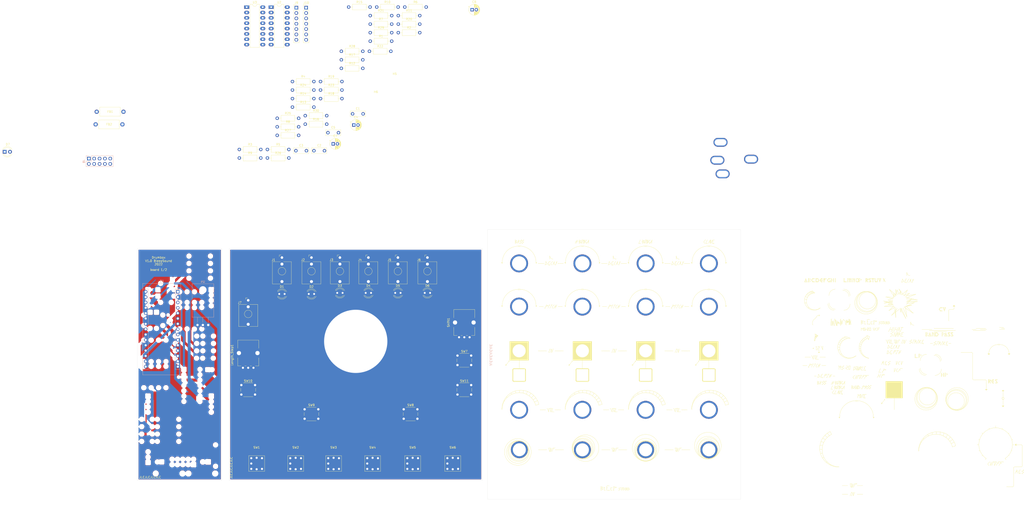
<source format=kicad_pcb>
(kicad_pcb (version 20211014) (generator pcbnew)
  (layers (0 "F.Cu" signal) (31 "B.Cu" signal) (34 "B.Paste" user) (35 "F.Paste" user) (36 "B.SilkS" user "B.Silkscreen") (37 "F.SilkS" user "F.Silkscreen") (38 "B.Mask" user) (39 "F.Mask" user) (44 "Edge.Cuts" user))
  (net 0 "")
  (net 1 "+5V")
  (net 2 "GND")
  (net 3 "+12V")
  (net 4 "-12V")
  (net 5 "Net-(D1-Pad2)")
  (net 6 "Net-(D2-Pad2)")
  (net 7 "Net-(D3-Pad2)")
  (net 8 "Net-(D4-Pad2)")
  (net 9 "Net-(D5-Pad2)")
  (net 10 "Net-(D6-Pad2)")
  (net 11 "Net-(D7-Pad2)")
  (net 12 "Net-(FB1-Pad2)")
  (net 13 "Net-(FB2-Pad2)")
  (net 14 "/Out1")
  (net 16 "/Out4")
  (net 18 "/Out2")
  (net 20 "/Out5")
  (net 22 "/Out3")
  (net 24 "/Out6")
  (net 26 "/Clock_In")
  (net 28 "/Channel select")
  (net 29 "/Length")
  (net 30 "Net-(R12-Pad1)")
  (net 31 "Net-(R13-Pad1)")
  (net 32 "Net-(R14-Pad1)")
  (net 33 "Net-(R15-Pad1)")
  (net 34 "Net-(R16-Pad1)")
  (net 35 "Net-(R17-Pad1)")
  (net 36 "/Delete")
  (net 37 "/Reset")
  (net 38 "/Fill")
  (net 39 "/Clear")
  (net 40 "/Bank_Select")
  (net 41 "/Trig1")
  (net 42 "/Trig2")
  (net 43 "/Trig3")
  (net 44 "/Trig4")
  (net 45 "/Trig5")
  (net 46 "/Trig6")
  (net 47 "/Shift")
  (net 50 "/Trig_In")
  (net 51 "/Util_In")
  (net 52 "/D4")
  (net 53 "Net-(U1-Pad8)")
  (net 54 "Net-(U1-Pad9)")
  (net 55 "Net-(U1-Pad10)")
  (net 58 "Net-(U1-Pad22)")
  (net 59 "Net-(U1-Pad23)")
  (net 60 "Net-(U1-Pad24)")
  (net 70 "Net-(J9-Pad2)")
  (net 71 "Net-(J9-Pad3)")
  (net 72 "Net-(J9-Pad4)")
  (net 73 "Net-(J9-Pad5)")
  (net 74 "Net-(J10-Pad2)")
  (net 75 "Net-(J10-Pad3)")
  (net 76 "Net-(J10-Pad4)")
  (net 77 "Net-(J10-Pad5)")
  (net 78 "Net-(J10-Pad6)")
  (net 79 "Net-(J10-Pad7)")
  (footprint "Resistor_THT:R_Axial_DIN0207_L6.3mm_D2.5mm_P10.16mm_Horizontal" (layer "F.Cu") (at 78.12 -11.55)
    (fp_text reference "R26" (at 5.08 -2.37) (layer "F.SilkS"))
    (fp_text value "10k")
    (pad "1" thru_hole circle (at 0 0) (size 1.6 1.6) (drill 0.8) (layers *.Cu *.Mask) (net 2 "GND"))
    (pad "2" thru_hole oval (at 10.16 0) (size 1.6 1.6) (drill 0.8) (layers *.Cu *.Mask) (net 42 "/Trig2"))
  )
  (footprint "Synth:Doepfer Mounting hole" (layer "F.Cu") (at 294 -4)
    (fp_text reference "H2" hide)
    (fp_text value "MountingHole")
    (pad "1" thru_hole oval locked (at 0 0) (size 6.7 4.2) (drill oval 5.5 3) (layers *.Cu *.Mask))
  )
  (footprint "Resistor_THT:R_Axial_DIN0207_L6.3mm_D2.5mm_P10.16mm_Horizontal" (layer "F.Cu") (at 140.2 -75.1)
    (fp_text reference "R20" (at 5.08 -2.37) (layer "F.SilkS"))
    (fp_text value "10k")
    (pad "1" thru_hole circle (at 0 0) (size 1.6 1.6) (drill 0.8) (layers *.Cu *.Mask) (net 2 "GND"))
    (pad "2" thru_hole oval (at 10.16 0) (size 1.6 1.6) (drill 0.8) (layers *.Cu *.Mask) (net 36 "/Delete"))
  )
  (footprint "LED_THT:LED_D4.0mm" (layer "F.Cu") (at 124.725 52.5)
    (fp_text reference "D4" (at 1.27 -3.46) (layer "F.SilkS"))
    (fp_text value "LED")
    (pad "1" thru_hole rect (at 0 0) (size 1.8 1.8) (drill 0.9) (layers *.Cu *.Mask) (net 2 "GND"))
    (pad "2" thru_hole circle (at 2.54 0) (size 1.8 1.8) (drill 0.9) (layers *.Cu *.Mask) (net 8 "Net-(D4-Pad2)"))
  )
  (footprint "Inductor_THT:L_Axial_L9.5mm_D4.0mm_P12.70mm_Horizontal_Fastron_SMCC" (layer "F.Cu") (at -2.85 -33.5)
    (fp_text reference "FB1" (at 6.35 0) (layer "F.SilkS"))
    (fp_text value "10R")
    (pad "1" thru_hole circle (at 0 0) (size 2 2) (drill 1) (layers *.Cu *.Mask) (net 3 "+12V"))
    (pad "2" thru_hole oval (at 12.7 0) (size 2 2) (drill 1) (layers *.Cu *.Mask) (net 12 "Net-(FB1-Pad2)"))
  )
  (footprint "Capacitor_THT:CP_Radial_D5.0mm_P2.00mm" (layer "F.Cu") (at 119.089775 -27.2)
    (fp_text reference "C4" (at 1 -3.75) (layer "F.SilkS"))
    (fp_text value "10µ")
    (pad "1" thru_hole rect (at 0 0) (size 1.6 1.6) (drill 0.8) (layers *.Cu *.Mask) (net 3 "+12V"))
    (pad "2" thru_hole circle (at 2 0) (size 1.6 1.6) (drill 0.8) (layers *.Cu *.Mask) (net 2 "GND"))
  )
  (footprint "Synth:Doepfer Mounting hole" (layer "F.Cu") (at 307.5 -11)
    (fp_text reference "H1" hide)
    (fp_text value "MountingHole")
    (pad "1" thru_hole oval locked (at 0 0) (size 6.7 4.2) (drill oval 5.5 3) (layers *.Cu *.Mask))
  )
  (footprint "Resistor_THT:R_Axial_DIN0207_L6.3mm_D2.5mm_P10.16mm_Horizontal" (layer "F.Cu") (at 82.76 -26.35)
    (fp_text reference "R8" (at 5.08 -2.37) (layer "F.SilkS"))
    (fp_text value "1k")
    (pad "1" thru_hole circle (at 0 0) (size 1.6 1.6) (drill 0.8) (layers *.Cu *.Mask) (net 7 "Net-(D3-Pad2)"))
    (pad "2" thru_hole oval (at 10.16 0) (size 1.6 1.6) (drill 0.8) (layers *.Cu *.Mask) (net 76 "Net-(J10-Pad4)"))
  )
  (footprint "Connector_PinHeader_2.54mm:PinHeader_1x07_P2.54mm_Vertical" (layer "F.Cu") (at 96.49 -82.9)
    (fp_text reference "J10" (at 0 -2.33) (layer "F.SilkS"))
    (fp_text value "Conn_01x07_Male")
    (pad "1" thru_hole rect (at 0 0) (size 1.7 1.7) (drill 1) (layers *.Cu *.Mask) (net 1 "+5V"))
    (pad "2" thru_hole oval (at 0 2.54) (size 1.7 1.7) (drill 1) (layers *.Cu *.Mask) (net 74 "Net-(J10-Pad2)"))
    (pad "3" thru_hole oval (at 0 5.08) (size 1.7 1.7) (drill 1) (layers *.Cu *.Mask) (net 75 "Net-(J10-Pad3)"))
    (pad "4" thru_hole oval (at 0 7.62) (size 1.7 1.7) (drill 1) (layers *.Cu *.Mask) (net 76 "Net-(J10-Pad4)"))
    (pad "5" thru_hole oval (at 0 10.16) (size 1.7 1.7) (drill 1) (layers *.Cu *.Mask) (net 77 "Net-(J10-Pad5)"))
    (pad "6" thru_hole oval (at 0 12.7) (size 1.7 1.7) (drill 1) (layers *.Cu *.Mask) (net 78 "Net-(J10-Pad6)"))
    (pad "7" thru_hole oval (at 0 15.24) (size 1.7 1.7) (drill 1) (layers *.Cu *.Mask) (net 79 "Net-(J10-Pad7)"))
  )
  (footprint "Resistor_THT:R_Axial_DIN0207_L6.3mm_D2.5mm_P10.16mm_Horizontal" (layer "F.Cu") (at 96.07 -27.6)
    (fp_text reference "R16" (at 5.08 -2.37) (layer "F.SilkS"))
    (fp_text value "1k")
    (pad "1" thru_hole circle (at 0 0) (size 1.6 1.6) (drill 0.8) (layers *.Cu *.Mask) (net 34 "Net-(R16-Pad1)"))
    (pad "2" thru_hole oval (at 10.16 0) (size 1.6 1.6) (drill 0.8) (layers *.Cu *.Mask) (net 22 "/Out3"))
  )
  (footprint "Resistor_THT:R_Axial_DIN0207_L6.3mm_D2.5mm_P10.16mm_Horizontal" (layer "F.Cu") (at 96.07 -31.65)
    (fp_text reference "R30" (at 5.08 -2.37) (layer "F.SilkS"))
    (fp_text value "10k")
    (pad "1" thru_hole circle (at 0 0) (size 1.6 1.6) (drill 0.8) (layers *.Cu *.Mask) (net 2 "GND"))
    (pad "2" thru_hole oval (at 10.16 0) (size 1.6 1.6) (drill 0.8) (layers *.Cu *.Mask) (net 46 "/Trig6"))
  )
  (footprint "Resistor_THT:R_Axial_DIN0207_L6.3mm_D2.5mm_P10.16mm_Horizontal" (layer "F.Cu") (at 126.89 -71.05)
    (fp_text reference "R29" (at 5.08 -2.37) (layer "F.SilkS"))
    (fp_text value "10k")
    (pad "1" thru_hole circle (at 0 0) (size 1.6 1.6) (drill 0.8) (layers *.Cu *.Mask) (net 2 "GND"))
    (pad "2" thru_hole oval (at 10.16 0) (size 1.6 1.6) (drill 0.8) (layers *.Cu *.Mask) (net 45 "/Trig5"))
  )
  (footprint "Resistor_THT:R_Axial_DIN0207_L6.3mm_D2.5mm_P10.16mm_Horizontal" (layer "F.Cu") (at 126.89 -75.1)
    (fp_text reference "R7" (at 5.08 -2.37) (layer "F.SilkS"))
    (fp_text value "1k")
    (pad "1" thru_hole circle (at 0 0) (size 1.6 1.6) (drill 0.8) (layers *.Cu *.Mask) (net 6 "Net-(D2-Pad2)"))
    (pad "2" thru_hole oval (at 10.16 0) (size 1.6 1.6) (drill 0.8) (layers *.Cu *.Mask) (net 75 "Net-(J10-Pad3)"))
  )
  (footprint "Capacitor_THT:CP_Radial_D5.0mm_P2.00mm" (layer "F.Cu") (at 109.319775 -18.25)
    (fp_text reference "C7" (at 1 -3.75) (layer "F.SilkS"))
    (fp_text value "10µ")
    (pad "1" thru_hole rect (at 0 0) (size 1.6 1.6) (drill 0.8) (layers *.Cu *.Mask) (net 2 "GND"))
    (pad "2" thru_hole circle (at 2 0) (size 1.6 1.6) (drill 0.8) (layers *.Cu *.Mask) (net 4 "-12V"))
  )
  (footprint "Resistor_THT:R_Axial_DIN0207_L6.3mm_D2.5mm_P10.16mm_Horizontal" (layer "F.Cu") (at 103.3 -39.75)
    (fp_text reference "R18" (at 5.08 -2.37) (layer "F.SilkS"))
    (fp_text value "10k")
    (pad "1" thru_hole circle (at 0 0) (size 1.6 1.6) (drill 0.8) (layers *.Cu *.Mask) (net 26 "/Clock_In"))
    (pad "2" thru_hole oval (at 10.16 0) (size 1.6 1.6) (drill 0.8) (layers *.Cu *.Mask) (net 2 "GND"))
  )
  (footprint "Button_Switch_THT:SW_PUSH_6mm_H13mm" (layer "F.Cu") (at 168.25 96.25)
    (fp_text reference "SW11" (at 3.25 -2) (layer "F.SilkS"))
    (fp_text value "SW_MEC_5G")
    (pad "1" thru_hole circle (at 0 0 90) (size 2 2) (drill 1.1) (layers *.Cu *.Mask) (net 1 "+5V"))
    (pad "1" thru_hole circle (at 6.5 0 90) (size 2 2) (drill 1.1) (layers *.Cu *.Mask) (net 1 "+5V"))
    (pad "2" thru_hole circle (at 0 4.5 90) (size 2 2) (drill 1.1) (layers *.Cu *.Mask) (net 1 "+5V"))
    (pad "2" thru_hole circle (at 6.5 4.5 90) (size 2 2) (drill 1.1) (layers *.Cu *.Mask) (net 1 "+5V"))
  )
  (footprint "Resistor_THT:R_Axial_DIN0207_L6.3mm_D2.5mm_P10.16mm_Horizontal" (layer "F.Cu") (at 140.2 -79.15)
    (fp_text reference "R11" (at 5.08 -2.37) (layer "F.SilkS"))
    (fp_text value "1k")
    (pad "1" thru_hole circle (at 0 0) (size 1.6 1.6) (drill 0.8) (layers *.Cu *.Mask) (net 10 "Net-(D6-Pad2)"))
    (pad "2" thru_hole oval (at 10.16 0) (size 1.6 1.6) (drill 0.8) (layers *.Cu *.Mask) (net 79 "Net-(J10-Pad7)"))
  )
  (footprint "Connector_Audio:Jack_3.5mm_QingPu_WQP-PJ398SM_Vertical_CircularHoles" (layer "F.Cu") (at 126 35.72)
    (fp_text reference "J4" (at -4.03 1.08 180) (layer "F.SilkS"))
    (fp_text value "Out")
    (pad "S" thru_hole rect (at 0 0 180) (size 1.93 1.83) (drill 1.22) (layers *.Cu *.Mask) (net 2 "GND"))
    (pad "T" thru_hole circle (at 0 11.4 180) (size 2.13 2.13) (drill 1.43) (layers *.Cu *.Mask) (net 16 "/Out4"))
    (pad "TN" thru_hole circle (at 0 3.1 180) (size 2.13 2.13) (drill 1.42) (layers *.Cu *.Mask))
    (zone (net 0) (net_name "") (layer "F.Cu") (connect_pads (clearance 0)) (min_thickness 0.254)
      (keepout (tracks not_allowed) (vias not_allowed) (pads not_allowed) (copperpour not_allowed) (footprints not_allowed))
      (fill (thermal_gap 0.508) (thermal_bridge_width 0.508))
      (polygon (pts (xy 127.505141 42.2) (xy 127.48493 41.954171) (xy 127.424841 41.714945) (xy 127.326486 41.488744) (xy 127.192508 41.281645) (xy 127.026504 41.09921) (xy 126.832932 40.946336) (xy 126.616992 40.827131) (xy 126.384482 40.744794) (xy 126.141646 40.701539) (xy 125.895007 40.698525) (xy 125.651187 40.735835) (xy 125.416734 40.812466) (xy 125.197946 40.92636) (xy 125.000697 41.074458) (xy 124.830286 41.252784) (xy 124.691288 41.456548) (xy 124.587436 41.680278) (xy 124.521519 41.917965) (xy 124.495308 42.163226) (xy 124.509507 42.409475) (xy 124.563734 42.650099) (xy 124.656532 42.878634) (xy 124.785411 43.088945) (xy 124.946908 43.275382) (xy 125.136687 43.432939) (xy 125.34965 43.557385) (xy 125.580079 43.645377) (xy 125.821785 43.694553) (xy 126.068278 43.703592) (xy 126.312936 43.67225) (xy 126.549191 43.60137) (xy 126.770697 43.492856) (xy 126.971505 43.349621) (xy 127.146223 43.175512) (xy 127.290158 42.975205) (xy 127.399445 42.754079) (xy 127.471149 42.518074) (xy 127.503344 42.273526)))
    )
  )
  (footprint "Resistor_THT:R_Axial_DIN0207_L6.3mm_D2.5mm_P10.16mm_Horizontal" (layer "F.Cu") (at 64.81 -11.55)
    (fp_text reference "R9" (at 5.08 -2.37) (layer "F.SilkS"))
    (fp_text value "1k")
    (pad "1" thru_hole circle (at 0 0) (size 1.6 1.6) (drill 0.8) (layers *.Cu *.Mask) (net 8 "Net-(D4-Pad2)"))
    (pad "2" thru_hole oval (at 10.16 0) (size 1.6 1.6) (drill 0.8) (layers *.Cu *.Mask) (net 77 "Net-(J10-Pad5)"))
  )
  (footprint "Synth:PB01-109TL" (layer "F.Cu") (at 91.5 133.5)
    (fp_text reference "SW2" (at 0 -7.62 unlocked) (layer "F.SilkS"))
    (fp_text value "SW_MEC_LOW_PROF_LED")
    (pad "" np_thru_hole circle (at -2.54 0) (size 1.5 1.5) (drill 1) (layers F&B.Cu *.Mask))
    (pad "1" thru_hole circle (at -2.54 2.54) (size 1.524 1.524) (drill 1) (layers *.Cu *.Mask) (net 1 "+5V"))
    (pad "2" thru_hole circle (at -2.54 -2.54) (size 1.524 1.524) (drill 1) (layers *.Cu *.Mask) (net 1 "+5V"))
    (pad "3" thru_hole circle (at 2.54 2.54) (size 1.524 1.524) (drill 1) (layers *.Cu *.Mask) (net 42 "/Trig2"))
    (pad "4" thru_hole circle (at 2.54 -2.54) (size 1.524 1.524) (drill 1) (layers *.Cu *.Mask) (net 42 "/Trig2"))
    (pad "L1" thru_hole circle (at 0 2.7) (size 1.524 1.524) (drill 1) (layers *.Cu *.Mask) (net 32 "Net-(R14-Pad1)"))
    (pad "L2" thru_hole circle (at 0 -2.7) (size 1.524 1.524) (drill 1) (layers *.Cu *.Mask) (net 2 "GND"))
  )
  (footprint "Synth:Doepfer Mounting hole" (layer "F.Cu") (at 293 -19)
    (fp_text reference "H3" hide)
    (fp_text value "MountingHole")
    (pad "1" thru_hole oval locked (at 0 0) (size 6.7 4.2) (drill oval 5.5 3) (layers *.Cu *.Mask))
  )
  (footprint "Connector_PinHeader_2.54mm:PinHeader_1x07_P2.54mm_Vertical" (layer "F.Cu") (at 91.84 -82.9)
    (fp_text reference "J9" (at 0 -2.33) (layer "F.SilkS"))
    (fp_text value "Conn_01x07_Male")
    (pad "1" thru_hole rect (at 0 0) (size 1.7 1.7) (drill 1) (layers *.Cu *.Mask) (net 1 "+5V"))
    (pad "2" thru_hole oval (at 0 2.54) (size 1.7 1.7) (drill 1) (layers *.Cu *.Mask) (net 70 "Net-(J9-Pad2)"))
    (pad "3" thru_hole oval (at 0 5.08) (size 1.7 1.7) (drill 1) (layers *.Cu *.Mask) (net 71 "Net-(J9-Pad3)"))
    (pad "4" thru_hole oval (at 0 7.62) (size 1.7 1.7) (drill 1) (layers *.Cu *.Mask) (net 72 "Net-(J9-Pad4)"))
    (pad "5" thru_hole oval (at 0 10.16) (size 1.7 1.7) (drill 1) (layers *.Cu *.Mask) (net 73 "Net-(J9-Pad5)"))
    (pad "6" thru_hole oval (at 0 12.7) (size 1.7 1.7) (drill 1) (layers *.Cu *.Mask) (net 2 "GND"))
    (pad "7" thru_hole oval (at 0 15.24) (size 1.7 1.7) (drill 1) (layers *.Cu *.Mask) (net 28 "/Channel select"))
  )
  (footprint "Synth:PB01-109TL" (layer "F.Cu") (at 147 133.5)
    (fp_text reference "SW5" (at 0 -7.62 unlocked) (layer "F.SilkS"))
    (fp_text value "SW_MEC_LOW_PROF_LED")
    (pad "" np_thru_hole circle (at -2.54 0) (size 1.5 1.5) (drill 1) (layers F&B.Cu *.Mask))
    (pad "1" thru_hole circle (at -2.54 2.54) (size 1.524 1.524) (drill 1) (layers *.Cu *.Mask) (net 1 "+5V"))
    (pad "2" thru_hole circle (at -2.54 -2.54) (size 1.524 1.524) (drill 1) (layers *.Cu *.Mask) (net 1 "+5V"))
    (pad "3" thru_hole circle (at 2.54 2.54) (size 1.524 1.524) (drill 1) (layers *.Cu *.Mask) (net 45 "/Trig5"))
    (pad "4" thru_hole circle (at 2.54 -2.54) (size 1.524 1.524) (drill 1) (layers *.Cu *.Mask) (net 45 "/Trig5"))
    (pad "L1" thru_hole circle (at 0 2.7) (size 1.524 1.524) (drill 1) (layers *.Cu *.Mask) (net 33 "Net-(R15-Pad1)"))
    (pad "L2" thru_hole circle (at 0 -2.7) (size 1.524 1.524) (drill 1) (layers *.Cu *.Mask) (net 2 "GND"))
  )
  (footprint "Button_Switch_THT:SW_PUSH_6mm_H13mm" (layer "F.Cu") (at 168.25 82.25)
    (fp_text reference "SW7" (at 3.25 -2) (layer "F.SilkS"))
    (fp_text value "SW_MEC_5G")
    (pad "1" thru_hole circle (at 0 0 90) (size 2 2) (drill 1.1) (layers *.Cu *.Mask) (net 1 "+5V"))
    (pad "1" thru_hole circle (at 6.5 0 90) (size 2 2) (drill 1.1) (layers *.Cu *.Mask) (net 1 "+5V"))
    (pad "2" thru_hole circle (at 6.5 4.5 90) (size 2 2) (drill 1.1) (layers *.Cu *.Mask) (net 1 "+5V"))
    (pad "2" thru_hole circle (at 0 4.5 90) (size 2 2) (drill 1.1) (layers *.Cu *.Mask) (net 1 "+5V"))
  )
  (footprint "Resistor_THT:R_Axial_DIN0207_L6.3mm_D2.5mm_P10.16mm_Horizontal" (layer "F.Cu") (at 126.5 -62.2)
    (fp_text reference "R22" (at 5.08 -2.37) (layer "F.SilkS"))
    (fp_text value "10k")
    (pad "1" thru_hole circle (at 0 0) (size 1.6 1.6) (drill 0.8) (layers *.Cu *.Mask) (net 2 "GND"))
    (pad "2" thru_hole oval (at 10.16 0) (size 1.6 1.6) (drill 0.8) (layers *.Cu *.Mask) (net 38 "/Fill"))
  )
  (footprint "Synth:PB01-109TL" (layer "F.Cu") (at 166 133.5)
    (fp_text reference "SW6" (at 0 -7.62 unlocked) (layer "F.SilkS"))
    (fp_text value "SW_MEC_LOW_PROF_LED")
    (pad "" np_thru_hole circle (at -2.54 0) (size 1.5 1.5) (drill 1) (layers F&B.Cu *.Mask))
    (pad "1" thru_hole circle (at -2.54 2.54) (size 1.524 1.524) (drill 1) (layers *.Cu *.Mask) (net 1 "+5V"))
    (pad "2" thru_hole circle (at -2.54 -2.54) (size 1.524 1.524) (drill 1) (layers *.Cu *.Mask) (net 1 "+5V"))
    (pad "3" thru_hole circle (at 2.54 2.54) (size 1.524 1.524) (drill 1) (layers *.Cu *.Mask) (net 46 "/Trig6"))
    (pad "4" thru_hole circle (at 2.54 -2.54) (size 1.524 1.524) (drill 1) (layers *.Cu *.Mask) (net 46 "/Trig6"))
    (pad "L1" thru_hole circle (at 0 2.7) (size 1.524 1.524) (drill 1) (layers *.Cu *.Mask) (net 35 "Net-(R17-Pad1)"))
    (pad "L2" thru_hole circle (at 0 -2.7) (size 1.524 1.524) (drill 1) (layers *.Cu *.Mask) (net 2 "GND"))
  )
  (footprint "Package_DIP:DIP-16_W7.62mm_LongPads" (layer "F.Cu") (at 68.29 -83.15)
    (fp_text reference "U3" (at 3.81 -2.33) (layer "F.SilkS"))
    (fp_text value "74HCT4051")
    (pad "1" thru_hole rect (at 0 0) (size 2.4 1.6) (drill 0.8) (layers *.Cu *.Mask) (net 45 "/Trig5"))
    (pad "2" thru_hole oval (at 0 2.54) (size 2.4 1.6) (drill 0.8) (layers *.Cu *.Mask))
    (pad "3" thru_hole oval (at 0 5.08) (size 2.4 1.6) (drill 0.8) (layers *.Cu *.Mask) (net 50 "/Trig_In"))
    (pad "4" thru_hole oval (at 0 7.62) (size 2.4 1.6) (drill 0.8) (layers *.Cu *.Mask))
    (pad "5" thru_hole oval (at 0 10.16) (size 2.4 1.6) (drill 0.8) (layers *.Cu *.Mask) (net 46 "/Trig6"))
    (pad "6" thru_hole oval (at 0 12.7) (size 2.4 1.6) (drill 0.8) (layers *.Cu *.Mask) (net 2 "GND"))
    (pad "7" thru_hole oval (at 0 15.24) (size 2.4 1.6) (drill 0.8) (layers *.Cu *.Mask) (net 2 "GND"))
    (pad "8" thru_hole oval (at 0 17.78) (size 2.4 1.6) (drill 0.8) (layers *.Cu *.Mask) (net 2 "GND"))
    (pad "9" thru_hole oval (at 7.62 17.78) (size 2.4 1.6) (drill 0.8) (layers *.Cu *.Mask) (net 60 "Net-(U1-Pad24)"))
    (pad "10" thru_hole oval (at 7.62 15.24) (size 2.4 1.6) (drill 0.8) (layers *.Cu *.Mask) (net 59 "Net-(U1-Pad23)"))
    (pad "11" thru_hole oval (at 7.62 12.7) (size 2.4 1.6) (drill 0.8) (layers *.Cu *.Mask) (net 58 "Net-(U1-Pad22)"))
    (pad "12" thru_hole oval (at 7.62 10.16) (size 2.4 1.6) (drill 0.8) (layers *.Cu *.Mask) (net 44 "/Trig4"))
    (pad "13" thru_hole oval (at 7.62 7.62) (size 2.4 1.6) (drill 0.8) (layers *.Cu *.Mask) (net 41 "/Trig1"))
    (pad "14" thru_hole oval (at 7.62 5.08) (size 2.4 1.6) (drill 0.8) (layers *.Cu *.Mask) (net 42 "/Trig2"))
    (pad "15" thru_hole oval (at 7.62 2.54) (size 2.4 1.6) (drill 0.8) (layers *.Cu *.Mask) (net 43 "/Trig3"))
    (pad "16" thru_hole oval (at 7.62 0) (size 2.4 1.6) (drill 0.8) (layers *.Cu *.Mask) (net 1 "+5V"))
  )
  (footprint "Button_Switch_THT:SW_PUSH_6mm_H13mm" (layer "F.Cu") (at 65.75 96.25)
    (fp_text reference "SW10" (at 3.25 -2) (layer "F.SilkS"))
    (fp_text value "SW_MEC_5G")
    (pad "1" thru_hole circle (at 6.5 0 90) (size 2 2) (drill 1.1) (layers *.Cu *.Mask) (net 1 "+5V"))
    (pad "1" thru_hole circle (at 0 0 90) (size 2 2) (drill 1.1) (layers *.Cu *.Mask) (net 1 "+5V"))
    (pad "2" thru_hole circle (at 6.5 4.5 90) (size 2 2) (drill 1.1) (layers *.Cu *.Mask) (net 1 "+5V"))
    (pad "2" thru_hole circle (at 0 4.5 90) (size 2 2) (drill 1.1) (layers *.Cu *.Mask) (net 1 "+5V"))
  )
  (footprint "Button_Switch_THT:SW_PUSH_6mm_H13mm" (layer "F.Cu") (at 142.75 107.75)
    (fp_text reference "SW8" (at 3.25 -2) (layer "F.SilkS"))
    (fp_text value "SW_MEC_5G")
    (pad "1" thru_hole circle (at 0 0 90) (size 2 2) (drill 1.1) (layers *.Cu *.Mask) (net 1 "+5V"))
    (pad "1" thru_hole circle (at 6.5 0 90) (size 2 2) (drill 1.1) (layers *.Cu *.Mask) (net 1 "+5V"))
    (pad "2" thru_hole circle (at 0 4.5 90) (size 2 2) (drill 1.1) (layers *.Cu *.Mask) (net 1 "+5V"))
    (pad "2" thru_hole circle (at 6.5 4.5 90) (size 2 2) (drill 1.1) (layers *.Cu *.Mask) (net 1 "+5V"))
  )
  (footprint "Inductor_THT:L_Axial_L9.5mm_D4.0mm_P12.70mm_Horizontal_Fastron_SMCC" (layer "F.Cu") (at -3.35 -27.5)
    (fp_text reference "FB2" (at 6.35 0) (layer "F.SilkS"))
    (fp_text value "10R")
    (pad "1" thru_hole circle (at 0 0) (size 2 2) (drill 1) (layers *.Cu *.Mask) (net 4 "-12V"))
    (pad "2" thru_hole oval (at 12.7 0) (size 2 2) (drill 1) (layers *.Cu *.Mask) (net 13 "Net-(FB2-Pad2)"))
  )
  (footprint "Resistor_THT:R_Axial_DIN0207_L6.3mm_D2.5mm_P10.16mm_Horizontal" (layer "F.Cu") (at 89.99 -39.75)
    (fp_text reference "R14" (at 5.08 -2.37) (layer "F.SilkS"))
    (fp_text value "1k")
    (pad "1" thru_hole circle (at 0 0) (size 1.6 1.6) (drill 0.8) (layers *.Cu *.Mask) (net 32 "Net-(R14-Pad1)"))
    (pad "2" thru_hole oval (at 10.16 0) (size 1.6 1.6) (drill 0.8) (layers *.Cu *.Mask) (net 18 "/Out2"))
  )
  (footprint "Resistor_THT:R_Axial_DIN0207_L6.3mm_D2.5mm_P10.16mm_Horizontal" (layer "F.Cu") (at 126.89 -67)
    (fp_text reference "R1" (at 5.08 -2.37) (layer "F.SilkS"))
    (fp_text value "2k")
    (pad "1" thru_hole circle (at 0 0) (size 1.6 1.6) (drill 0.8) (layers *.Cu *.Mask) (net 1 "+5V"))
    (pad "2" thru_hole oval (at 10.16 0) (size 1.6 1.6) (drill 0.8) (layers *.Cu *.Mask) (net 70 "Net-(J9-Pad2)"))
  )
  (footprint "Package_DIP:DIP-16_W7.62mm_LongPads" (layer "F.Cu") (at 79.89 -83.15)
    (fp_text reference "U2" (at 3.81 -2.33) (layer "F.SilkS"))
    (fp_text value "74HCT4051")
    (pad "1" thru_hole rect (at 0 0) (size 2.4 1.6) (drill 0.8) (layers *.Cu *.Mask) (net 40 "/Bank_Select"))
    (pad "2" thru_hole oval (at 0 2.54) (size 2.4 1.6) (drill 0.8) (layers *.Cu *.Mask))
    (pad "3" thru_hole oval (at 0 5.08) (size 2.4 1.6) (drill 0.8) (layers *.Cu *.Mask) (net 51 "/Util_In"))
    (pad "4" thru_hole oval (at 0 7.62) (size 2.4 1.6) (drill 0.8) (layers *.Cu *.Mask))
    (pad "5" thru_hole oval (at 0 10.16) (size 2.4 1.6) (drill 0.8) (layers *.Cu *.Mask))
    (pad "6" thru_hole oval (at 0 12.7) (size 2.4 1.6) (drill 0.8) (layers *.Cu *.Mask) (net 2 "GND"))
    (pad "7" thru_hole oval (at 0 15.24) (size 2.4 1.6) (drill 0.8) (layers *.Cu *.Mask) (net 2 "GND"))
    (pad "8" thru_hole oval (at 0 17.78) (size 2.4 1.6) (drill 0.8) (layers *.Cu *.Mask) (net 2 "GND"))
    (pad "9" thru_hole oval (at 7.62 17.78) (size 2.4 1.6) (drill 0.8) (layers *.Cu *.Mask) (net 53 "Net-(U1-Pad8)"))
    (pad "10" thru_hole oval (at 7.62 15.24) (size 2.4 1.6) (drill 0.8) (layers *.Cu *.Mask) (net 54 "Net-(U1-Pad9)"))
    (pad "11" thru_hole oval (at 7.62 12.7) (size 2.4 1.6) (drill 0.8) (layers *.Cu *.Mask) (net 55 "Net-(U1-Pad10)"))
    (pad "12" thru_hole oval (at 7.62 10.16) (size 2.4 1.6) (drill 0.8) (layers *.Cu *.Mask) (net 39 "/Clear"))
    (pad "13" thru_hole oval (at 7.62 7.62) (size 2.4 1.6) (drill 0.8) (layers *.Cu *.Mask) (net 36 "/Delete"))
    (pad "14" thru_hole oval (at 7.62 5.08) (size 2.4 1.6) (drill 0.8) (layers *.Cu *.Mask) (net 37 "/Reset"))
    (pad "15" thru_hole oval (at 7.62 2.54) (size 2.4 1.6) (drill 0.8) (layers *.Cu *.Mask) (net 38 "/Fill"))
    (pad "16" thru_hole oval (at 7.62 0) (size 2.4 1.6) (drill 0.8) (layers *.Cu *.Mask) (net 1 "+5V"))
  )
  (footprint "Synth:Doepfer Mounting hole" (layer "F.Cu") (at 291.5 -10.5)
    (fp_text reference "H4" hide)
    (fp_text value "MountingHole")
    (pad "1" thru_hole oval locked (at 0 0) (size 6.7 4.2) (drill oval 5.5 3) (layers *.Cu *.Mask))
  )
  (footprint "Resistor_THT:R_Axial_DIN0207_L6.3mm_D2.5mm_P10.16mm_Horizontal" (layer "F.Cu") (at 113.19 -58.15)
    (fp_text reference "R17" (at 5.08 -2.37) (layer "F.SilkS"))
    (fp_text value "1k")
    (pad "1" thru_hole circle (at 0 0) (size 1.6 1.6) (drill 0.8) (layers *.Cu *.Mask) (net 35 "Net-(R17-Pad1)"))
    (pad "2" thru_hole oval (at 10.16 0) (size 1.6 1.6) (drill 0.8) (layers *.Cu *.Mask) (net 24 "/Out6"))
  )
  (footprint "Synth:PB01-109TL" (layer "F.Cu") (at 73 133.5)
    (fp_text reference "SW1" (at 0 -7.62 unlocked) (layer "F.SilkS"))
    (fp_text value "SW_MEC_LOW_PROF_LED")
    (pad "" np_thru_hole circle (at -2.54 0) (size 1.5 1.5) (drill 1) (layers F&B.Cu *.Mask))
    (pad "1" thru_hole circle (at -2.54 2.54) (size 1.524 1.524) (drill 1) (layers *.Cu *.Mask) (net 1 "+5V"))
    (pad "2" thru_hole circle (at -2.54 -2.54) (size 1.524 1.524) (drill 1) (layers *.Cu *.Mask) (net 1 "+5V"))
    (pad "3" thru_hole circle (at 2.54 2.54) (size 1.524 1.524) (drill 1) (layers *.Cu *.Mask) (net 41 "/Trig1"))
    (pad "4" thru_hole circle (at 2.54 -2.54) (size 1.524 1.524) (drill 1) (layers *.Cu *.Mask) (net 41 "/Trig1"))
    (pad "L1" thru_hole circle (at 0 2.7) (size 1.524 1.524) (drill 1) (layers *.Cu *.Mask) (net 31 "Net-(R13-Pad1)"))
    (pad "L2" thru_hole circle (at 0 -2.7) (size 1.524 1.524) (drill 1) (layers *.Cu *.Mask) (net 2 "GND"))
  )
  (footprint "Capacitor_THT:C_Disc_D7.0mm_W2.5mm_P5.00mm" (layer "F.Cu") (at 100.18 -15)
    (fp_text reference "C2" (at 2.5 -2.5) (layer "F.SilkS"))
    (fp_text value "100nF")
    (pad "1" thru_hole circle (at 0 0) (size 1.6 1.6) (drill 0.8) (layers *.Cu *.Mask) (net 1 "+5V"))
    (pad "2" thru_hole circle (at 5 0) (size 1.6 1.6) (drill 0.8) (layers *.Cu *.Mask) (net 2 "GND"))
  )
  (footprint "Resistor_THT:R_Axial_DIN0207_L6.3mm_D2.5mm_P10.16mm_Horizontal" (layer "F.Cu") (at 103.3 -43.8)
    (fp_text reference "R23" (at 5.08 -2.37) (layer "F.SilkS"))
    (fp_text value "10k")
    (pad "1" thru_hole circle (at 0 0) (size 1.6 1.6) (drill 0.8) (layers *.Cu *.Mask) (net 2 "GND"))
    (pad "2" thru_hole oval (at 10.16 0) (size 1.6 1.6) (drill 0.8) (layers *.Cu *.Mask) (net 39 "/Clear"))
  )
  (footprint "Resistor_THT:R_Axial_DIN0207_L6.3mm_D2.5mm_P10.16mm_Horizontal" (layer "F.Cu") (at 113.19 -62.2)
    (fp_text reference "R28" (at 5.08 -2.37) (layer "F.SilkS"))
    (fp_text value "10k")
    (pad "1" thru_hole circle (at 0 0) (size 1.6 1.6) (drill 0.8) (layers *.Cu *.Mask) (net 2 "GND"))
    (pad "2" thru_hole oval (at 10.16 0) (size 1.6 1.6) (drill 0.8) (layers *.Cu *.Mask) (net 44 "/Trig4"))
  )
  (footprint "Capacitor_THT:CP_Radial_D5.0mm_P2.00mm" (layer "F.Cu") (at 175.199775 -81.95)
    (fp_text reference "C6" (at 1 -3.75) (layer "F.SilkS"))
    (fp_text value "10µ")
    (pad "1" thru_hole rect (at 0 0) (size 1.6 1.6) (drill 0.8) (layers *.Cu *.Mask) (net 3 "+12V"))
    (pad "2" thru_hole circle (at 2 0) (size 1.6 1.6) (drill 0.8) (layers *.Cu *.Mask) (net 2 "GND"))
  )
  (footprint "MountingHole:MountingHole_3.2mm_M3" (layer "F.Cu") (at 138.48 -47.28)
    (fp_text reference "H5" (at 0 -4.2) (layer "F.SilkS"))
    (fp_text value "SpacerHoles")
    (pad "" np_thru_hole circle (at 0 0) (size 3.2 3.2) (drill 3.2) (layers *.Cu *.Mask))
  )
  (footprint "LED_THT:LED_D4.0mm" (layer "F.Cu") (at 138.725 52.5)
    (fp_text reference "D5" (at 1.27 -3.46) (layer "F.SilkS"))
    (fp_text value "LED")
    (pad "1" thru_hole rect (at 0 0) (size 1.8 1.8) (drill 0.9) (layers *.Cu *.Mask) (net 2 "GND"))
    (pad "2" thru_hole circle (at 2.54 0) (size 1.8 1.8) (drill 0.9) (layers *.Cu *.Mask) (net 9 "Net-(D5-Pad2)"))
  )
  (footprint "Synth:PB01-109TL" (layer "F.Cu") (at 128 133.5)
    (fp_text reference "SW4" (at 0 -7.62 unlocked) (layer "F.SilkS"))
    (fp_text value "SW_MEC_LOW_PROF_LED")
    (pad "" np_thru_hole circle (at -2.54 0) (size 1.5 1.5) (drill 1) (layers F&B.Cu *.Mask))
    (pad "1" thru_hole circle (at -2.54 2.54) (size 1.524 1.524) (drill 1) (layers *.Cu *.Mask) (net 1 "+5V"))
    (pad "2" thru_hole circle (at -2.54 -2.54) (size 1.524 1.524) (drill 1) (layers *.Cu *.Mask) (net 1 "+5V"))
    (pad "3" thru_hole circle (at 2.54 2.54) (size 1.524 1.524) (drill 1) (layers *.Cu *.Mask) (net 44 "/Trig4"))
    (pad "4" thru_hole circle (at 2.54 -2.54) (size 1.524 1.524) (drill 1) (layers *.Cu *.Mask) (net 44 "/Trig4"))
    (pad "L1" thru_hole circle (at 0 2.7) (size 1.524 1.524) (drill 1) (layers *.Cu *.Mask) (net 30 "Net-(R12-Pad1)"))
    (pad "L2" thru_hole circle (at 0 -2.7) (size 1.524 1.524) (drill 1) (layers *.Cu *.Mask) (net 2 "GND"))
  )
  (footprint "Resistor_THT:R_Axial_DIN0207_L6.3mm_D2.5mm_P10.16mm_Horizontal" (layer "F.Cu") (at 82.76 -22.3)
    (fp_text reference "R27" (at 5.08 -2.37) (layer "F.SilkS"))
    (fp_text value "10k")
    (pad "1" thru_hole circle (at 0 0) (size 1.6 1.6) (drill 0.8) (layers *.Cu *.Mask) (net 2 "GND"))
    (pad "2" thru_hole oval (at 10.16 0) (size 1.6 1.6) (drill 0.8) (layers *.Cu *.Mask) (net 43 "/Trig3"))
  )
  (footprint "LED_THT:LED_D4.0mm" (layer "F.Cu") (at 83.725 53)
    (fp_text reference "D1" (at 1.27 -3.46) (layer "F.SilkS"))
    (fp_text value "LED")
    (pad "1" thru_hole rect (at 0 0) (size 1.8 1.8) (drill 0.9) (layers *.Cu *.Mask) (net 2 "GND"))
    (pad "2" thru_hole circle (at 2.54 0) (size 1.8 1.8) (drill 0.9) (layers *.Cu *.Mask) (net 5 "Net-(D1-Pad2)"))
  )
  (footprint "Connector_Audio:Jack_3.5mm_QingPu_WQP-PJ398SM_Vertical_CircularHoles" (layer "F.Cu") (at 140 35.72)
    (fp_text reference "J5" (at -4.03 1.08 180) (layer "F.SilkS"))
    (fp_text value "Out")
    (pad "S" thru_hole rect (at 0 0 180) (size 1.93 1.83) (drill 1.22) (layers *.Cu *.Mask) (net 2 "GND"))
    (pad "T" thru_hole circle (at 0 11.4 180) (size 2.13 2.13) (drill 1.43) (layers *.Cu *.Mask) (net 20 "/Out5"))
    (pad "TN" thru_hole circle (at 0 3.1 180) (size 2.13 2.13) (drill 1.42) (layers *.Cu *.Mask))
    (zone (net 0) (net_name "") (layer "F.Cu") (connect_pads (clearance 0)) (min_thickness 0.254)
      (keepout (tracks not_allowed) (vias not_allowed) (pads not_allowed) (copperpour not_allowed) (footprints not_allowed))
      (fill (thermal_gap 0.508) (thermal_bridge_width 0.508))
      (polygon (pts (xy 141.505141 42.2) (xy 141.48493 41.954171) (xy 141.424841 41.714945) (xy 141.326486 41.488744) (xy 141.192508 41.281645) (xy 141.026504 41.09921) (xy 140.832932 40.946336) (xy 140.616992 40.827131) (xy 140.384482 40.744794) (xy 140.141646 40.701539) (xy 139.895007 40.698525) (xy 139.651187 40.735835) (xy 139.416734 40.812466) (xy 139.197946 40.92636) (xy 139.000697 41.074458) (xy 138.830286 41.252784) (xy 138.691288 41.456548) (xy 138.587436 41.680278) (xy 138.521519 41.917965) (xy 138.495308 42.163226) (xy 138.509507 42.409475) (xy 138.563734 42.650099) (xy 138.656532 42.878634) (xy 138.785411 43.088945) (xy 138.946908 43.275382) (xy 139.136687 43.432939) (xy 139.34965 43.557385) (xy 139.580079 43.645377) (xy 139.821785 43.694553) (xy 140.068278 43.703592) (xy 140.312936 43.67225) (xy 140.549191 43.60137) (xy 140.770697 43.492856) (xy 140.971505 43.349621) (xy 141.146223 43.175512) (xy 141.290158 42.975205) (xy 141.399445 42.754079) (xy 141.471149 42.518074) (xy 141.503344 42.273526)))
    )
  )
  (footprint "Resistor_THT:R_Axial_DIN0207_L6.3mm_D2.5mm_P10.16mm_Horizontal" (layer "F.Cu") (at 78.12 -15.6)
    (fp_text reference "R5" (at 5.08 -2.37) (layer "F.SilkS"))
    (fp_text value "2k")
    (pad "1" thru_hole circle (at 0 0) (size 1.6 1.6) (drill 0.8) (layers *.Cu *.Mask) (net 73 "Net-(J9-Pad5)"))
    (pad "2" thru_hole oval (at 10.16 0) (size 1.6 1.6) (drill 0.8) (layers *.Cu *.Mask) (net 2 "GND"))
  )
  (footprint "LED_THT:LED_D4.0mm" (layer "F.Cu") (at -46.5 -14.5)
    (fp_text reference "D7" (at 1.5 -3.5) (layer "F.SilkS"))
    (fp_text value "LED-12V")
    (pad "1" thru_hole rect (at 0 0) (size 1.8 1.8) (drill 0.9) (layers *.Cu *.Mask) (net 2 "GND"))
    (pad "2" thru_hole circle (at 2.54 0) (size 1.8 1.8) (drill 0.9) (layers *.Cu *.Mask) (net 11 "Net-(D7-Pad2)"))
  )
  (footprint "Resistor_THT:R_Axial_DIN0207_L6.3mm_D2.5mm_P10.16mm_Horizontal" (layer "F.Cu") (at 89.99 -35.7)
    (fp_text reference "R13" (at 5.08 -2.37) (layer "F.SilkS"))
    (fp_text value "1k")
    (pad "1" thru_hole circle (at 0 0) (size 1.6 1.6) (drill 0.8) (layers *.Cu *.Mask) (net 31 "Net-(R13-Pad1)"))
    (pad "2" thru_hole oval (at 10.16 0) (size 1.6 1.6) (drill 0.8) (layers *.Cu *.Mask) (net 14 "/Out1"))
  )
  (footprint "LED_THT:LED_D4.0mm" (layer "F.Cu") (at 111.225 52.5)
    (fp_text reference "D3" (at 1.27 -3.46) (layer "F.SilkS"))
    (fp_text value "LED")
    (pad "1" thru_hole rect (at 0 0) (size 1.8 1.8) (drill 0.9) (layers *.Cu *.Mask) (net 2 "GND"))
    (pad "2" thru_hole circle (at 2.54 0) (size 1.8 1.8) (drill 0.9) (layers *.Cu *.Mask) (net 7 "Net-(D3-Pad2)"))
  )
  (footprint "Resistor_THT:R_Axial_DIN0207_L6.3mm_D2.5mm_P10.16mm_Horizontal" (layer "F.Cu") (at 89.99 -43.8)
    (fp_text reference "R24" (at 5.08 -2.37) (layer "F.SilkS"))
    (fp_text value "10k")
    (pad "1" thru_hole circle (at 0 0) (size 1.6 1.6) (drill 0.8) (layers *.Cu *.Mask) (net 2 "GND"))
    (pad "2" thru_hole oval (at 10.16 0) (size 1.6 1.6) (drill 0.8) (layers *.Cu *.Mask) (net 40 "/Bank_Select"))
  )
  (footprint "Resistor_THT:R_Axial_DIN0207_L6.3mm_D2.5mm_P10.16mm_Horizontal" (layer "F.Cu") (at 89.99 -47.85)
    (fp_text reference "R4" (at 5.08 -2.37) (layer "F.SilkS"))
    (fp_text value "2k")
    (pad "1" thru_hole circle (at 0 0) (size 1.6 1.6) (drill 0.8) (layers *.Cu *.Mask) (net 72 "Net-(J9-Pad4)"))
    (pad "2" thru_hole oval (at 10.16 0) (size 1.6 1.6) (drill 0.8) (layers *.Cu *.Mask) (net 73 "Net-(J9-Pad5)"))
  )
  (footprint "Resistor_THT:R_Axial_DIN0207_L6.3mm_D2.5mm_P10.16mm_Horizontal" (layer "F.Cu") (at 103.3 -47.85)
    (fp_text reference "R19" (at 5.08 -2.37) (layer "F.SilkS"))
    (fp_text value "2.2k")
    (pad "1" thru_hole circle (at 0 0) (size 1.6 1.6) (drill 0.8) (layers *.Cu *.Mask) (net 3 "+12V"))
    (pad "2" thru_hole oval (at 10.16 0) (size 1.6 1.6) (drill 0.8) (layers *.Cu *.Mask) (net 11 "Net-(D7-Pad2)"))
  )
  (footprint "Connector_Audio:Jack_3.5mm_QingPu_WQP-PJ398SM_Vertical_CircularHoles" (layer "F.Cu") (at 99 35.72)
    (fp_text reference "J2" (at -4.03 1.08 180) (layer "F.SilkS"))
    (fp_text value "Out")
    (pad "S" thru_hole rect (at 0 0 180) (size 1.93 1.83) (drill 1.22) (layers *.Cu *.Mask) (net 2 "GND"))
    (pad "T" thru_hole circle (at 0 11.4 180) (size 2.13 2.13) (drill 1.43) (layers *.Cu *.Mask) (net 18 "/Out2"))
    (pad "TN" thru_hole circle (at 0 3.1 180) (size 2.13 2.13) (drill 1.42) (layers *.Cu *.Mask))
    (zone (net 0) (net_name "") (layer "F.Cu") (connect_pads (clearance 0)) (min_thickness 0.254)
      (keepout (tracks not_allowed) (vias not_allowed) (pads not_allowed) (copperpour not_allowed) (footprints not_allowed))
      (fill (thermal_gap 0.508) (thermal_bridge_width 0.508))
      (polygon (pts (xy 100.505141 42.2) (xy 100.48493 41.954171) (xy 100.424841 41.714945) (xy 100.326486 41.488744) (xy 100.192508 41.281645) (xy 100.026504 41.09921) (xy 99.832932 40.946336) (xy 99.616992 40.827131) (xy 99.384482 40.744794) (xy 99.141646 40.701539) (xy 98.895007 40.698525) (xy 98.651187 40.735835) (xy 98.416734 40.812466) (xy 98.197946 40.92636) (xy 98.000697 41.074458) (xy 97.830286 41.252784) (xy 97.691288 41.456548) (xy 97.587436 41.680278) (xy 97.521519 41.917965) (xy 97.495308 42.163226) (xy 97.509507 42.409475) (xy 97.563734 42.650099) (xy 97.656532 42.878634) (xy 97.785411 43.088945) (xy 97.946908 43.275382) (xy 98.136687 43.432939) (xy 98.34965 43.557385) (xy 98.580079 43.645377) (xy 98.821785 43.694553) (xy 99.068278 43.703592) (xy 99.312936 43.67225) (xy 99.549191 43.60137) (xy 99.770697 43.492856) (xy 99.971505 43.349621) (xy 100.146223 43.175512) (xy 100.290158 42.975205) (xy 100.399445 42.754079) (xy 100.471149 42.518074) (xy 100.503344 42.273526)))
    )
  )
  (footprint "Potentiometer_THT:Potentiometer_Bourns_PTV09A-1_Single_Vertical" (layer "F.Cu") (at 174 73.55 90)
    (fp_text reference "Shift1" (at 7.01 -10 90) (layer "F.SilkS"))
    (fp_text value "10k")
    (pad "" np_thru_hole circle (at 7 1.9 90) (size 4 4) (drill 2) (layers *.Cu *.Mask))
    (pad "" np_thru_hole circle (at 7 -6.9 90) (size 4 4) (drill 2) (layers *.Cu *.Mask))
    (pad "1" thru_hole circle (at 0 0 90) (size 1.8 1.8) (drill 1) (layers *.Cu *.Mask) (net 1 "+5V"))
    (pad "2" thru_hole circle (at 0 -2.5 90) (size 1.8 1.8) (drill 1) (layers *.Cu *.Mask) (net 47 "/Shift"))
    (pad "3" thru_hole circle (at 0 -5 90) (size 1.8 1.8) (drill 1) (layers *.Cu *.Mask) (net 2 "GND"))
  )
  (footprint "Resistor_THT:R_Axial_DIN0207_L6.3mm_D2.5mm_P10.16mm_Horizontal" (layer "F.Cu") (at 143.26 -83.2)
    (fp_text reference "R6" (at 5.08 -2.37) (layer "F.SilkS"))
    (fp_text value "1k")
    (pad "1" thru_hole circle (at 0 0) (size 1.6 1.6) (drill 0.8) (layers *.Cu *.Mask) (net 5 "Net-(D1-Pad2)"))
    (pad "2" thru_hole oval (at 10.16 0) (size 1.6 1.6) (drill 0.8) (layers *.Cu *.Mask) (net 74 "Net-(J10-Pad2)"))
  )
  (footprint "Synth:PB01-109TL" (layer "F.Cu") (at 109.5 133.5)
    (fp_text reference "SW3" (at 0 -7.62 unlocked) (layer "F.SilkS"))
    (fp_text value "SW_MEC_LOW_PROF_LED")
    (pad "" np_thru_hole circle (at -2.54 0) (size 1.5 1.5) (drill 1) (layers F&B.Cu *.Mask))
    (pad "1" thru_hole circle (at -2.54 2.54) (size 1.524 1.524) (drill 1) (layers *.Cu *.Mask) (net 1 "+5V"))
    (pad "2" thru_hole circle (at -2.54 -2.54) (size 1.524 1.524) (drill 1) (layers *.Cu *.Mask) (net 1 "+5V"))
    (pad "3" thru_hole circle (at 2.54 2.54) (size 1.524 1.524) (drill 1) (layers *.Cu *.Mask) (net 43 "/Trig3"))
    (pad "4" thru_hole circle (at 2.54 -2.54) (size 1.524 1.524) (drill 1) (layers *.Cu *.Mask) (net 43 "/Trig3"))
    (pad "L1" thru_hole circle (at 0 2.7) (size 1.524 1.524) (drill 1) (layers *.Cu *.Mask) (net 34 "Net-(R16-Pad1)"))
    (pad "L2" thru_hole circle (at 0 -2.7) (size 1.524 1.524) (drill 1) (layers *.Cu *.Mask) (net 2 "GND"))
  )
  (footprint "Connector_Audio:Jack_3.5mm_QingPu_WQP-PJ398SM_Vertical_CircularHoles" (layer "F.Cu") (at 85 35.72)
    (fp_text reference "J1" (at -4.03 1.08 180) (layer "F.SilkS"))
    (fp_text value "Out")
    (pad "S" thru_hole rect (at 0 0 180) (size 1.93 1.83) (drill 1.22) (layers *.Cu *.Mask) (net 2 "GND"))
    (pad "T" thru_hole circle (at 0 11.4 180) (size 2.13 2.13) (drill 1.43) (layers *.Cu *.Mask) (net 14 "/Out1"))
    (pad "TN" thru_hole circle (at 0 3.1 180) (size 2.13 2.13) (drill 1.42) (layers *.Cu *.Mask))
    (zone (net 0) (net_name "") (layer "F.Cu") (connect_pads (clearance 0)) (min_thickness 0.254)
      (keepout (tracks not_allowed) (vias not_allowed) (pads not_allowed) (copperpour not_allowed) (footprints not_allowed))
      (fill (thermal_gap 0.508) (thermal_bridge_width 0.508))
      (polygon (pts (xy 86.505141 42.2) (xy 86.48493 41.954171) (xy 86.424841 41.714945) (xy 86.326486 41.488744) (xy 86.192508 41.281645) (xy 86.026504 41.09921) (xy 85.832932 40.946336) (xy 85.616992 40.827131) (xy 85.384482 40.744794) (xy 85.141646 40.701539) (xy 84.895007 40.698525) (xy 84.651187 40.735835) (xy 84.416734 40.812466) (xy 84.197946 40.92636) (xy 84.000697 41.074458) (xy 83.830286 41.252784) (xy 83.691288 41.456548) (xy 83.587436 41.680278) (xy 83.521519 41.917965) (xy 83.495308 42.163226) (xy 83.509507 42.409475) (xy 83.563734 42.650099) (xy 83.656532 42.878634) (xy 83.785411 43.088945) (xy 83.946908 43.275382) (xy 84.136687 43.432939) (xy 84.34965 43.557385) (xy 84.580079 43.645377) (xy 84.821785 43.694553) (xy 85.068278 43.703592) (xy 85.312936 43.67225) (xy 85.549191 43.60137) (xy 85.770697 43.492856) (xy 85.971505 43.349621) (xy 86.146223 43.175512) (xy 86.290158 42.975205) (xy 86.399445 42.754079) (xy 86.471149 42.518074) (xy 86.503344 42.273526)))
    )
  )
  (footprint "Potentiometer_THT:Potentiometer_Bourns_PTV09A-1_Single_Vertical" (layer "F.Cu") (at 71.5 88.05 90)
    (fp_text reference "Length_Step1" (at 6.05 -10.15 90) (layer "F.SilkS"))
    (fp_text value "10k")
    (pad "" np_thru_hole circle (at 7 1.9 90) (size 4 4) (drill 2) (layers *.Cu *.Mask))
    (pad "" np_thru_hole circle (at 7 -6.9 90) (size 4 4) (drill 2) (layers *.Cu *.Mask))
    (pad "1" thru_hole circle (at 0 0 90) (size 1.8 1.8) (drill 1) (layers *.Cu *.Mask) (net 1 "+5V"))
    (pad "2" thru_hole circle (at 0 -2.5 90) (size 1.8 1.8) (drill 1) (layers *.Cu *.Mask) (net 29 "/Length"))
    (pad "3" thru_hole circle (at 0 -5 90) (size 1.8 1.8) (drill 1) (layers *.Cu *.Mask) (net 2 "GND"))
  )
  (footprint "Capacitor_THT:C_Disc_D7.0mm_W2.5mm_P5.00mm" (layer "F.Cu") (at 118.5 -32.5)
    (fp_text reference "C1" (at 2.5 -2.5) (layer "F.SilkS"))
    (fp_text value "100nF")
    (pad "1" thru_hole circle (at 0 0) (size 1.6 1.6) (drill 0.8) (layers *.Cu *.Mask) (net 1 "+5V"))
    (pad "2" thru_hole circle (at 5 0) (size 1.6 1.6) (drill 0.8) (layers *.Cu *.Mask) (net 2 "GND"))
  )
  (footprint "Resistor_THT:R_Axial_DIN0207_L6.3mm_D2.5mm_P10.16mm_Horizontal" (layer "F.Cu") (at 126.89 -79.15)
    (fp_text reference "R21" (at 5.08 -2.37) (layer "F.SilkS"))
    (fp_text value "10k")
    (pad "1" thru_hole circle (at 0 0) (size 1.6 1.6) (drill 0.8) (layers *.Cu *.Mask) (net 2 "GND"))
    (pad "2" thru_hole oval (at 10.16 0) (size 1.6 1.6) (drill 0.8) (layers *.Cu *.Mask) (net 37 "/Reset"))
  )
  (footprint "Resistor_THT:R_Axial_DIN0207_L6.3mm_D2.5mm_P10.16mm_Horizontal" (layer "F.Cu") (at 82.76 -30.4)
    (fp_text reference "R25" (at 5.08 -2.37) (layer "F.SilkS"))
    (fp_text value "10k")
    (pad "1" thru_hole circle (at 0 0) (size 1.6 1.6) (drill 0.8) (layers *.Cu *.Mask) (net 2 "GND"))
    (pad "2" thru_hole oval (at 10.16 0) (size 1.6 1.6) (drill 0.8) (layers *.Cu *.Mask) (net 41 "/Trig1"))
  )
  (footprint "MountingHole:MountingHole_3.2mm_M3" (layer "F.Cu") (at 129.56 -38.73)
    (fp_text reference "H6" (at 0 -4.2) (layer "F.SilkS"))
    (fp_text value "SpacerHoles")
    (pad "" np_thru_hole circle (at 0 0) (size 3.2 3.2) (drill 3.2) (layers *.Cu *.Mask))
  )
  (footprint "Capacitor_THT:C_Disc_D7.0mm_W2.5mm_P5.00mm" (layer "F.Cu") (at 91.63 -15)
    (fp_text reference "C3" (at 2.5 -2.5) (layer "F.SilkS"))
    (fp_text value "100nF")
    (pad "1" thru_hole circle (at 0 0) (size 1.6 1.6) (drill 0.8) (layers *.Cu *.Mask) (net 1 "+5V"))
    (pad "2" thru_hole circle (at 5 0) (size 1.6 1.6) (drill 0.8) (layers *.Cu *.Mask) (net 2 "GND"))
  )
  (footprint "Resistor_THT:R_Axial_DIN0207_L6.3mm_D2.5mm_P10.16mm_Horizontal" (layer "F.Cu") (at 129.95 -83.2)
    (fp_text reference "R10" (at 5.08 -2.37) (layer "F.SilkS"))
    (fp_text value "1k")
    (pad "1" thru_hole circle (at 0 0) (size 1.6 1.6) (drill 0.8) (layers *.Cu *.Mask) (net 9 "Net-(D5-Pad2)"))
    (pad "2" thru_hole oval (at 10.16 0) (size 1.6 1.6) (drill 0.8) (layers *.Cu *.Mask) (net 78 "Net-(J10-Pad6)"))
  )
  (footprint "Resistor_THT:R_Axial_DIN0207_L6.3mm_D2.5mm_P10.16mm_Horizontal" (layer "F.Cu") (at 116.64 -83.2)
    (fp_text reference "R15" (at 5.08 -2.37) (layer "F.SilkS"))
    (fp_text value "1k")
    (pad "1" thru_hole circle (at 0 0) (size 1.6 1.6) (drill 0.8) (layers *.Cu *.Mask) (net 33 "Net-(R15-Pad1)"))
    (pad "2" thru_hole oval (at 10.16 0) (size 1.6 1.6) (drill 0.8) (layers *.Cu *.Mask) (net 20 "/Out5"))
  )
  (footprint "Resistor_THT:R_Axial_DIN0207_L6.3mm_D2.5mm_P10.16mm_Horizontal" (layer "F.Cu") (at 64.81 -15.6)
    (fp_text reference "R3" (at 5.08 -2.37) (layer "F.SilkS"))
    (fp_text value "2k")
    (pad "1" thru_hole circle (at 0 0) (size 1.6 1.6) (drill 0.8) (layers *.Cu *.Mask) (net 71 "Net-(J9-Pad3)"))
    (pad "2" thru_hole oval (at 10.16 0) (size 1.6 1.6) (drill 0.8) (layers *.Cu *.Mask) (net 72 "Net-(J9-Pad4)"))
  )
  (footprint "Connector_Audio:Jack_3.5mm_QingPu_WQP-PJ398SM_Vertical_CircularHoles" (layer "F.Cu") (at 112.5 35.72)
    (fp_text reference "J3" (at -4.03 1.08 180) (layer "F.SilkS"))
    (fp_text value "Out")
    (pad "S" thru_hole rect (at 0 0 180) (size 1.93 1.83) (drill 1.22) (layers *.Cu *.Mask) (net 2 "GND"))
    (pad "T" thru_hole circle (at 0 11.4 180) (size 2.13 2.13) (drill 1.43) (layers *.Cu *.Mask) (net 22 "/Out3"))
    (pad "TN" thru_hole circle (at 0 3.1 180) (size 2.13 2.13) (drill 1.42) (layers *.Cu *.Mask))
    (zone (net 0) (net_name "") (layer "F.Cu") (connect_pads (clearance 0)) (min_thickness 0.254)
      (keepout (tracks not_allowed) (vias not_allowed) (pads not_allowed) (copperpour not_allowed) (footprints not_allowed))
      (fill (thermal_gap 0.508) (thermal_bridge_width 0.508))
      (polygon (pts (xy 114.005141 42.2) (xy 113.98493 41.954171) (xy 113.924841 41.714945) (xy 113.826486 41.488744) (xy 113.692508 41.281645) (xy 113.526504 41.09921) (xy 113.332932 40.946336) (xy 113.116992 40.827131) (xy 112.884482 40.744794) (xy 112.641646 40.701539) (xy 112.395007 40.698525) (xy 112.151187 40.735835) (xy 111.916734 40.812466) (xy 111.697946 40.92636) (xy 111.500697 41.074458) (xy 111.330286 41.252784) (xy 111.191288 41.456548) (xy 111.087436 41.680278) (xy 111.021519 41.917965) (xy 110.995308 42.163226) (xy 111.009507 42.409475) (xy 111.063734 42.650099) (xy 111.156532 42.878634) (xy 111.285411 43.088945) (xy 111.446908 43.275382) (xy 111.636687 43.432939) (xy 111.84965 43.557385) (xy 112.080079 43.645377) (xy 112.321785 43.694553) (xy 112.568278 43.703592) (xy 112.812936 43.67225) (xy 113.049191 43.60137) (xy 113.270697 43.492856) (xy 113.471505 43.349621) (xy 113.646223 43.175512) (xy 113.790158 42.975205) (xy 113.899445 42.754079) (xy 113.971149 42.518074) (xy 114.003344 42.273526)))
    )
  )
  (footprint "Connector_Audio:Jack_3.5mm_QingPu_WQP-PJ398SM_Vertical_CircularHoles" (layer "F.Cu") (at 154 35.72)
    (fp_text reference "J6" (at -4.03 1.08 180) (layer "F.SilkS"))
    (fp_text value "Out")
    (pad "S" thru_hole rect (at 0 0 180) (size 1.93 1.83) (drill 1.22) (layers *.Cu *.Mask) (net 2 "GND"))
    (pad "T" thru_hole circle (at 0 11.4 180) (size 2.13 2.13) (drill 1.43) (layers *.Cu *.Mask) (net 24 "/Out6"))
    (pad "TN" thru_hole circle (at 0 3.1 180) (size 2.13 2.13) (drill 1.42) (layers *.Cu *.Mask))
    (zone (net 0) (net_name "") (layer "F.Cu") (connect_pads (clearance 0)) (min_thickness 0.254)
      (keepout (tracks not_allowed) (vias not_allowed) (pads not_allowed) (copperpour not_allowed) (footprints not_allowed))
      (fill (thermal_gap 0.508) (thermal_bridge_width 0.508))
      (polygon (pts (xy 155.505141 42.2) (xy 155.48493 41.954171) (xy 155.424841 41.714945) (xy 155.326486 41.488744) (xy 155.192508 41.281645) (xy 155.026504 41.09921) (xy 154.832932 40.946336) (xy 154.616992 40.827131) (xy 154.384482 40.744794) (xy 154.141646 40.701539) (xy 153.895007 40.698525) (xy 153.651187 40.735835) (xy 153.416734 40.812466) (xy 153.197946 40.92636) (xy 153.000697 41.074458) (xy 152.830286 41.252784) (xy 152.691288 41.456548) (xy 152.587436 41.680278) (xy 152.521519 41.917965) (xy 152.495308 42.163226) (xy 152.509507 42.409475) (xy 152.563734 42.650099) (xy 152.656532 42.878634) (xy 152.785411 43.088945) (xy 152.946908 43.275382) (xy 153.136687 43.432939) (xy 153.34965 43.557385) (xy 153.580079 43.645377) (xy 153.821785 43.694553) (xy 154.068278 43.703592) (xy 154.312936 43.67225) (xy 154.549191 43.60137) (xy 154.770697 43.492856) (xy 154.971505 43.349621) (xy 155.146223 43.175512) (xy 155.290158 42.975205) (xy 155.399445 42.754079) (xy 155.471149 42.518074) (xy 155.503344 42.273526)))
    )
  )
  (footprint "Connector_Audio:Jack_3.5mm_QingPu_WQP-PJ398SM_Vertical_CircularHoles" (layer "F.Cu") (at 69 56)
    (fp_text reference "J7" (at -4.03 1.08 180) (layer "F.SilkS"))
    (fp_text value "Clock-In")
    (pad "S" thru_hole rect (at 0 0 180) (size 1.93 1.83) (drill 1.22) (layers *.Cu *.Mask) (net 2 "GND"))
    (pad "T" thru_hole circle (at 0 11.4 180) (size 2.13 2.13) (drill 1.43) (layers *.Cu *.Mask) (net 26 "/Clock_In"))
    (pad "TN" thru_hole circle (at 0 3.1 180) (size 2.13 2.13) (drill 1.42) (layers *.Cu *.Mask))
    (zone (net 0) (net_name "") (layer "F.Cu") (connect_pads (clearance 0)) (min_thickness 0.254)
      (keepout (tracks not_allowed) (vias not_allowed) (pads not_allowed) (copperpour not_allowed) (footprints not_allowed))
      (fill (thermal_gap 0.508) (thermal_bridge_width 0.508))
      (polygon (pts (xy 70.505141 62.48) (xy 70.48493 62.234171) (xy 70.424841 61.994945) (xy 70.326486 61.768744) (xy 70.192508 61.561645) (xy 70.026504 61.37921) (xy 69.832932 61.226336) (xy 69.616992 61.107131) (xy 69.384482 61.024794) (xy 69.141646 60.981539) (xy 68.895007 60.978525) (xy 68.651187 61.015835) (xy 68.416734 61.092466) (xy 68.197946 61.20636) (xy 68.000697 61.354458) (xy 67.830286 61.532784) (xy 67.691288 61.736548) (xy 67.587436 61.960278) (xy 67.521519 62.197965) (xy 67.495308 62.443226) (xy 67.509507 62.689475) (xy 67.563734 62.930099) (xy 67.656532 63.158634) (xy 67.785411 63.368945) (xy 67.946908 63.555382) (xy 68.136687 63.712939) (xy 68.34965 63.837385) (xy 68.580079 63.925377) (xy 68.821785 63.974553) (xy 69.068278 63.983592) (xy 69.312936 63.95225) (xy 69.549191 63.88137) (xy 69.770697 63.772856) (xy 69.971505 63.629621) (xy 70.146223 63.455512) (xy 70.290158 63.255205) (xy 70.399445 63.034079) (xy 70.471149 62.798074) (xy 70.503344 62.553526)))
    )
  )
  (footprint "Capacitor_THT:C_Disc_D7.0mm_W2.5mm_P5.00mm" (layer "F.Cu") (at 106.82 -23.55)
    (fp_text reference "C5" (at 2.5 -2.5) (layer "F.SilkS"))
    (fp_text value "100nF")
    (pad "1" thru_hole circle (at 0 0) (size 1.6 1.6) (drill 0.8) (layers *.Cu *.Mask) (net 1 "+5V"))
    (pad "2" thru_hole circle (at 5 0) (size 1.6 1.6) (drill 0.8) (layers *.Cu *.Mask) (net 2 "GND"))
  )
  (footprint "LED_THT:LED_D4.0mm" (layer "F.Cu") (at 97.725 53)
    (fp_text reference "D2" (at 1.27 -3.46) (layer "F.SilkS"))
    (fp_text value "LED")
    (pad "1" thru_hole rect (at 0 0) (size 1.8 1.8) (drill 0.9) (layers *.Cu *.Mask) (net 2 "GND"))
    (pad "2" thru_hole circle (at 2.54 0) (size 1.8 1.8) (drill 0.9) (layers *.Cu *.Mask) (net 6 "Net-(D2-Pad2)"))
  )
  (footprint "LED_THT:LED_D4.0mm" (layer "F.Cu") (at 152.725 52.5)
    (fp_text reference "D6" (at 1.27 -3.46) (layer "F.SilkS"))
    (fp_text value "LED")
    (pad "1" thru_hole rect (at 0 0) (size 1.8 1.8) (drill 0.9) (layers *.Cu *.Mask) (net 2 "GND"))
    (pad "2" thru_hole circle (at 2.54 0) (size 1.8 1.8) (drill 0.9) (layers *.Cu *.Mask) (net 10 "Net-(D6-Pad2)"))
  )
  (footprint "Resistor_THT:R_Axial_DIN0207_L6.3mm_D2.5mm_P10.16mm_Horizontal" (layer "F.Cu") (at 113.19 -54.1)
    (fp_text reference "R12" (at 5.08 -2.37) (layer "F.SilkS"))
    (fp_text value "1k")
    (pad "1" thru_hole circle (at 0 0) (size 1.6 1.6) (drill 0.8) (layers *.Cu *.Mask) (net 30 "Net-(R12-Pad1)"))
    (pad "2" thru_hole oval (at 10.16 0) (size 1.6 1.6) (drill 0.8) (layers *.Cu *.Mask) (net 16 "/Out4"))
  )
  (footprint "Button_Switch_THT:SW_PUSH_6mm_H13mm" (layer "F.Cu") (at 95.75 107.75)
    (fp_text reference "SW9" (at 3.25 -2) (layer "F.SilkS"))
    (fp_text value "SW_MEC_5G")
    (pad "1" thru_hole circle (at 6.5 0 90) (size 2 2) (drill 1.1) (layers *.Cu *.Mask) (net 1 "+5V"))
    (pad "1" thru_hole circle (at 0 0 90) (size 2 2) (drill 1.1) (layers *.Cu *.Mask) (net 1 "+5V"))
    (pad "2" thru_hole circle (at 0 4.5 90) (size 2 2) (drill 1.1) (layers *.Cu *.Mask) (net 1 "+5V"))
    (pad "2" thru_hole circle (at 6.5 4.5 90) (size 2 2) (drill 1.1) (layers *.Cu *.Mask) (net 1 "+5V"))
  )
  (footprint "Resistor_THT:R_Axial_DIN0207_L6.3mm_D2.5mm_P10.16mm_Horizontal" (layer "F.Cu") (at 140.2 -71.05)
    (fp_text reference "R2" (at 5.08 -2.37) (layer "F.SilkS"))
    (fp_text value "2k")
    (pad "1" thru_hole circle (at 0 0) (size 1.6 1.6) (drill 0.8) (layers *.Cu *.Mask) (net 70 "Net-(J9-Pad2)"))
    (pad "2" thru_hole oval (at 10.16 0) (size 1.6 1.6) (drill 0.8) (layers *.Cu *.Mask) (net 71 "Net-(J9-Pad3)"))
  )
  (footprint "Package_TO_SOT_THT:TO-220-3_Horizontal_TabDown" (layer "B.Cu") (at 50.04 67.73 180)
    (fp_text reference "U4" (at 2.54 20.58) (layer "B.SilkS") (effects (justify mirror)))
    (fp_text value "L7805")
    (pad "" np_thru_hole oval (at 2.54 16.66 180) (size 3.5 3.5) (drill 3.5) (layers *.Cu *.Mask))
    (pad "1" thru_hole rect (at 0 0 180) (size 1.905 2) (drill 1.1) (layers *.Cu *.Mask) (net 3 "+12V"))
    (pad "2" thru_hole oval (at 2.54 0 180) (size 1.905 2) (drill 1.1) (layers *.Cu *.Mask) (net 2 "GND"))
    (pad "3" thru_hole oval (at 5.08 0 180) (size 1.905 2) (drill 1.1) (layers *.Cu *.Mask) (net 1 "+5V"))
  )
  (footprint "Connector_PinHeader_2.54mm:PinHeader_2x05_P2.54mm_Vertical" (layer "B.Cu") (at -6.575 -11.275 -90)
    (fp_text reference "J8" (at 1.27 2.33 90) (layer "B.SilkS") (effects (justify mirror)))
    (fp_text value "Power Input")
    (pad "1" thru_hole rect (at 0 0 270) (size 1.7 1.7) (drill 1) (layers *.Cu *.Mask) (net 12 "Net-(FB1-Pad2)"))
    (pad "2" thru_hole oval (at 2.54 0 270) (size 1.7 1.7) (drill 1) (layers *.Cu *.Mask) (net 12 "Net-(FB1-Pad2)"))
    (pad "3" thru_hole oval (at 0 -2.54 270) (size 1.7 1.7) (drill 1) (layers *.Cu *.Mask) (net 2 "GND"))
    (pad "4" thru_hole oval (at 2.54 -2.54 270) (size 1.7 1.7) (drill 1) (layers *.Cu *.Mask) (net 2 "GND"))
    (pad "5" thru_hole oval (at 0 -5.08 270) (size 1.7 1.7) (drill 1) (layers *.Cu *.Mask) (net 2 "GND"))
    (pad "6" thru_hole oval (at 2.54 -5.08 270) (size 1.7 1.7) (drill 1) (layers *.Cu *.Mask) (net 2 "GND"))
    (pad "7" thru_hole oval (at 0 -7.62 270) (size 1.7 1.7) (drill 1) (layers *.Cu *.Mask) (net 2 "GND"))
    (pad "8" thru_hole oval (at 2.54 -7.62 270) (size 1.7 1.7) (drill 1) (layers *.Cu *.Mask) (net 2 "GND"))
    (pad "9" thru_hole oval (at 0 -10.16 270) (size 1.7 1.7) (drill 1) (layers *.Cu *.Mask) (net 13 "Net-(FB2-Pad2)"))
    (pad "10" thru_hole oval (at 2.54 -10.16 270) (size 1.7 1.7) (drill 1) (layers *.Cu *.Mask) (net 13 "Net-(FB2-Pad2)"))
  )
  (footprint "Module:Arduino_Nano" (layer "B.Cu") (at 35.61 51.95 180)
    (fp_text reference "U1" (at 7.62 5.08) (layer "B.SilkS") (effects (justify mirror)))
    (fp_text value "Arduino_Nano_v3.x")
    (pad "1" thru_hole rect (at 0 0 180) (size 1.6 1.6) (drill 1) (layers *.Cu *.Mask) (net 26 "/Clock_In"))
    (pad "2" thru_hole oval (at 0 -2.54 180) (size 1.6 1.6) (drill 1) (layers *.Cu *.Mask))
    (pad "3" thru_hole oval (at 0 -5.08 180) (size 1.6 1.6) (drill 1) (layers *.Cu *.Mask))
    (pad "4" thru_hole oval (at 0 -7.62 180) (size 1.6 1.6) (drill 1) (layers *.Cu *.Mask) (net 2 "GND"))
    (pad "5" thru_hole oval (at 0 -10.16 180) (size 1.6 1.6) (drill 1) (layers *.Cu *.Mask) (net 50 "/Trig_In"))
    (pad "6" thru_hole oval (at 0 -12.7 180) (size 1.6 1.6) (drill 1) (layers *.Cu *.Mask) (net 51 "/Util_In"))
    (pad "7" thru_hole oval (at 0 -15.24 180) (size 1.6 1.6) (drill 1) (layers *.Cu *.Mask) (net 52 "/D4"))
    (pad "8" thru_hole oval (at 0 -17.78 180) (size 1.6 1.6) (drill 1) (layers *.Cu *.Mask) (net 53 "Net-(U1-Pad8)"))
    (pad "9" thru_hole oval (at 0 -20.32 180) (size 1.6 1.6) (drill 1) (layers *.Cu *.Mask) (net 54 "Net-(U1-Pad9)"))
    (pad "10" thru_hole oval (at 0 -22.86 180) (size 1.6 1.6) (drill 1) (layers *.Cu *.Mask) (net 55 "Net-(U1-Pad10)"))
    (pad "11" thru_hole oval (at 0 -25.4 180) (size 1.6 1.6) (drill 1) (layers *.Cu *.Mask) (net 14 "/Out1"))
    (pad "12" thru_hole oval (at 0 -27.94 180) (size 1.6 1.6) (drill 1) (layers *.Cu *.Mask) (net 18 "/Out2"))
    (pad "13" thru_hole oval (at 0 -30.48 180) (size 1.6 1.6) (drill 1) (layers *.Cu *.Mask) (net 22 "/Out3"))
    (pad "14" thru_hole oval (at 0 -33.02 180) (size 1.6 1.6) (drill 1) (layers *.Cu *.Mask) (net 16 "/Out4"))
    (pad "15" thru_hole oval (at 0 -35.56 180) (size 1.6 1.6) (drill 1) (layers *.Cu *.Mask) (net 20 "/Out5"))
    (pad "16" thru_hole oval (at 15.24 -35.56 180) (size 1.6 1.6) (drill 1) (layers *.Cu *.Mask) (net 24 "/Out6"))
    (pad "17" thru_hole oval (at 15.24 -33.02 180) (size 1.6 1.6) (drill 1) (layers *.Cu *.Mask))
    (pad "18" thru_hole oval (at 15.24 -30.48 180) (size 1.6 1.6) (drill 1) (layers *.Cu *.Mask))
    (pad "19" thru_hole oval (at 15.24 -27.94 180) (size 1.6 1.6) (drill 1) (layers *.Cu *.Mask) (net 28 "/Channel select"))
    (pad "20" thru_hole oval (at 15.24 -25.4 180) (size 1.6 1.6) (drill 1) (layers *.Cu *.Mask) (net 29 "/Length"))
    (pad "21" thru_hole oval (at 15.24 -22.86 180) (size 1.6 1.6) (drill 1) (layers *.Cu *.Mask) (net 47 "/Shift"))
    (pad "22" thru_hole oval (at 15.24 -20.32 180) (size 1.6 1.6) (drill 1) (layers *.Cu *.Mask) (net 58 "Net-(U1-Pad22)"))
    (pad "23" thru_hole oval (at 15.24 -17.78 180) (size 1.6 1.6) (drill 1) (layers *.Cu *.Mask) (net 59 "Net-(U1-Pad23)"))
    (pad "24" thru_hole oval (at 15.24 -15.24 180) (size 1.6 1.6) (drill 1) (layers *.Cu *.Mask) (net 60 "Net-(U1-Pad24)"))
    (pad "25" thru_hole oval (at 15.24 -12.7 180) (size 1.6 1.6) (drill 1) (layers *.Cu *.Mask))
    (pad "26" thru_hole oval (at 15.24 -10.16 180) (size 1.6 1.6) (drill 1) (layers *.Cu *.Mask))
    (pad "27" thru_hole oval (at 15.24 -7.62 180) (size 1.6 1.6) (drill 1) (layers *.Cu *.Mask))
    (pad "28" thru_hole oval (at 15.24 -5.08 180) (size 1.6 1.6) (drill 1) (layers *.Cu *.Mask))
    (pad "29" thru_hole oval (at 15.24 -2.54 180) (size 1.6 1.6) (drill 1) (layers *.Cu *.Mask) (net 2 "GND"))
    (pad "30" thru_hole oval (at 15.24 0 180) (size 1.6 1.6) (drill 1) (layers *.Cu *.Mask) (net 1 "+5V"))
  )
  (gr_line (start 338.525 87.8) (end 338.625 87.7) (layer "F.SilkS") (width 0.12))
  (gr_line (start 256.025 27.4) (end 256.025 29) (layer "F.SilkS") (width 0.12))
  (gr_line (start 361.747299 91.688432) (end 361.847299 91.588432) (layer "F.SilkS") (width 0.12))
  (gr_line (start 347.747299 65.438432) (end 348.247299 68.138432) (layer "F.SilkS") (width 0.12))
  (gr_line (start 248.9 146.2) (end 249.9 145.8) (layer "F.SilkS") (width 0.12))
  (gr_line (start 433.797299 137.688432) (end 433.597299 138.188432) (layer "F.SilkS") (width 0.12))
  (gr_poly (pts (xy 426.997299 106.588432) (xy 426.497299 106.088432) (xy 427.497299 106.088432)) (layer "F.SilkS") (width 0.1) (fill solid))
  (gr_line (start 258.325 27.4) (end 257.825 29) (layer "F.SilkS") (width 0.12))
  (gr_line (start 379.447299 76.538432) (end 379.347299 76.538432) (layer "F.SilkS") (width 0.12))
  (gr_line (start 272.5 109) (end 272 107.3) (layer "F.SilkS") (width 0.12))
  (gr_line (start 347.047299 68.138432) (end 347.247299 64.838432) (layer "F.SilkS") (width 0.12))
  (gr_line (start 365.847299 45.838432) (end 365.847299 45.638432) (layer "F.SilkS") (width 0.12))
  (gr_line (start 378.9 47.5) (end 380 47) (layer "F.SilkS") (width 0.12))
  (gr_line (start 384.2 46.8) (end 384.2 45.9) (layer "F.SilkS") (width 0.12))
  (gr_line (start 369.450852 104.941985) (end 370.950852 103.041985) (layer "F.SilkS") (width 0.12))
  (gr_line (start 212.5 109) (end 212 107.3) (layer "F.SilkS") (width 0.12))
  (gr_line (start 359.847299 46.138432) (end 359.847299 46.238432) (layer "F.SilkS") (width 0.12))
  (gr_circle (center 390.747299 102.338432) (end 392.547299 106.938432) (layer "F.SilkS") (width 0.12) (fill none))
  (gr_arc (start 350.3 99.3) (mid 350.417157 99.017157) (end 350.7 98.9) (layer "F.SilkS") (width 0.12))
  (gr_circle (center 229 126.186523) (end 232.1 131.686523) (layer "F.SilkS") (width 0.12) (fill none))
  (gr_line (start 354.447299 66.038432) (end 354.847299 67.538432) (layer "F.SilkS") (width 0.12))
  (gr_line (start 351.747299 47.338432) (end 352.747299 47.338432) (layer "F.SilkS") (width 0.12))
  (gr_line (start 424.147299 93.838432) (end 423.447299 93.838432) (layer "F.SilkS") (width 0.12))
  (gr_line (start 436.897299 136.588432) (end 436.897299 136.788432) (layer "F.SilkS") (width 0.12))
  (gr_line (start 342.647299 46.438432) (end 342.647299 46.238432) (layer "F.SilkS") (width 0.12))
  (gr_line (start 282.75 84.85) (end 282.45 84.85) (layer "F.SilkS") (width 0.12))
  (gr_arc (start 337.538834 74.80457) (mid 337.696098 74.793888) (end 337.847299 74.838432) (layer "F.SilkS") (width 0.12))
  (gr_line (start 394.847299 73.038432) (end 395.847299 73.038432) (layer "F.SilkS") (width 0.12))
  (gr_line (start 335.747299 45.938432) (end 334.847299 45.638432) (layer "F.SilkS") (width 0.12))
  (gr_line (start 384.2 46.8) (end 384.7 45.9) (layer "F.SilkS") (width 0.12))
  (gr_line (start 346.9 94.4) (end 346 96) (layer "F.SilkS") (width 0.12))
  (gr_line (start 345.147299 45.638432) (end 344.147299 45.638432) (layer "F.SilkS") (width 0.12))
  (gr_line (start 215.425 58.2) (end 214.525 59.8) (layer "F.SilkS") (width 0.12))
  (gr_line (start 376.647299 77.238432) (end 375.847299 78.838432) (layer "F.SilkS") (width 0.12))
  (gr_line (start 242.35 127.85) (end 243.35 126.15) (layer "F.SilkS") (width 0.12))
  (gr_line (start 357.347299 46.238432) (end 357.747299 45.638432) (layer "F.SilkS") (width 0.12))
  (gr_line (start 241.925 58.2) (end 241.725 58.3) (layer "F.SilkS") (width 0.12))
  (gr_line (start 341.2 126.8) (end 340.1 126.8) (layer "F.SilkS") (width 0.12))
  (gr_line (start 361.6 102.35) (end 361.4 102.55) (layer "F.SilkS") (width 0.12))
  (gr_line (start 244.5 80) (end 248.5 80) (layer "F.SilkS") (width 0.12))
  (gr_line (start 337.747299 73.438432) (end 338.447299 73.738432) (layer "F.SilkS") (width 0.12))
  (gr_line (start 334.147299 47.338432) (end 333.447299 45.638432) (layer "F.SilkS") (width 0.12))
  (gr_line (start 269.925 59.7) (end 269.725 59.8) (layer "F.SilkS") (width 0.12))
  (gr_line (start 337.747299 52.538432) (end 336.633911 51.609605) (layer "F.SilkS") (width 0.12))
  (gr_line (start 197 51) (end 198 51) (layer "F.SilkS") (width 0.12))
  (gr_line (start 364.247299 70.338432) (end 364.347299 70.238432) (layer "F.SilkS") (width 0.12))
  (gr_line (start 338.047299 74.138432) (end 337.747299 74.038432) (layer "F.SilkS") (width 0.12))
  (gr_line (start 357.8 148.15) (end 360.5 148.15) (layer "F.SilkS") (width 0.12))
  (gr_line (start 381.2 47.5) (end 381 47.3) (layer "F.SilkS") (width 0.12))
  (gr_line (start 359.547299 77.838432) (end 358.847299 77.738432) (layer "F.SilkS") (width 0.12))
  (gr_line (start 401.747299 72.838432) (end 400.947299 72.838432) (layer "F.SilkS") (width 0.12))
  (gr_line (start 370.147299 45.838432) (end 371.047299 47.238432) (layer "F.SilkS") (width 0.12))
  (gr_line (start 378.947299 72.038432) (end 379.347299 72.038432) (layer "F.SilkS") (width 0.12))
  (gr_line (start 360.697299 96.488432) (end 359.997299 98.088432) (layer "F.SilkS") (width 0.12))
  (gr_line (start 336.947299 52.638432) (end 335.847299 51.838432) (layer "F.SilkS") (width 0.12))
  (gr_line (start 242.1 146) (end 242.3 146.2) (layer "F.SilkS") (width 0.12))
  (gr_line (start 244.2 37.6) (end 244.1 39.2) (layer "F.SilkS") (width 0.12))
  (gr_line (start 426.184799 133.388432) (end 426.284799 133.288432) (layer "F.SilkS") (width 0.12))
  (gr_line (start 375.347299 74.838432) (end 376.247299 74.838432) (layer "F.SilkS") (width 0.12))
  (gr_line (start 340.7 77.8) (end 341.5 79.5) (layer "F.SilkS") (width 0.12))
  (gr_line (start 375.350852 101.691985) (end 375.350852 107.941985) (layer "F.SilkS") (width 0.12))
  (gr_line (start 371.147299 67.338432) (end 371.347299 67.338432) (layer "F.SilkS") (width 0.12))
  (gr_line (start 362.247299 69.738432) (end 362.147299 69.638432) (layer "F.SilkS") (width 0.12))
  (gr_line (start 242.35 126.15) (end 241.95 127.85) (layer "F.SilkS") (width 0.12))
  (gr_arc (start 346.947299 60.738432) (mid 344.825979 59.859752) (end 343.947299 57.738432) (layer "F.SilkS") (width 0.12))
  (gr_line (start 402.447299 71.538432) (end 402.847299 72.038432) (layer "F.SilkS") (width 0.12))
  (gr_line (start 352.066305 74.528392) (end 350.866305 74.028392) (layer "F.SilkS") (width 0.12))
  (gr_line (start 242.9 79.15) (end 242.9 80.85) (layer "F.SilkS") (width 0.12))
  (gr_line (start 375.747299 71.238432) (end 375.747299 73.238432) (layer "F.SilkS") (width 0.12))
  (gr_line (start 350.8 96) (end 351.15 95.5) (layer "F.SilkS") (width 0.12))
  (gr_line (start 236.3 146.2) (end 237.3 145.6) (layer "F.SilkS") (width 0.12))
  (gr_line (start 352.866305 83.228392) (end 352.766305 83.428392) (layer "F.SilkS") (width 0.12))
  (gr_line (start 241.4 80.85) (end 242.2 79.15) (layer "F.SilkS") (width 0.12))
  (gr_line (start 420.572299 132.738432) (end 420.672299 132.838432) (layer "F.SilkS") (width 0.12))
  (gr_line (start 383.647299 55.388432) (end 381.147299 56.888432) (layer "F.SilkS") (width 0.12))
  (gr_line (start 348.947299 67.138432) (end 349.147299 66.438432) (layer "F.SilkS") (width 0.12))
  (gr_line (start 374.147299 74.838432) (end 374.047299 74.838432) (layer "F.SilkS") (width 0.12))
  (gr_line (start 240.9 146.2) (end 241.7 146.2) (layer "F.SilkS") (width 0.12))
  (gr_circle (center 257.5 127.5) (end 255.7 122.9) (layer "F.SilkS") (width 0.12) (fill none))
  (gr_line (start 340.347299 46.838432) (end 340.747299 47.338432) (layer "F.SilkS") (width 0.12))
  (gr_line (start 212.2 79.15) (end 212.3 79.35) (layer "F.SilkS") (width 0.12))
  (gr_line (start 423.122299 132.738432) (end 423.922299 132.738432) (layer "F.SilkS") (width 0.12))
  (gr_line (start 340.947299 47.338432) (end 340.347299 46.538432) (layer "F.SilkS") (width 0.12))
  (gr_line (start 289.9 29) (end 289.7 29.2) (layer "F.SilkS") (width 0.12))
  (gr_line (start 336.847299 45.838432) (end 337.447299 45.838432) (layer "F.SilkS") (width 0.12))
  (gr_arc (start 219.5 38.1) (mid 221.634567 32.646699) (end 227 30.3) (layer "F.SilkS") (width 0.12))
  (gr_line (start 358.3 100.65) (end 358 102.35) (layer "F.SilkS") (width 0.12))
  (gr_arc (start 225 94.5) (mid 224.646447 94.353553) (end 224.5 94) (layer "F.SilkS") (width 0.4))
  (gr_line (start 351.547299 47.338432) (end 351.747299 47.338432) (layer "F.SilkS") (width 0.12))
  (gr_line (start 355.847299 45.638432) (end 355.847299 47.338432) (layer "F.SilkS") (width 0.12))
  (gr_arc (start 390.747299 91.138432) (mid 388.625979 90.259752) (end 387.747299 88.138432) (layer "F.SilkS") (width 0.12))
  (gr_line (start 350.7 96.6) (end 350.8 96.7) (layer "F.SilkS") (width 0.12))
  (gr_line (start 351 94.4) (end 351.1 94.5) (layer "F.SilkS") (width 0.12))
  (gr_line (start 356.747299 47.338432) (end 356.547299 47.338432) (layer "F.SilkS") (width 0.12))
  (gr_line (start 227 30.5) (end 228 30.5) (layer "F.SilkS") (width 0.12))
  (gr_circle (center 287 125) (end 290.1 130.5) (layer "F.SilkS") (width 0.12) (fill none))
  (gr_line (start 395.047299 71.538432) (end 394.847299 71.338432) (layer "F.SilkS") (width 0.12))
  (gr_line (start 333.747299 57.138432) (end 333.047299 57.338432) (layer "F.SilkS") (width 0.12))
  (gr_line (start 334.647299 45.638432) (end 334.847299 45.638432) (layer "F.SilkS") (width 0.12))
  (gr_line (start 359.747299 81.238432) (end 360.047299 81.038432) (layer "F.SilkS") (width 0.12))
  (gr_line (start 415.397299 122.088432) (end 415.857299 122.228432) (layer "F.SilkS") (width 0.12))
  (gr_line (start 356.947299 96.488432) (end 356.147299 98.088432) (layer "F.SilkS") (width 0.12))
  (gr_line (start 398.7 76.6) (end 399.6 75.7) (layer "F.SilkS") (width 0.12))
  (gr_line (start 364.247299 45.838432) (end 363.547299 45.838432) (layer "F.SilkS") (width 0.12))
  (gr_line (start 339.9 78.7) (end 339.1 78.7) (layer "F.SilkS") (width 0.12))
  (gr_line (start 354.047299 47.338432) (end 354.047299 45.638432) (layer "F.SilkS") (width 0.12))
  (gr_line (start 378.222299 89.088432) (end 378.322299 88.988432) (layer "F.SilkS") (width 0.12))
  (gr_line (start 433.497299 136.488432) (end 432.697299 138.188432) (layer "F.SilkS") (width 0.12))
  (gr_line (start 375.397299 58.888432) (end 370.647299 58.888432) (layer "F.SilkS") (width 0.12))
  (gr_line (start 358.497299 96.488432) (end 358.097299 98.088432) (layer "F.SilkS") (width 0.12))
  (gr_arc (start 279.5 58.6) (mid 281.634567 53.146699) (end 287 50.8) (layer "F.SilkS") (width 0.12))
  (gr_poly (pts (xy 249.1 38.1) (xy 249.5 38.1) (xy 249.5 38.5)) (layer "F.SilkS") (width 0.12) (fill solid))
  (gr_circle (center 196.9 128) (end 198.9 133) (layer "F.SilkS") (width 0.12) (fill none))
  (gr_line (start 367.447299 45.638432) (end 367.447299 46.838432) (layer "F.SilkS") (width 0.12))
  (gr_line (start 367.147299 65.938432) (end 365.747299 66.338432) (layer "F.SilkS") (width 0.12))
  (gr_line (start 353.947299 64.838432) (end 353.947299 67.638432) (layer "F.SilkS") (width 0.12))
  (gr_line (start 358.6 101.4) (end 358.3 100.65) (layer "F.SilkS") (width 0.12))
  (gr_line (start 426.997299 103.088432) (end 426.997299 106.088432) (layer "F.SilkS") (width 0.12))
  (gr_line (start 363.147299 70.338432) (end 363.247299 70.238432) (layer "F.SilkS") (width 0.12))
  (gr_line (start 332.847299 47.338432) (end 334.147299 47.338432) (layer "F.SilkS") (width 0.12))
  (gr_line (start 350.597299 88.888432) (end 350.597299 88.688432) (layer "F.SilkS") (width 0.12))
  (gr_line (start 343.147299 45.638432) (end 342.147299 45.638432) (layer "F.SilkS") (width 0.12))
  (gr_circle (center 227.75 126.35) (end 225.95 121.75) (layer "F.SilkS") (width 0.12) (fill none))
  (gr_line (start 371.747299 67.338432) (end 372.547299 66.138432) (layer "F.SilkS") (width 0.12))
  (gr_arc (start 258 50.8) (mid 263.350137 53.161407) (end 265.5 58.6) (layer "F.SilkS") (width 0.12))
  (gr_line (start 260.956174 100.649395) (end 261.356174 99.349395) (layer "F.SilkS") (width 0.12))
  (gr_line (start 376.547299 78.038432) (end 376.247299 78.038432) (layer "F.SilkS") (width 0.12))
  (gr_line (start 362.447299 46.538432) (end 362.947299 47.338432) (layer "F.SilkS") (width 0.12))
  (gr_line (start 372.247299 78.838432) (end 373.347299 78.338432) (layer "F.SilkS") (width 0.12))
  (gr_line (start 418.547299 93.738432) (end 413.047299 93.738432) (layer "F.SilkS") (width 0.12))
  (gr_line (start 372.347299 79.838432) (end 371.947299 81.438432) (layer "F.SilkS") (width 0.12))
  (gr_line (start 387.047299 81.538432) (end 387.247299 81.538432) (layer "F.SilkS") (width 0.12))
  (gr_line (start 367.547299 69.738432) (end 367.647299 69.638432) (layer "F.SilkS") (width 0.12))
  (gr_line (start 221.556174 101.749395) (end 221.756174 102.149395) (layer "F.SilkS") (width 0.12))
  (gr_line (start 372.947299 66.138432) (end 373.347299 66.938432) (layer "F.SilkS") (width 0.12))
  (gr_line (start 403.347299 72.738432) (end 403.147299 73.038432) (layer "F.SilkS") (width 0.12))
  (gr_line (start 348.766305 79.528392) (end 349.566305 79.428392) (layer "F.SilkS") (width 0.12))
  (gr_line (start 362.547299 70.338432) (end 362.647299 70.238432) (layer "F.SilkS") (width 0.12))
  (gr_line (start 257.5 83.25) (end 257.5 88.5) (layer "F.SilkS") (width 0.12))
  (gr_line (start 362.347299 72.638432) (end 363.647299 73.238432) (layer "F.SilkS") (width 0.12))
  (gr_line (start 349.8 94.4) (end 349.3 96) (layer "F.SilkS") (width 0.12))
  (gr_line (start 403.347299 72.738432) (end 402.947299 72.238432) (layer "F.SilkS") (width 0.12))
  (gr_line (start 421.647299 94.838432) (end 422.047299 95.338432) (layer "F.SilkS") (width 0.12))
  (gr_line (start 197 50.6) (end 198 50.6) (layer "F.SilkS") (width 0.12))
  (gr_line (start 222.75 84.85) (end 222.45 84.85) (layer "F.SilkS") (width 0.12))
  (gr_line (start 401.947299 72.738432) (end 401.747299 73.038432) (layer "F.SilkS") (width 0.12))
  (gr_line (start 436.097299 125.088432) (end 436.097299 134.588432) (layer "F.SilkS") (width 0.12))
  (gr_line (start 198.75 27.9) (end 199.65 28.4) (layer "F.SilkS") (width 0.12))
  (gr_line (start 348.247299 68.138432) (end 348.547299 65.838432) (layer "F.SilkS") (width 0.12))
  (gr_line (start 354.95 144.85) (end 354.45 143.15) (layer "F.SilkS") (width 0.12))
  (gr_line (start 402.247299 71.638432) (end 402.647299 72.138432) (layer "F.SilkS") (width 0.12))
  (gr_line (start 420.047299 93.638432) (end 420.247299 93.638432) (layer "F.SilkS") (width 0.12))
  (gr_line (start 350.9 100.5) (end 350.7 100.7) (layer "F.SilkS") (width 0.12))
  (gr_line (start 240.8 107.3) (end 240.7 107.3) (layer "F.SilkS") (width 0.12))
  (gr_line (start 245.7 145) (end 244.7 145.2) (layer "F.SilkS") (width 0.12))
  (gr_line (start 224.5 89) (end 224.5 94) (layer "F.SilkS") (width 0.4))
  (gr_line (start 386.397299 55.888432) (end 381.147299 55.388432) (layer "F.SilkS") (width 0.12))
  (gr_line (start 370.747299 66.138432) (end 370.347299 67.338432) (layer "F.SilkS") (width 0.12))
  (gr_line (start 211.4 80.85) (end 212.2 79.15) (layer "F.SilkS") (width 0.12))
  (gr_line (start 349.45 98.9) (end 349.35 100.5) (layer "F.SilkS") (width 0.12))
  (gr_line (start 336.25 82.3) (end 337.05 84) (layer "F.SilkS") (width 0.12))
  (gr_line (start 345.747299 68.038432) (end 346.047299 65.938432) (layer "F.SilkS") (width 0.12))
  (gr_line (start 350.066305 76.428392) (end 349.166305 76.028392) (layer "F.SilkS") (width 0.12))
  (gr_line (start 395.647299 72.838432) (end 395.047299 72.838432) (layer "F.SilkS") (width 0.12))
  (gr_line (start 192.75 84.85) (end 192.45 84.85) (layer "F.SilkS") (width 0.12))
  (gr_line (start 357.65 143.15) (end 357.55 143.35) (layer "F.SilkS") (width 0.12))
  (gr_line (start 400.547299 73.038432) (end 399.847299 71.338432) (layer "F.SilkS") (width 0.12))
  (gr_arc (start 198 30.3) (mid 203.350137 32.661407) (end 205.5 38.1) (layer "F.SilkS") (width 0.12))
  (gr_arc (start 211.5 38) (mid 211.617157 37.717157) (end 211.9 37.6) (layer "F.SilkS") (width 0.12))
  (gr_arc (start 279.356174 107.849395) (mid 286.48971 99.91768) (end 295.356174 105.849395) (layer "F.SilkS") (width 0.12))
  (gr_line (start 272.575 58.2) (end 273.275 58.2) (layer "F.SilkS") (width 0.12))
  (gr_line (start 389.197299 121.488432) (end 389.397299 121.888432) (layer "F.SilkS") (width 0.12))
  (gr_line (start 434.397299 138.188432) (end 435.097299 138.188432) (layer "F.SilkS") (width 0.12))
  (gr_line (start 337.45 82.3) (end 338.35 82.3) (layer "F.SilkS") (width 0.12))
  (gr_line (start 342.75 122.15) (end 341.474967 121.466834) (layer "F.SilkS") (width 0.12))
  (gr_line (start 274.025 58.2) (end 274.125 58.3) (layer "F.SilkS") (width 0.12))
  (gr_line (start 355.1 148.85) (end 355 148.85) (layer "F.SilkS") (width 0.12))
  (gr_line (start 366.247299 45.638432) (end 366.447299 45.638432) (layer "F.SilkS") (width 0.12))
  (gr_poly (pts (xy 365.5 111.9) (xy 365.5 111.5) (xy 365.9 111.5)) (layer "F.SilkS") (width 0.12) (fill solid))
  (gr_line (start 380 47) (end 379.3 45.9) (layer "F.SilkS") (width 0.12))
  (gr_line (start 353.397299 87.788432) (end 352.597299 87.988432) (layer "F.SilkS") (width 0.12))
  (gr_line (start 400.7 77.3) (end 400.5 77.1) (layer "F.SilkS") (width 0.12))
  (gr_line (start 212.06066 36.43934) (end 212.06066 34.93934) (layer "F.SilkS") (width 0.12))
  (gr_line (start 363.347299 45.938432) (end 363.747299 46.438432) (layer "F.SilkS") (width 0.12))
  (gr_line (start 398.247299 71.338432) (end 399.247299 71.838432) (layer "F.SilkS") (width 0.12))
  (gr_line (start 373.947299 70.838432) (end 373.847299 70.838432) (layer "F.SilkS") (width 0.12))
  (gr_line (start 379.547299 74.838432) (end 379.347299 74.938432) (layer "F.SilkS") (width 0.12))
  (gr_line (start 227 51) (end 228 51) (layer "F.SilkS") (width 0.12))
  (gr_line (start 418.747299 70.338432) (end 412.747299 70.338432) (layer "F.SilkS") (width 0.12))
  (gr_circle (center 287 126.75) (end 284 123.15) (layer "F.SilkS") (width 0.12) (fill none))
  (gr_line (start 371.547299 66.138432) (end 371.347299 66.138432) (layer "F.SilkS") (width 0.12))
  (gr_line (start 242.3 144.4) (end 242.3 146.2) (layer "F.SilkS") (width 0.12))
  (gr_line (start 288.1 27.4) (end 287.3 29) (layer "F.SilkS") (width 0.12))
  (gr_line (start 345.547299 45.738432) (end 345.747299 45.638432) (layer "F.SilkS") (width 0.12))
  (gr_line (start 346.1 96.6) (end 346 96.6) (layer "F.SilkS") (width 0.12))
  (gr_line (start 355.847299 45.638432) (end 356.547299 46.538432) (layer "F.SilkS") (width 0.12))
  (gr_line (start 434.597299 137.388432) (end 434.897299 137.388432) (layer "F.SilkS") (width 0.12))
  (gr_line (start 379.547299 74.838432) (end 379.647299 75.038432) (layer "F.SilkS") (width 0.12))
  (gr_line (start 364.347299 45.638432) (end 363.547299 45.638432) (layer "F.SilkS") (width 0.12))
  (gr_line (start 420.247299 93.638432) (end 421.247299 93.838432) (layer "F.SilkS") (width 0.12))
  (gr_poly (pts (xy 295.5 59) (xy 295.5 58.6) (xy 295.9 58.6)) (layer "F.SilkS") (width 0.12) (fill solid))
  (gr_line (start 356.95 143.15) (end 355.95 144.85) (layer "F.SilkS") (width 0.12))
  (gr_line (start 423.447299 93.838432) (end 423.847299 94.338432) (layer "F.SilkS") (width 0.12))
  (gr_line (start 274.1 38.4) (end 273.8 38.4) (layer "F.SilkS") (width 0.12))
  (gr_line (start 363.397299 96.488432) (end 363.397299 96.688432) (layer "F.SilkS") (width 0.12))
  (gr_arc (start 344.447299 53.738432) (mid 345.325979 51.617112) (end 347.447299 50.738432) (layer "F.SilkS") (width 0.12))
  (gr_line (start 270.2 37.6) (end 269.8 39.2) (layer "F.SilkS") (width 0.12))
  (gr_line (start 338.447299 73.738432) (end 338.047299 74.138432) (layer "F.SilkS") (width 0.12))
  (gr_line (start 396.147299 72.238432) (end 395.547299 71.338432) (layer "F.SilkS") (width 0.12))
  (gr_line (start 272 36.5) (end 272 35) (layer "F.SilkS") (width 0.12))
  (gr_line (start 230 94.5) (end 225 94.5) (layer "F.SilkS") (width 0.4))
  (gr_line (start 361.347299 65.938432) (end 361.147299 66.138432) (layer "F.SilkS") (width 0.12))
  (gr_line (start 197.3 27.4) (end 197.2 29) (layer "F.SilkS") (width 0.12))
  (gr_line (start 338.047299 72.438432) (end 338.447299 72.138432) (layer "F.SilkS") (width 0.12))
  (gr_line (start 342.1 94.9) (end 343 95.4) (layer "F.SilkS") (width 0.12))
  (gr_line (start 399.647299 90.538432) (end 399.647299 92.238432) (layer "F.SilkS") (width 0.12))
  (gr_line (start 241.925 58.2) (end 242.025 58.4) (layer "F.SilkS") (width 0.12))
  (gr_line (start 343 95.4) (end 342.2 96) (layer "F.SilkS") (width 0.12))
  (gr_line (start 341.5 79.5) (end 341.5 77.8) (layer "F.SilkS") (width 0.12))
  (gr_line (start 361.3 101) (end 360.8 102.35) (layer "F.SilkS") (width 0.12))
  (gr_line (start 370.147299 45.538432) (end 371.047299 46.938432) (layer "F.SilkS") (width 0.12))
  (gr_line (start 195.65 29) (end 196.45 28.5) (layer "F.SilkS") (width 0.12))
  (gr_line (start 374.847299 68.838432) (end 374.747299 68.838432) (layer "F.SilkS") (width 0.12))
  (gr_line (start 338.5 77.9) (end 338.5 79.5) (layer "F.SilkS") (width 0.12))
  (gr_line (start 336.847299 47.138432) (end 337.447299 47.138432) (layer "F.SilkS") (width 0.12))
  (gr_line (start 395.847299 71.338432) (end 394.847299 71.338432) (layer "F.SilkS") (width 0.12))
  (gr_line (start 334.925 87.7) (end 334.725 87.8) (layer "F.SilkS") (width 0.12))
  (gr_line (start 383.8 47.5) (end 384 47.4) (layer "F.SilkS") (width 0.12))
  (gr_line (start 345.8 95.2) (end 346.6 95.2) (layer "F.SilkS") (width 0.12))
  (gr_line (start 214.6 127) (end 218.6 127) (layer "F.SilkS") (width 0.12))
  (gr_line (start 381.047299 74.838432) (end 380.947299 74.838432) (layer "F.SilkS") (width 0.12))
  (gr_line (start 345.147299 46.638432) (end 344.747299 46.638432) (layer "F.SilkS") (width 0.12))
  (gr_line (start 245.1 38.5) (end 245.6 37.6) (layer "F.SilkS") (width 0.12))
  (gr_line (start 435.897299 137.188432) (end 436.797299 137.688432) (layer "F.SilkS") (width 0.12))
  (gr_arc (start 358 103.7) (mid 363.350137 106.061407) (end 365.5 111.5) (layer "F.SilkS") (width 0.12))
  (gr_poly (pts (xy 205.5 59) (xy 205.5 58.6) (xy 205.9 58.6)) (layer "F.SilkS") (width 0.12) (fill solid))
  (gr_line (start 335.7 83) (end 333 83) (layer "F.SilkS") (width 0.12))
  (gr_line (start 346.1 96.6) (end 345.4 98.2) (layer "F.SilkS") (width 0.12))
  (gr_line (start 373.747299 78.838432) (end 374.447299 78.838432) (layer "F.SilkS") (width 0.12))
  (gr_line (start 397.6 77.3) (end 398.4 75.6) (layer "F.SilkS") (width 0.12))
  (gr_line (start 357.697299 96.488432) (end 357.697299 98.088432) (layer "F.SilkS") (width 0.12))
  (gr_line (start 374.147299 63.138432) (end 376.897299 59.888432) (layer "F.SilkS") (width 0.12))
  (gr_line (start 393.347299 71.338432) (end 393.547299 71.338432) (layer "F.SilkS") (width 0.12))
  (gr_line (start 339.047299 72.638432) (end 338.847299 72.938432) (layer "F.SilkS") (width 0.12))
  (gr_line (start 380.897299 64.638432) (end 378.897299 59.888432) (layer "F.SilkS") (width 0.12))
  (gr_line (start 435.197299 138.188432) (end 434.997299 138.388432) (layer "F.SilkS") (width 0.12))
  (gr_line (start 212.1 80.85) (end 212.9 79.15) (layer "F.SilkS") (width 0.12))
  (gr_line (start 414.247299 69.838432) (end 412.247299 69.838432) (layer "F.SilkS") (width 0.12))
  (gr_line (start 204.796174 104.319395) (end 206.156174 103.649395) (layer "F.SilkS") (width 0.12))
  (gr_poly (pts (xy 427.497299 99.088432) (xy 426.497299 99.088432) (xy 426.997299 98.588432)) (layer "F.SilkS") (width 0.1) (fill solid))
  (gr_line (start 391.647299 73.038432) (end 392.947299 73.038432) (layer "F.SilkS") (width 0.12))
  (gr_line (start 197.656174 99.849395) (end 197.656174 98.749395) (layer "F.SilkS") (width 0.12))
  (gr_line (start 373.747299 76.538432) (end 374.847299 76.538432) (layer "F.SilkS") (width 0.12))
  (gr_line (start 342 130.5) (end 341.4 130.8) (layer "F.SilkS") (width 0.12))
  (gr_line (start 402.947299 72.238432) (end 402.847299 72.038432) (layer "F.SilkS") (width 0.12))
  (gr_line (start 350.3 94.4) (end 349.8 96) (layer "F.SilkS") (width 0.12))
  (gr_line (start 387.247299 75.838432) (end 388.147299 74.938432) (layer "F.SilkS") (width 0.12))
  (gr_line (start 393.547299 71.338432) (end 394.247299 72.238432) (layer "F.SilkS") (width 0.12))
  (gr_line (start 392.947299 73.038432) (end 392.247299 71.338432) (layer "F.SilkS") (width 0.12))
  (gr_arc (start 435.597299 124.588432) (mid 435.950851 124.73488) (end 436.097299 125.088432) (layer "F.SilkS") (width 0.12))
  (gr_line (start 224.9 27.4) (end 224 29) (layer "F.SilkS") (width 0.12))
  (gr_line (start 370.097299 84.888432) (end 369.297299 86.588432) (layer "F.SilkS") (width 0.12))
  (gr_line (start 285.85 27.3) (end 285.95 27.4) (layer "F.SilkS") (width 0.12))
  (gr_line (start 398.797299 59.438432) (end 399.197299 60.538432) (layer "F.SilkS") (width 0.12))
  (gr_line (start 421.147299 95.338432) (end 420.947299 95.338432) (layer "F.SilkS") (width 0.12))
  (gr_line (start 243 109) (end 244.1 109) (layer "F.SilkS") (width 0.12))
  (gr_poly (pts (xy 235.5 38.5) (xy 235.5 38.1) (xy 235.9 38.1)) (layer "F.SilkS") (width 0.12) (fill solid))
  (gr_line (start 240.2 37.6) (end 239.8 39.2) (layer "F.SilkS") (width 0.12))
  (gr_line (start 360.647299 81.938432) (end 360.447299 82.138432) (layer "F.SilkS") (width 0.12))
  (gr_circle (center 369.450852 104.941985) (end 369.450852 104.691985) (layer "F.SilkS") (width 0.12) (fill none))
  (gr_line (start 427.747299 69.838432) (end 425.247299 69.838432) (layer "F.SilkS") (width 0.12))
  (gr_line (start 422.547299 93.838432) (end 422.647299 93.638432) (layer "F.SilkS") (width 0.12))
  (gr_line (start 352.597299 87.188432) (end 353.397299 87.288432) (layer "F.SilkS") (width 0.12))
  (gr_circle (center 251.25 86.75) (end 251.25 86.5) (layer "F.SilkS") (width 0.12) (fill none))
  (gr_line (start 267 59) (end 269 59) (layer "F.SilkS") (width 0.12))
  (gr_line (start 380.6 46.3) (end 380.4 47.5) (layer "F.SilkS") (width 0.12))
  (gr_line (start 380.647299 58.888432) (end 381.397299 63.888432) (layer "F.SilkS") (width 0.12))
  (gr_line (start 366.547299 69.438432) (end 366.547299 70.038432) (layer "F.SilkS") (width 0.12))
  (gr_line (start 341.347299 46.638432) (end 340.447299 46.638432) (layer "F.SilkS") (width 0.12))
  (gr_line (start 347 95.2) (end 347.2 95.2) (layer "F.SilkS") (width 0.12))
  (gr_line (start 436.897299 136.588432) (end 436.697299 136.488432) (layer "F.SilkS") (width 0.12))
  (gr_arc (start 357.266305 82.328392) (mid 349.22729 80.744214) (end 352.451338 73.211558) (layer "F.SilkS") (width 0.12))
  (gr_line (start 341.247299 47.138432) (end 341.347299 47.338432) (layer "F.SilkS") (width 0.12))
  (gr_line (start 215.1 38.5) (end 215.6 37.6) (layer "F.SilkS") (width 0.12))
  (gr_line (start 373.347299 78.338432) (end 372.647299 77.238432) (layer "F.SilkS") (width 0.12))
  (gr_line (start 357.75 143.95) (end 360.45 143.95) (layer "F.SilkS") (width 0.12))
  (gr_line (start 213.525 59.8) (end 213.625 59.7) (layer "F.SilkS") (width 0.12))
  (gr_line (start 360.797299 91.588432) (end 361.847299 91.588432) (layer "F.SilkS") (width 0.12))
  (gr_line (start 341.1 94.9) (end 342 95.4) (layer "F.SilkS") (width 0.12))
  (gr_line (start 359.747299 65.538432) (end 359.747299 67.338432) (layer "F.SilkS") (width 0.12))
  (gr_line (start 400.247299 70.838432) (end 394.247299 70.838432) (layer "F.SilkS") (width 0.12))
  (gr_line (start 381.6 46.8) (end 381.9 47.5) (layer "F.SilkS") (width 0.12))
  (gr_line (start 242.3 146.2) (end 242.5 146) (layer "F.SilkS") (width 0.12))
  (gr_line (start 363.747299 67.338432) (end 363.547299 67.538432) (layer "F.SilkS") (width 0.12))
  (gr_line (start 349.566305 78.328392) (end 348.666305 78.228392) (layer "F.SilkS") (width 0.12))
  (gr_line (start 258.05 27.4) (end 257 29) (layer "F.SilkS") (width 0.12))
  (gr_line (start 228.3 27.4) (end 228.3 29) (layer "F.SilkS") (width 0.12))
  (gr_arc (start 413.047299 93.738432) (mid 412.693746 93.591985) (end 412.547299 93.238432) (layer "F.SilkS") (width 0.12))
  (gr_line (start 351.747299 45.638432) (end 351.747299 47.338432) (layer "F.SilkS") (width 0.12))
  (gr_line (start 389.247299 76.538432) (end 389.047299 76.738432) (layer "F.SilkS") (width 0.12))
  (gr_line (start 382.747299 75.438432) (end 383.747299 75.838432) (layer "F.SilkS") (width 0.12))
  (gr_line (start 376.247299 68.838432) (end 376.147299 68.838432) (layer "F.SilkS") (width 0.12))
  (gr_line (start 373.647299 74.838432) (end 373.247299 76.538432) (layer "F.SilkS") (width 0.12))
  (gr_line (start 249.5 145) (end 248.9 146.2) (layer "F.SilkS") (width 0.12))
  (gr_line (start 245.1 38.5) (end 245.1 37.6) (layer "F.SilkS") (width 0.12))
  (gr_line (start 384.397299 62.138432) (end 380.897299 58.638432) (layer "F.SilkS") (width 0.12))
  (gr_line (start 236.856174 105.349395) (end 235.356174 105.849395) (layer "F.SilkS") (width 0.12))
  (gr_line (start 287.656174 99.849395) (end 287.656174 98.749395) (layer "F.SilkS") (width 0.12))
  (gr_line (start 271.925 58.2) (end 272.025 58.4) (layer "F.SilkS") (width 0.12))
  (gr_line (start 339.1 79.5) (end 339.9 79.5) (layer "F.SilkS") (width 0.12))
  (gr_line (start 336.25 82.3) (end 336.15 82.3) (layer "F.SilkS") (width 0.12))
  (gr_line (start 230.5 27.4) (end 230.4 29) (layer "F.SilkS") (width 0.12))
  (gr_line (start 241.6 109) (end 241.6 107.3) (layer "F.SilkS") (width 0.12))
  (gr_line (start 240.425 58.2) (end 239.725 59.8) (layer "F.SilkS") (width 0.12))
  (gr_line (start 246 59) (end 248 59) (layer "F.SilkS") (width 0.12))
  (gr_line (start 362.047299 45.638432) (end 363.047299 45.838432) (layer "F.SilkS") (width 0.12))
  (gr_arc (start 337.825408 64.80121) (mid 338.090165 64.292039) (end 338.586167 64.003363) (layer "F.SilkS") (width 0.12))
  (gr_line (start 272.9 107.3) (end 272.5 109) (layer "F.SilkS") (width 0.12))
  (gr_line (start 349.45 98.9) (end 349.35 98.9) (layer "F.SilkS") (width 0.12))
  (gr_line (start 355.647299 47.338432) (end 355.847299 47.338432) (layer "F.SilkS") (width 0.12))
  (gr_line (start 242.1 39.2) (end 241.9 39) (layer "F.SilkS") (width 0.12))
  (gr_line (start 226.8 28.5) (end 226 28.2) (layer "F.SilkS") (width 0.12))
  (gr_line (start 381.147299 53.888432) (end 385.647299 53.138432) (layer "F.SilkS") (width 0.12))
  (gr_line (start 226 29) (end 226.8 28.5) (layer "F.SilkS") (width 0.12))
  (gr_line (start 274.7 39.2) (end 274.9 39.1) (layer "F.SilkS") (width 0.12))
  (gr_line (start 252.75 84.85) (end 252.45 84.85) (layer "F.SilkS") (width 0.12))
  (gr_line (start 352.547299 65.638432) (end 352.847299 66.738432) (layer "F.SilkS") (width 0.12))
  (gr_line (start 271.5 38) (end 271.3 39.2) (layer "F.SilkS") (width 0.12))
  (gr_line (start 360.147299 76.238432) (end 359.447299 75.838432) (layer "F.SilkS") (width 0.12))
  (gr_line (start 288.1 27.4) (end 288 29) (layer "F.SilkS") (width 0.12))
  (gr_line (start 254.5 89) (end 254.5 94) (layer "F.SilkS") (width 0.4))
  (gr_line (start 333.847299 55.638432) (end 332.947299 55.438432) (layer "F.SilkS") (width 0.12))
  (gr_line (start 364.447299 47.038432) (end 364.247299 47.338432) (layer "F.SilkS") (width 0.12))
  (gr_line (start 394.247299 73.038432) (end 394.247299 72.238432) (layer "F.SilkS") (width 0.12))
  (gr_line (start 353.447299 45.638432) (end 353.447299 47.338432) (layer "F.SilkS") (width 0.12))
  (gr_line (start 359.197299 97.588432) (end 358.497299 96.488432) (layer "F.SilkS") (width 0.12))
  (gr_arc (start 189.5 58.6) (mid 191.634567 53.146699) (end 197 50.8) (layer "F.SilkS") (width 0.12))
  (gr_arc (start 189.5 38.1) (mid 191.634567 32.646699) (end 197 30.3) (layer "F.SilkS") (width 0.12))
  (gr_line (start 342.647299 46.238432) (end 341.947299 46.238432) (layer "F.SilkS") (width 0.12))
  (gr_line (start 349.147299 66.438432) (end 349.647299 67.338432) (layer "F.SilkS") (width 0.12))
  (gr_line (start 352.747299 47.338432) (end 352.547299 47.138432) (layer "F.SilkS") (width 0.12))
  (gr_line (start 383.747299 74.838432) (end 383.747299 75.038432) (layer "F.SilkS") (width 0.12))
  (gr_line (start 421.047299 94.038432) (end 421.047299 94.138432) (layer "F.SilkS") (width 0.12))
  (gr_arc (start 213.56066 36.43934) (mid 212.5 36) (end 212.06066 34.93934) (layer "F.SilkS") (width 0.12))
  (gr_line (start 341.2 96) (end 341.2 95.8) (layer "F.SilkS") (width 0.12))
  (gr_line (start 396.7 76.3) (end 397.3 76.8) (layer "F.SilkS") (width 0.12))
  (gr_line (start 229.55 28.4) (end 229.65 28.5) (layer "F.SilkS") (width 0.12))
  (gr_line (start 210.8 107.3) (end 210.7 107.3) (layer "F.SilkS") (width 0.12))
  (gr_line (start 365.847299 70.338432) (end 365.947299 70.238432) (layer "F.SilkS") (width 0.12))
  (gr_line (start 254.225 29) (end 255.125 29) (layer "F.SilkS") (width 0.12))
  (gr_line (start 339.325 87) (end 340.125 87) (layer "F.SilkS") (width 0.12))
  (gr_line (start 385.847299 76.038432) (end 385.647299 76.538432) (layer "F.SilkS") (width 0.12))
  (gr_line (start 275.1 38.5) (end 274.7 39.2) (layer "F.SilkS") (width 0.12))
  (gr_line (start 272.65 126.15) (end 272.35 127.85) (layer "F.SilkS") (width 0.12))
  (gr_line (start 273.95 126.15) (end 272.95 127.85) (layer "F.SilkS") (width 0.12))
  (gr_line (start 424.147299 95.338432) (end 423.447299 95.338432) (layer "F.SilkS") (width 0.12))
  (gr_line (start 376.397299 53.638432) (end 373.147299 50.888432) (layer "F.SilkS") (width 0.12))
  (gr_line (start 338.447299 45.838432) (end 338.247299 45.638432) (layer "F.SilkS") (width 0.12))
  (gr_line (start 343.4 92.7) (end 343.6 92.6) (layer "F.SilkS") (width 0.12))
  (gr_line (start 338.35 82.3) (end 337.95 84) (layer "F.SilkS") (width 0.12))
  (gr_line (start 368.797299 88.488432) (end 368.097299 90.188432) (layer "F.SilkS") (width 0.12))
  (gr_line (start 349.197299 87.188432) (end 348.997299 87.088432) (layer "F.SilkS") (width 0.12))
  (gr_line (start 352.547299 47.138432) (end 351.747299 47.138432) (layer "F.SilkS") (width 0.12))
  (gr_line (start 386.447299 83.238432) (end 386.247299 83.038432) (layer "F.SilkS") (width 0.12))
  (gr_circle (center 227.55 126.55) (end 224.55 122.95) (layer "F.SilkS") (width 0.12) (fill none))
  (gr_line (start 272.2 79.15) (end 272 79.25) (layer "F.SilkS") (width 0.12))
  (gr_line (start 357 103.5) (end 358 103.5) (layer "F.SilkS") (width 0.12))
  (gr_line (start 243.95 126.15) (end 242.95 127.85) (layer "F.SilkS") (width 0.12))
  (gr_line (start 357.547299 45.638432) (end 358.147299 45.638432) (layer "F.SilkS") (width 0.12))
  (gr_line (start 360.897299 92.238432) (end 360.997299 92.138432) (layer "F.SilkS") (width 0.12))
  (gr_line (start 435.597299 135.088432) (end 432.597299 135.088432) (layer "F.SilkS") (width 0.12))
  (gr_line (start 228.8 28.3) (end 229.3 29) (layer "F.SilkS") (width 0.12))
  (gr_line (start 361.997299 97.288432) (end 361.697299 97.288432) (layer "F.SilkS") (width 0.12))
  (gr_line (start 424.347299 95.038432) (end 424.147299 95.338432) (layer "F.SilkS") (width 0.12))
  (gr_line (start 367.547299 69.738432) (end 367.947299 69.738432) (layer "F.SilkS") (width 0.12))
  (gr_line (start 240.5 80) (end 236.5 80) (layer "F.SilkS") (width 0.12))
  (gr_line (start 364.397299 96.488432) (end 363.397299 96.988432) (layer "F.SilkS") (width 0.12))
  (gr_line (start 385.547299 74.838432) (end 384.747299 76.538432) (layer "F.SilkS") (width 0.12))
  (gr_line (start 367.547299 70.338432) (end 367.547299 69.138432) (layer "F.SilkS") (width 0.12))
  (gr_line (start 340.8 91.5) (end 340.6 92.7) (layer "F.SilkS") (width 0.12))
  (gr_line (start 353.166305 74.128392) (end 351.666305 73.528392) (layer "F.SilkS") (width 0.12))
  (gr_line (start 272.5 38.5) (end 272.8 39.2) (layer "F.SilkS") (width 0.12))
  (gr_line (start 356.547299 46.538432) (end 356.547299 45.638432) (layer "F.SilkS") (width 0.12))
  (gr_line (start 399.197299 61.138432) (end 399.797299 59.438432) (layer "F.SilkS") (width 0.12))
  (gr_line (start 338.447299 47.138432) (end 338.247299 47.338432) (layer "F.SilkS") (width 0.12))
  (gr_line (start 240.9 38.7) (end 240.2 37.6) (layer "F.SilkS") (width 0.12))
  (gr_line (start 211.925 58.2) (end 211.725 58.3) (layer "F.SilkS") (width 0.12))
  (gr_line (start 384.897299 57.138432) (end 381.147299 58.888432) (layer "F.SilkS") (width 0.12))
  (gr_line (start 401.747299 71.538432) (end 401.047299 71.538432) (layer "F.SilkS") (width 0.12))
  (gr_line (start 433.897299 137.088432) (end 433.197299 137.188432) (layer "F.SilkS") (width 0.12))
  (gr_line (start 361.347299 67.338432) (end 361.947299 67.338432) (layer "F.SilkS") (width 0.12))
  (gr_line (start 371.047299 45.538432) (end 370.147299 47.238432) (layer "F.SilkS") (width 0.12))
  (gr_line (start 285.956174 99.949395) (end 285.656174 99.149395) (layer "F.SilkS") (width 0.12))
  (gr_line (start 355.997299 89.188432) (end 357.097299 88.588432) (layer "F.SilkS") (width 0.12))
  (gr_line (start 372.497299 85.588432) (end 373.397299 86.088432) (layer "F.SilkS") (width 0.12))
  (gr_line (start 433.497299 136.488432) (end 433.897299 137.088432) (layer "F.SilkS") (width 0.12))
  (gr_line (start 358.647299 47.338432) (end 358.647299 45.638432) (layer "F.SilkS") (width 0.12))
  (gr_line (start 270.425 58.2) (end 271.325 58.6) (layer "F.SilkS") (width 0.12))
  (gr_line (start 344.947299 46.838432) (end 344.947299 47.138432) (layer "F.SilkS") (width 0.12))
  (gr_line (start 340.425 86.2) (end 339.525 87.8) (layer "F.SilkS") (width 0.12))
  (gr_line (start 242.8 39.2) (end 242.9 39.1) (layer "F.SilkS") (width 0.12))
  (gr_line (start 272.1 39.2) (end 271.9 39) (layer "F.SilkS") (width 0.12))
  (gr_line (start 403.247299 60.338432) (end 401.747299 60.338432) (layer "F.SilkS") (width 0.12))
  (gr_line (start 338.847299 72.938432) (end 339.247299 72.838432) (layer "F.SilkS") (width 0.12))
  (gr_line (start 364.247299 69.138432) (end 363.647299 69.138432) (layer "F.SilkS") (width 0.12))
  (gr_arc (start 254.5 89) (mid 254.646447 88.646447) (end 255 88.5) (layer "F.SilkS") (width 0.4))
  (gr_line (start 343.8 91.1) (end 344.7 91.1) (layer "F.SilkS") (width 0.12))
  (gr_arc (start 279.356174 107.849395) (mid 286.988178 98.773422) (end 296.856174 105.349395) (layer "F.SilkS") (width 0.12))
  (gr_line (start 213.95 126.15) (end 212.95 127.85) (layer "F.SilkS") (width 0.12))
  (gr_line (start 363.547299 45.638432) (end 363.347299 45.938432) (layer "F.SilkS") (width 0.12))
  (gr_poly (pts (xy 219.1 38.1) (xy 219.5 38.1) (xy 219.5 38.5)) (layer "F.SilkS") (width 0.12) (fill solid))
  (gr_line (start 254.925 27.4) (end 254.825 27.4) (layer "F.SilkS") (width 0.12))
  (gr_line (start 364.347299 66.138432) (end 364.347299 67.338432) (layer "F.SilkS") (width 0.12))
  (gr_line (start 367.947299 69.738432) (end 368.047299 69.638432) (layer "F.SilkS") (width 0.12))
  (gr_line (start 242.5 109) (end 242 107.3) (layer "F.SilkS") (width 0.12))
  (gr_line (start 398.847299 90.638432) (end 398.847299 92.138432) (layer "F.SilkS") (width 0.12))
  (gr_line (start 360.447299 74.538432) (end 360.947299 75.238432) (layer "F.SilkS") (width 0.12))
  (gr_line (start 388.447299 76.538432) (end 389.147299 76.538432) (layer "F.SilkS") (width 0.12))
  (gr_line (start 339.847299 46.538432) (end 339.247299 45.638432) (layer "F.SilkS") (width 0.12))
  (gr_line (start 425.759799 133.288432) (end 426.284799 133.288432) (layer "F.SilkS") (width 0.12))
  (gr_arc (start 337.56057 75.234639) (mid 337.522336 74.615993) (end 337.747299 74.038432) (layer "F.SilkS") (width 0.12))
  (gr_line (start 395.647299 71.538432) (end 395.047299 71.538432) (layer "F.SilkS") (width 0.12))
  (gr_line (start 372.947299 66.138432) (end 372.347299 67.338432) (layer "F.SilkS") (width 0.12))
  (gr_line (start 211.95 127.85) (end 211.45 126.15) (layer "F.SilkS") (width 0.12))
  (gr_line (start 392.247299 71.338432) (end 391.647299 73.038432) (layer "F.SilkS") (width 0.12))
  (gr_line (start 382.747299 76.538432) (end 382.947299 76.538432) (layer "F.SilkS") (width 0.12))
  (gr_line (start 200.5 89) (end 200.5 94) (layer "F.SilkS") (width 0.4))
  (gr_line (start 335.947299 52.938432) (end 334.947299 52.338432) (layer "F.SilkS") (width 0.12))
  (gr_line (start 359.647299 79.938432) (end 359.047299 79.938432) (layer "F.SilkS") (width 0.12))
  (gr_line (start 245.7 145) (end 245.7 145.2) (layer "F.SilkS") (width 0.12))
  (gr_line (start 346.347299 67.938432) (end 346.447299 65.738432) (layer "F.SilkS") (width 0.12))
  (gr_line (start 373.947299 78.038432) (end 374.247299 78.038432) (layer "F.SilkS") (width 0.12))
  (gr_line (start 336.047299 46.438432) (end 336.647299 47.338432) (layer "F.SilkS") (width 0.12))
  (gr_line (start 365.347299 45.838432) (end 365.847299 45.838432) (layer "F.SilkS") (width 0.12))
  (gr_arc (start 189.356174 107.849395) (mid 196.988178 98.773422) (end 206.856174 105.349395) (layer "F.SilkS") (width 0.12))
  (gr_line (start 342.147299 45.638432) (end 342.147299 47.338432) (layer "F.SilkS") (width 0.12))
  (gr_line (start 359.747299 67.338432) (end 360.747299 66.738432) (layer "F.SilkS") (width 0.12))
  (gr_line (start 337.847299 71.938432) (end 338.047299 72.438432) (layer "F.SilkS") (width 0.12))
  (gr_line (start 244.25 126.15) (end 244.65 126.15) (layer "F.SilkS") (width 0.12))
  (gr_arc (start 255 94.5) (mid 254.646447 94.353553) (end 254.5 94) (layer "F.SilkS") (width 0.4))
  (gr_line (start 341.247299 45.838432) (end 341.347299 45.638432) (layer "F.SilkS") (width 0.12))
  (gr_line (start 423.347299 95.138432) (end 423.447299 95.338432) (layer "F.SilkS") (width 0.12))
  (gr_line (start 400.7 77.3) (end 400.5 77.5) (layer "F.SilkS") (width 0.12))
  (gr_line (start 401.547299 72.238432) (end 401.447299 72.038432) (layer "F.SilkS") (width 0.12))
  (gr_line (start 423.922299 132.738432) (end 422.872299 134.438432) (layer "F.SilkS") (width 0.12))
  (gr_line (start 375.347299 79.838432) (end 376.247299 79.838432) (layer "F.SilkS") (width 0.12))
  (gr_line (start 400.5 75.7) (end 400.9 75.7) (layer "F.SilkS") (width 0.12))
  (gr_line (start 401.247299 65.838432) (end 401.247299 60.838432) (layer "F.SilkS") (width 0.12))
  (gr_line (start 343.4 91.1) (end 343.1 91.7) (layer "F.SilkS") (width 0.12))
  (gr_arc (start 350.947299 51.238432) (mid 353.068619 52.117112) (end 353.947299 54.238432) (layer "F.SilkS") (width 0.12))
  (gr_line (start 393.347299 73.038432) (end 393.347299 71.338432) (layer "F.SilkS") (width 0.12))
  (gr_line (start 335.147299 46.438432) (end 335.747299 45.938432) (layer "F.SilkS") (width 0.12))
  (gr_line (start 221.25 86.75) (end 222.75 84.85) (layer "F.SilkS") (width 0.12))
  (gr_line (start 245.1 38.5) (end 244.7 39.2) (layer "F.SilkS") (width 0.12))
  (gr_line (start 352.047299 65.838432) (end 352.547299 67.738432) (layer "F.SilkS") (width 0.12))
  (gr_line (start 242.975 58.2) (end 242.025 59.8) (layer "F.SilkS") (width 0.12))
  (gr_line (start 360.247299 69.638432) (end 360.147299 69.538432) (layer "F.SilkS") (width 0.12))
  (gr_line (start 371.397299 88.988432) (end 370.197299 89.288432) (layer "F.SilkS") (width 0.12))
  (gr_line (start 370.497299 88.588432) (end 369.797299 90.188432) (layer "F.SilkS") (width 0.12))
  (gr_line (start 395.047299 71.538432) (end 395.047299 72.838432) (layer "F.SilkS") (width 0.12))
  (gr_arc (start 361.197299 87.888432) (mid 361.314456 87.605589) (end 361.597299 87.488432) (layer "F.SilkS") (width 0.12))
  (gr_line (start 426.084799 132.738432) (end 427.134799 132.738432) (layer "F.SilkS") (width 0.12))
  (gr_line (start 376.647299 77.238432) (end 376.547299 78.838432) (layer "F.SilkS") (width 0.12))
  (gr_line (start 378.147299 59.888432) (end 380.897299 64.638432) (layer "F.SilkS") (width 0.12))
  (gr_line (start 370.347299 66.138432) (end 369.547299 66.138432) (layer "F.SilkS") (width 0.12))
  (gr_line (start 401.747299 72.838432) (end 401.347299 72.338432) (layer "F.SilkS") (width 0.12))
  (gr_line (start 365.847299 70.338432) (end 365.347299 69.138432) (layer "F.SilkS") (width 0.12))
  (gr_arc (start 189.356174 107.849395) (mid 196.48971 99.91768) (end 205.356174 105.849395) (layer "F.SilkS") (width 0.12))
  (gr_line (start 420.647299 94.538432) (end 421.147299 95.338432) (layer "F.SilkS") (width 0.12))
  (gr_line (start 360.747299 65.938432) (end 359.747299 65.538432) (layer "F.SilkS") (width 0.12))
  (gr_line (start 384.447299 74.838432) (end 385.147299 74.838432) (layer "F.SilkS") (width 0.12))
  (gr_line (start 371.797299 86.588432) (end 371.597299 86.788432) (layer "F.SilkS") (width 0.12))
  (gr_line (start 365.147299 47.338432) (end 365.347299 47.338432) (layer "F.SilkS") (width 0.12))
  (gr_line (start 363.647299 69.138432) (end 363.647299 70.338432) (layer "F.SilkS") (width 0.12))
  (gr_line (start 212.5 38.5) (end 212.8 39.2) (layer "F.SilkS") (width 0.12))
  (gr_arc (start 397.747299 88.638432) (mid 396.868619 90.759752) (end 394.747299 91.638432) (layer "F.SilkS") (width 0.12))
  (gr_line (start 397.3 76.8) (end 397.1 77.3) (layer "F.SilkS") (width 0.12))
  (gr_poly (pts (xy 223 75.5) (xy 232 75.5) (xy 232 84.5) (xy 223 84.5)) (layer "F.SilkS") (width 0.1) (fill solid))
  (gr_line (start 367.747299 91.888432) (end 368.597299 91.888432) (layer "F.SilkS") (width 0.12))
  (gr_line (start 364.397299 96.488432) (end 364.397299 96.688432) (layer "F.SilkS") (width 0.12))
  (gr_line (start 378.747299 73.238432) (end 379.647299 73.238432) (layer "F.SilkS") (width 0.12))
  (gr_line (start 362.947299 65.138432) (end 363.747299 65.138432) (layer "F.SilkS") (width 0.12))
  (gr_line (start 356.847299 97.288432) (end 356.547299 97.288432) (layer "F.SilkS") (width 0.12))
  (gr_line (start 274.2 37.6) (end 273.4 39.2) (layer "F.SilkS") (width 0.12))
  (gr_line (start 362.047299 45.638432) (end 362.047299 47.338432) (layer "F.SilkS") (width 0.12))
  (gr_line (start 260.525 27.4) (end 260.425 29) (layer "F.SilkS") (width 0.12))
  (gr_line (start 206.5 38.5) (end 209.3 38.5) (layer "F.SilkS") (width 0.12))
  (gr_line (start 198.75 27.4) (end 198.75 27.6) (layer "F.SilkS") (width 0.12))
  (gr_line (start 381.397299 63.888432) (end 379.647299 59.638432) (layer "F.SilkS") (width 0.12))
  (gr_line (start 364.347299 66.738432) (end 364.547299 66.738432) (layer "F.SilkS") (width 0.12))
  (gr_line (start 342.2 96) (end 342.4 96) (layer "F.SilkS") (width 0.12))
  (gr_line (start 259.575 28.4) (end 259.675 28.5) (layer "F.SilkS") (width 0.12))
  (gr_line (start 275.425 58.2) (end 274.525 59.8) (layer "F.SilkS") (width 0.12))
  (gr_line (start 375.397299 59.138432) (end 376.147299 64.138432) (layer "F.SilkS") (width 0.12))
  (gr_line (start 334.647299 47.338432) (end 334.647299 45.638432) (layer "F.SilkS") (width 0.12))
  (gr_line (start 338.047299 72.838432) (end 338.047299 73.438432) (layer "F.SilkS") (width 0.12))
  (gr_line (start 378.797299 84.988432) (end 378.697299 86.588432) (layer "F.SilkS") (width 0.12))
  (gr_line (start 240.3 146.2) (end 240.1 146.4) (layer "F.SilkS") (width 0.12))
  (gr_line (start 340.347299 46.138432) (end 340.747299 45.638432) (layer "F.SilkS") (width 0.12))
  (gr_line (start 239.5 144) (end 240.3 144) (layer "F.SilkS") (width 0.12))
  (gr_line (start 245.425 58.2) (end 244.525 59.8) (layer "F.SilkS") (width 0.12))
  (gr_line (start 429.887299 118.988432) (end 429.537299 119.308432) (layer "F.SilkS") (width 0.12))
  (gr_line (start 421.647299 94.138432) (end 422.047299 93.638432) (layer "F.SilkS") (width 0.12))
  (gr_line (start 372.747299 74.838432) (end 373.647299 74.838432) (layer "F.SilkS") (width 0.12))
  (gr_line (start 391.447299 71.638432) (end 390.547299 71.338432) (layer "F.SilkS") (width 0.12))
  (gr_line (start 375.497299 88.388432) (end 375.397299 88.388432) (layer "F.SilkS") (width 0.12))
  (gr_line (start 333.847299 47.338432) (end 333.447299 46.238432) (layer "F.SilkS") (width 0.12))
  (gr_poly (pts (xy 279.1 38.1) (xy 279.5 38.1) (xy 279.5 38.5)) (layer "F.SilkS") (width 0.12) (fill solid))
  (gr_line (start 199.75 27.4) (end 198.75 27.9) (layer "F.SilkS") (width 0.12))
  (gr_line (start 358.847299 45.638432) (end 358.847299 47.338432) (layer "F.SilkS") (width 0.12))
  (gr_line (start 344.947299 47.138432) (end 345.147299 47.338432) (layer "F.SilkS") (width 0.12))
  (gr_line (start 399.9 77.3) (end 400.6 77.3) (layer "F.SilkS") (width 0.12))
  (gr_circle (center 281.25 86.75) (end 281.25 86.5) (layer "F.SilkS") (width 0.12) (fill none))
  (gr_line (start 395.047299 72.838432) (end 394.847299 73.038432) (layer "F.SilkS") (width 0.12))
  (gr_circle (center 227.5 126.95) (end 224.5 123.95) (layer "F.SilkS") (width 0.12) (fill none))
  (gr_line (start 398.647299 92.238432) (end 398.847299 92.138432) (layer "F.SilkS") (width 0.12))
  (gr_line (start 237 59) (end 239 59) (layer "F.SilkS") (width 0.12))
  (gr_line (start 214.25 126.15) (end 214.65 126.15) (layer "F.SilkS") (width 0.12))
  (gr_line (start 222.75 84.85) (end 222.75 85.15) (layer "F.SilkS") (width 0.12))
  (gr_line (start 358.397299 89.188432) (end 359.597299 88.588432) (layer "F.SilkS") (width 0.12))
  (gr_line (start 358.097299 98.088432) (end 359.197299 97.588432) (layer "F.SilkS") (width 0.12))
  (gr_arc (start 431.997299 135.588432) (mid 432.143746 135.234879) (end 432.497299 135.088432) (layer "F.SilkS") (width 0.12))
  (gr_line (start 403.147299 71.538432) (end 402.447299 71.538432) (layer "F.SilkS") (width 0.12))
  (gr_line (start 336.325 86.6) (end 335.125 86.9) (layer "F.SilkS") (width 0.12))
  (gr_line (start 374.847299 71.238432) (end 373.747299 71.838432) (layer "F.SilkS") (width 0.12))
  (gr_line (start 342 95.4) (end 341.2 96) (layer "F.SilkS") (width 0.12))
  (gr_line (start 225.4 27.4) (end 224.5 29) (layer "F.SilkS") (width 0.12))
  (gr_line (start 421.747299 94.338432) (end 422.447299 94.338432) (layer "F.SilkS") (width 0.12))
  (gr_line (start 373.747299 71.838432) (end 374.647299 72.438432) (layer "F.SilkS") (width 0.12))
  (gr_line (start 191.25 86.75) (end 192.75 84.85) (layer "F.SilkS") (width 0.12))
  (gr_line (start 227.5 83.25) (end 227.5 88.5) (layer "F.SilkS") (width 0.12))
  (gr_line (start 197 30.5) (end 198 30.5) (layer "F.SilkS") (width 0.12))
  (gr_line (start 422.647299 94.338432) (end 422.647299 94.538432) (layer "F.SilkS") (width 0.12))
  (gr_line (start 361.1 101.55) (end 361.4 101.55) (layer "F.SilkS") (width 0.12))
  (gr_line (start 247.7 146.2) (end 247.9 146.2) (layer "F.SilkS") (width 0.12))
  (gr_line (start 244.025 58.2) (end 244.125 58.3) (layer "F.SilkS") (width 0.12))
  (gr_line (start 243.525 59.8) (end 243.625 59.7) (layer "F.SilkS") (width 0.12))
  (gr_line (start 274.025 58.2) (end 273.225 59.1) (layer "F.SilkS") (width 0.12))
  (gr_line (start 350.5 98.2) (end 350.85 97.7) (layer "F.SilkS") (width 0.12))
  (gr_line (start 360.647299 69.238432) (end 360.547299 69.138432) (layer "F.SilkS") (width 0.12))
  (gr_line (start 356.097299 97.588432) (end 355.297299 97.288432) (layer "F.SilkS") (width 0.12))
  (gr_line (start 243.3 37.6) (end 242.5 38.5) (layer "F.SilkS") (width 0.12))
  (gr_circle (center 426.997299 102.588432) (end 427.497299 102.588432) (layer "F.SilkS") (width 0.15) (fill none))
  (gr_line (start 361.597299 96.888432) (end 360.397299 97.188432) (layer "F.SilkS") (width 0.12))
  (gr_line (start 270.5 80) (end 266.5 80) (layer "F.SilkS") (width 0.12))
  (gr_line (start 242.575 58.2) (end 243.275 58.2) (layer "F.SilkS") (width 0.12))
  (gr_line (start 368.147299 66.338432) (end 368.947299 66.938432) (layer "F.SilkS") (width 0.12))
  (gr_line (start 348.725 94.4) (end 349.525 94.4) (layer "F.SilkS") (width 0.12))
  (gr_line (start 377.947299 68.838432) (end 377.047299 70.838432) (layer "F.SilkS") (width 0.12))
  (gr_line (start 368.297299 92.588432) (end 368.197299 92.588432) (layer "F.SilkS") (width 0.12))
  (gr_line (start 288.45 27.4) (end 288.35 27.4) (layer "F.SilkS") (width 0.12))
  (gr_line (start 370.647299 58.888432) (end 374.897299 58.138432) (layer "F.SilkS") (width 0.12))
  (gr_line (start 371.797299 86.588432) (end 371.597299 86.388432) (layer "F.SilkS") (width 0.12))
  (gr_line (start 356.297299 93.288432) (end 356.397299 93.188432) (layer "F.SilkS") (width 0.12))
  (gr_line (start 332 87) (end 334 87) (layer "F.SilkS") (width 0.12))
  (gr_line (start 197.2 28.2) (end 196.9 28.2) (layer "F.SilkS") (width 0.12))
  (gr_line (start 336.647299 47.338432) (end 337.647299 47.338432) (layer "F.SilkS") (width 0.12))
  (gr_line (start 272.975 58.2) (end 272.025 59.8) (layer "F.SilkS") (width 0.12))
  (gr_line (start 378.897299 53.388432) (end 381.647299 51.138432) (layer "F.SilkS") (width 0.12))
  (gr_line (start 398.647299 91.338432) (end 397.847299 91.338432) (layer "F.SilkS") (width 0.12))
  (gr_circle (center 257.5 126) (end 260.6 131.5) (layer "F.SilkS") (width 0.12) (fill none))
  (gr_line (start 420.222299 134.438432) (end 420.322299 134.338432) (layer "F.SilkS") (width 0.12))
  (gr_line (start 364.347299 67.338432) (end 365.147299 67.338432) (layer "F.SilkS") (width 0.12))
  (gr_line (start 227.225 27.4) (end 228.025 27.4) (layer "F.SilkS") (width 0.12))
  (gr_poly (pts (xy 265.5 59) (xy 265.5 58.6) (xy 265.9 58.6)) (layer "F.SilkS") (width 0.12) (fill solid))
  (gr_line (start 285 28.25) (end 285.5 29) (layer "F.SilkS") (width 0.12))
  (gr_line (start 360.55 100.65) (end 361.25 100.65) (layer "F.SilkS") (width 0.12))
  (gr_line (start 391.597299 120.388432) (end 391.297299 119.788432) (layer "F.SilkS") (width 0.12))
  (gr_line (start 361.347299 65.938432) (end 361.347299 67.338432) (layer "F.SilkS") (width 0.12))
  (gr_line (start 357.25 143.15) (end 357.65 143.15) (layer "F.SilkS") (width 0.12))
  (gr_line (start 391.347299 72.738432) (end 390.847299 72.138432) (layer "F.SilkS") (width 0.12))
  (gr_line (start 376.247299 76.538432) (end 377.247299 74.838432) (layer "F.SilkS") (width 0.12))
  (gr_line (start 285.85 27.3) (end 285 28.25) (layer "F.SilkS") (width 0.12))
  (gr_line (start 396.897299 60.238432) (end 397.497299 61.138432) (layer "F.SilkS") (width 0.12))
  (gr_line (start 422.647299 94.538432) (end 422.647299 94.638432) (layer "F.SilkS") (width 0.12))
  (gr_line (start 345.247299 68.038432) (end 345.547299 64.838432) (layer "F.SilkS") (width 0.12))
  (gr_line (start 337.347299 52.538432) (end 336.247299 51.738432) (layer "F.SilkS") (width 0.12))
  (gr_arc (start 249.5 58.6) (mid 251.634567 53.146699) (end 257 50.8) (layer "F.SilkS") (width 0.12))
  (gr_line (start 360.547299 75.638432) (end 359.947299 75.138432) (layer "F.SilkS") (width 0.12))
  (gr_poly (pts (xy 189.1 38.1) (xy 189.5 38.1) (xy 189.5 38.5)) (layer "F.SilkS") (width 0.12) (fill solid))
  (gr_line (start 359.447299 78.838432) (end 358.847299 78.838432) (layer "F.SilkS") (width 0.12))
  (gr_line (start 341.954967 123.486834) (end 340.7 123.1) (layer "F.SilkS") (width 0.12))
  (gr_arc (start 363.352694 83.514483) (mid 359.523843 78.931588) (end 362.947299 74.038432) (layer "F.SilkS") (width 0.12))
  (gr_line (start 424.147299 95.138432) (end 423.347299 95.138432) (layer "F.SilkS") (width 0.12))
  (gr_line (start 373.747299 68.838432) (end 373.647299 68.838432) (layer "F.SilkS") (width 0.12))
  (gr_line (start 244.2 37.6) (end 243.4 39.2) (layer "F.SilkS") (width 0.12))
  (gr_line (start 369.797299 85.588432) (end 370.397299 86.088432) (layer "F.SilkS") (width 0.12))
  (gr_line (start 242.65 126.15) (end 242.35 127.85) (layer "F.SilkS") (width 0.12))
  (gr_line (start 240.1 108) (end 237.4 108) (layer "F.SilkS") (width 0.12))
  (gr_line (start 361.8 100.65) (end 362.2 100.65) (layer "F.SilkS") (width 0.12))
  (gr_line (start 343.1 94.4) (end 343.1 94.6) (layer "F.SilkS") (width 0.12))
  (gr_line (start 373.647299 80.638432) (end 373.947299 80.638432) (layer "F.SilkS") (width 0.12))
  (gr_line (start 245.5 145.8) (end 244.7 146.2) (layer "F.SilkS") (width 0.12))
  (gr_line (start 365.347299 45.638432) (end 365.347299 47.338432) (layer "F.SilkS") (width 0.12))
  (gr_line (start 256.825 28.5) (end 256.025 28.2) (layer "F.SilkS") (width 0.12))
  (gr_line (start 360.8 102.35) (end 361.5 102.35) (layer "F.SilkS") (width 0.12))
  (gr_line (start 365.847299 45.638432) (end 365.347299 45.638432) (layer "F.SilkS") (width 0.12))
  (gr_line (start 264.126174 103.249395) (end 265.356174 102.349395) (layer "F.SilkS") (width 0.12))
  (gr_poly (pts (xy 265.5 38.5) (xy 265.5 38.1) (xy 265.9 38.1)) (layer "F.SilkS") (width 0.12) (fill solid))
  (gr_line (start 356.097299 96.888432) (end 355.297299 96.488432) (layer "F.SilkS") (width 0.12))
  (gr_line (start 361.647299 69.138432) (end 361.547299 69.038432) (layer "F.SilkS") (width 0.12))
  (gr_line (start 355.2 147.15) (end 355 147.25) (layer "F.SilkS") (width 0.12))
  (gr_line (start 436.797299 137.688432) (end 435.997299 138.288432) (layer "F.SilkS") (width 0.12))
  (gr_circle (center 197.5 127) (end 200.25 130.25) (layer "F.SilkS") (width 0.12) (fill none))
  (gr_line (start 358.347299 47.038432) (end 358.347299 45.938432) (layer "F.SilkS") (width 0.12))
  (gr_line (start 362.547299 69.738432) (end 362.647299 69.638432) (layer "F.SilkS") (width 0.12))
  (gr_line (start 337.575 86.2) (end 338.275 86.2) (layer "F.SilkS") (width 0.12))
  (gr_line (start 375.747299 71.238432) (end 374.847299 73.238432) (layer "F.SilkS") (width 0.12))
  (gr_line (start 351.397299 88.288432) (end 350.597299 88.888432) (layer "F.SilkS") (width 0.12))
  (gr_line (start 354.247299 45.638432) (end 354.847299 46.238432) (layer "F.SilkS") (width 0.12))
  (gr_line (start 347 100.5) (end 347.9 100.5) (layer "F.SilkS") (width 0.12))
  (gr_line (start 358.947299 93.288432) (end 359.197299 91.588432) (layer "F.SilkS") (width 0.12))
  (gr_line (start 359.747299 66.338432) (end 360.747299 65.938432) (layer "F.SilkS") (width 0.12))
  (gr_line (start 364.247299 47.138432) (end 363.847299 46.638432) (layer "F.SilkS") (width 0.12))
  (gr_line (start 426.084799 132.738432) (end 425.084799 134.438432) (layer "F.SilkS") (width 0.12))
  (gr_line (start 206.856174 105.349395) (end 205.356174 105.849395) (layer "F.SilkS") (width 0.12))
  (gr_line (start 355.35 143.15) (end 354.95 144.85) (layer "F.SilkS") (width 0.12))
  (gr_line (start 239.1 146.2) (end 240.3 146.2) (layer "F.SilkS") (width 0.12))
  (gr_arc (start 338.586167 64.003363) (mid 339.062227 63.208634) (end 339.987552 63.253364) (layer "F.SilkS") (width 0.12))
  (gr_line (start 257 30.5) (end 258 30.5) (layer "F.SilkS") (width 0.12))
  (gr_line (start 336.947299 45.638432) (end 336.347299 46.438432) (layer "F.SilkS") (width 0.12))
  (gr_line (start 213.3 37.6) (end 212.5 38.5) (layer "F.SilkS") (width 0.12))
  (gr_line (start 260.425 28.2) (end 260.125 28.2) (layer "F.SilkS") (width 0.12))
  (gr_line (start 212.1 39.2) (end 211.9 39.4) (layer "F.SilkS") (width 0.12))
  (gr_line (start 252.75 84.85) (end 252.75 85.15) (layer "F.SilkS") (width 0.12))
  (gr_line (start 401.847299 71.338432) (end 401.747299 71.538432) (layer "F.SilkS") (width 0.12))
  (gr_line (start 242.06066 36.43934) (end 242.06066 34.93934) (layer "F.SilkS") (width 0.12))
  (gr_line (start 259.525 27.4) (end 259.625 27.5) (layer "F.SilkS") (width 0.12))
  (gr_line (start 364.247299 70.338432) (end 364.247299 69.138432) (layer "F.SilkS") (width 0.12))
  (gr_line (start 361.647299 69.138432) (end 361.047299 69.138432) (layer "F.SilkS") (width 0.12))
  (gr_line (start 339.247299 72.838432) (end 338.447299 73.538432) (layer "F.SilkS") (width 0.12))
  (gr_line (start 226 28.2) (end 226.8 27.8) (layer "F.SilkS") (width 0.12))
  (gr_line (start 364.347299 45.638432) (end 364.247299 45.838432) (layer "F.SilkS") (width 0.12))
  (gr_line (start 337.622299 75.263432) (end 337.647298 75.238431) (layer "F.SilkS") (width 0.12))
  (gr_line (start 195.956174 99.949395) (end 195.656174 99.149395) (layer "F.SilkS") (width 0.12))
  (gr_line (start 350.547299 67.438432) (end 351.247299 65.038432) (layer "F.SilkS") (width 0.12))
  (gr_line (start 350.9 100.5) (end 350.7 100.3) (layer "F.SilkS") (width 0.12))
  (gr_line (start 354.847299 47.338432) (end 355.047299 47.338432) (layer "F.SilkS") (width 0.12))
  (gr_line (start 339.1 77.9) (end 339.9 77.9) (layer "F.SilkS") (width 0.12))
  (gr_line (start 242.5 38.5) (end 242.8 39.2) (layer "F.SilkS") (width 0.12))
  (gr_line (start 403.747299 59.838432) (end 403.747299 58.838432) (layer "F.SilkS") (width 0.12))
  (gr_line (start 383.247299 67.838432) (end 383.247299 66.338432) (layer "F.SilkS") (width 0.12))
  (gr_line (start 398.4 75.6) (end 398.2 75.7) (layer "F.SilkS") (width 0.12))
  (gr_line (start 229.3 29) (end 229.65 28.5) (layer "F.SilkS") (width 0.12))
  (gr_line (start 378.397299 51.888432) (end 378.147299 53.388432) (layer "F.SilkS") (width 0.12))
  (gr_line (start 377.097299 84.988432) (end 376.297299 86.588432) (layer "F.SilkS") (width 0.12))
  (gr_line (start 351.247299 65.038432) (end 352.047299 65.838432) (layer "F.SilkS") (width 0.12))
  (gr_line (start 357.697299 96.488432) (end 357.197299 98.088432) (layer "F.SilkS") (width 0.12))
  (gr_line (start 248.5 145) (end 248.3 146.2) (layer "F.SilkS") (width 0.12))
  (gr_line (start 228.8 27.4) (end 228.3 29) (layer "F.SilkS") (width 0.12))
  (gr_line (start 266.5 38.5) (end 269.3 38.5) (layer "F.SilkS") (width 0.12))
  (gr_line (start 367.547299 69.138432) (end 368.347299 69.138432) (layer "F.SilkS") (width 0.12))
  (gr_arc (start 371.197299 85.388432) (mid 371.314456 85.105589) (end 371.597299 84.988432) (layer "F.SilkS") (width 0.12))
  (gr_line (start 338.447299 72.138432) (end 338.347299 72.638432) (layer "F.SilkS") (width 0.12))
  (gr_line (start 271.45 126.15) (end 272.35 126.15) (layer "F.SilkS") (width 0.12))
  (gr_line (start 212.9 107.3) (end 212.5 109) (layer "F.SilkS") (width 0.12))
  (gr_line (start 347.7 98.9) (end 347.6 98.9) (layer "F.SilkS") (width 0.12))
  (gr_line (start 412.547299 93.238432) (end 412.547299 81.238432) (layer "F.SilkS") (width 0.12))
  (gr_line (start 287 50.6) (end 288 50.6) (layer "F.SilkS") (width 0.12))
  (gr_line (start 290.5 89) (end 290.5 94) (layer "F.SilkS") (width 0.4))
  (gr_line (start 397.647299 92.138432) (end 397.847299 92.238432) (layer "F.SilkS") (width 0.12))
  (gr_line (start 357.047299 93.288432) (end 358.047299 91.588432) (layer "F.SilkS") (width 0.12))
  (gr_line (start 368.547299 46.738432) (end 368.947299 45.638432) (layer "F.SilkS") (width 0.12))
  (gr_line (start 362.047299 45.838432) (end 362.847299 46.038432) (layer "F.SilkS") (width 0.12))
  (gr_line (start 339 94.4) (end 339 96) (layer "F.SilkS") (width 0.12))
  (gr_line (start 363.147299 69.738432) (end 363.247299 69.638432) (layer "F.SilkS") (width 0.12))
  (gr_line (start 398.247299 71.338432) (end 398.247299 73.038432) (layer "F.SilkS") (width 0.12))
  (gr_line (start 349.5 96.6) (end 349 98.2) (layer "F.SilkS") (width 0.12))
  (gr_line (start 352.597299 87.988432) (end 352.597299 88.488432) (layer "F.SilkS") (width 0.12))
  (gr_line (start 374.897299 57.888432) (end 370.397299 56.388432) (layer "F.SilkS") (width 0.12))
  (gr_line (start 364.247299 47.138432) (end 363.447299 47.138432) (layer "F.SilkS") (width 0.12))
  (gr_line (start 398.047299 71.338432) (end 398.247299 71.338432) (layer "F.SilkS") (width 0.12))
  (gr_line (start 348.3 94.8) (end 347.5 94.4) (layer "F.SilkS") (width 0.12))
  (gr_line (start 360.997299 89.188432) (end 361.697299 89.188432) (layer "F.SilkS") (width 0.12))
  (gr_line (start 349.781272 77.245226) (end 348.866305 76.928392) (layer "F.SilkS") (width 0.12))
  (gr_line (start 355.9 148.85) (end 356.7 147.15) (layer "F.SilkS") (width 0.12))
  (gr_line (start 390.547299 73.038432) (end 391.347299 72.738432) (layer "F.SilkS") (width 0.12))
  (gr_poly (pts (xy 419.747299 81.338432) (xy 420.747299 81.338432) (xy 420.247299 81.838432)) (layer "F.SilkS") (width 0.1) (fill solid))
  (gr_line (start 255.525 28.2) (end 255.725 28.2) (layer "F.SilkS") (width 0.12))
  (gr_line (start 346.547299 46.438432) (end 345.747299 46.438432) (layer "F.SilkS") (width 0.12))
  (gr_line (start 359.747299 70.338432) (end 359.647299 70.238432) (layer "F.SilkS") (width 0.12))
  (gr_line (start 391.997299 70.338432) (end 404.497299 70.338432) (layer "F.SilkS") (width 0.12))
  (gr_line (start 244.5 108) (end 247.2 108) (layer "F.SilkS") (width 0.12))
  (gr_line (start 337.247299 60.538432) (end 337.247299 60.638432) (layer "F.SilkS") (width 0.12))
  (gr_line (start 273.4 107.3) (end 273.3 107.3) (layer "F.SilkS") (width 0.12))
  (gr_line (start 211.6 107.3) (end 211.5 107.3) (layer "F.SilkS") (width 0.12))
  (gr_line (start 343.4 92.7) (end 343.4 92.5) (layer "F.SilkS") (width 0.12))
  (gr_line (start 199.75 27.4) (end 199.75 27.6) (layer "F.SilkS") (width 0.12))
  (gr_line (start 363.647299 70.338432) (end 364.247299 70.338432) (layer "F.SilkS") (width 0.12))
  (gr_line (start 420.972299 134.438432) (end 421.972299 132.738432) (layer "F.SilkS") (width 0.12))
  (gr_line (start 376.147299 64.138432) (end 376.147299 59.388432) (layer "F.SilkS") (width 0.12))
  (gr_line (start 213 109) (end 214.1 109) (layer "F.SilkS") (width 0.12))
  (gr_line (start 338.547299 72.938432) (end 339.047299 72.638432) (layer "F.SilkS") (width 0.12))
  (gr_line (start 251.25 86.75) (end 252.75 84.85) (layer "F.SilkS") (width 0.12))
  (gr_line (start 272.2 79.15) (end 272.3 79.35) (layer "F.SilkS") (width 0.12))
  (gr_circle (center 362.047299 57.138432) (end 364.047299 62.138432) (layer "F.SilkS") (width 0.12) (fill none))
  (gr_line (start 378.197299 88.388432) (end 379.247299 88.388432) (layer "F.SilkS") (width 0.12))
  (gr_line (start 372.347299 74.838432) (end 372.247299 74.838432) (layer "F.SilkS") (width 0.12))
  (gr_line (start 272.1 80.85) (end 272 80.85) (layer "F.SilkS") (width 0.12))
  (gr_line (start 340.847299 47.138432) (end 341.247299 47.138432) (layer "F.SilkS") (width 0.12))
  (gr_circle (center 197.3 127.4) (end 200.3 131) (layer "F.SilkS") (width 0.12) (fill none))
  (gr_line (start 420.947299 95.338432) (end 420.347299 94.638432) (layer "F.SilkS") (width 0.12))
  (gr_poly (pts (xy 371.350852 94.441985) (xy 379.350852 94.441985) (xy 379.350852 102.441985) (xy 371.350852 102.441985)) (layer "F.SilkS") (width 0.1) (fill solid))
  (gr_line (start 347.2 98.2) (end 348 97.7) (layer "F.SilkS") (width 0.12))
  (gr_line (start 369.397299 92.488432) (end 369.197299 92.588432) (layer "F.SilkS") (width 0.12))
  (gr_line (start 361.797299 89.188432) (end 361.597299 89.388432) (layer "F.SilkS") (width 0.12))
  (gr_arc (start 388.647299 75.338432) (mid 388.764456 75.055589) (end 389.047299 74.938432) (layer "F.SilkS") (width 0.12))
  (gr_line (start 199.65 28.4) (end 198.85 29) (layer "F.SilkS") (width 0.12))
  (gr_line (start 372.597299 86.688432) (end 372.597299 86.488432) (layer "F.SilkS") (width 0.12))
  (gr_line (start 342.1 94.4) (end 342.1 94.6) (layer "F.SilkS") (width 0.12))
  (gr_arc (start 338.057917 74.137674) (mid 337.972322 74.73271) (end 337.647298 75.238431) (layer "F.SilkS") (width 0.12))
  (gr_line (start 394.247299 71.338432) (end 394.447299 71.338432) (layer "F.SilkS") (width 0.12))
  (gr_line (start 344.447299 45.638432) (end 343.847299 46.438432) (layer "F.SilkS") (width 0.12))
  (gr_line (start 351.05 95.4) (end 351.15 95.5) (layer "F.SilkS") (width 0.12))
  (gr_line (start 412.047299 80.738432) (end 407.047299 80.738432) (layer "F.SilkS") (width 0.12))
  (gr_line (start 421.247299 94.338432) (end 420.247299 94.638432) (layer "F.SilkS") (width 0.12))
  (gr_poly (pts (xy 189.1 58.6) (xy 189.5 58.6) (xy 189.5 59)) (layer "F.SilkS") (width 0.12) (fill solid))
  (gr_line (start 338.5 92) (end 337.5 92) (layer "F.SilkS") (width 0.12))
  (gr_line (start 383.747299 75.838432) (end 382.747299 76.538432) (layer "F.SilkS") (width 0.12))
  (gr_line (start 348 97) (end 347.2 96.6) (layer "F.SilkS") (width 0.12))
  (gr_line (start 418.747299 69.338432) (end 414.247299 69.338432) (layer "F.SilkS") (width 0.12))
  (gr_arc (start 400.1 76.1) (mid 400.217157 75.817157) (end 400.5 75.7) (layer "F.SilkS") (width 0.12))
  (gr_line (start 237.3 144.8) (end 236.3 144.4) (layer "F.SilkS") (width 0.12))
  (gr_line (start 355.297299 96.488432) (end 355.297299 98.088432) (layer "F.SilkS") (width 0.12))
  (gr_line (start 247.3 145) (end 246.9 146.2) (layer "F.SilkS") (width 0.12))
  (gr_line (start 214.2 37.6) (end 214.1 39.2) (layer "F.SilkS") (width 0.12))
  (gr_line (start 212.35 126.15) (end 211.95 127.85) (layer "F.SilkS") (width 0.12))
  (gr_line (start 214.7 39.2) (end 214.9 39.1) (layer "F.SilkS") (width 0.12))
  (gr_line (start 355.297299 97.288432) (end 356.097299 96.888432) (layer "F.SilkS") (width 0.12))
  (gr_line (start 399.847299 71.938432) (end 399.447299 73.038432) (layer "F.SilkS") (width 0.12))
  (gr_line (start 244.925 58.2) (end 244.025 59.8) (layer "F.SilkS") (width 0.12))
  (gr_line (start 340.1 83) (end 342.8 83) (layer "F.SilkS") (width 0.12))
  (gr_line (start 339.8 94.8) (end 339 94.4) (layer "F.SilkS") (width 0.12))
  (gr_line (start 360.497299 87.488432) (end 359.797299 89.188432) (layer "F.SilkS") (width 0.12))
  (gr_line (start 355.1 148.85) (end 355.9 147.15) (layer "F.SilkS") (width 0.12))
  (gr_line (start 354.847299 67.538432) (end 354.747299 65.338432) (layer "F.SilkS") (width 0.12))
  (gr_line (start 359.997299 91.588432) (end 358.947299 93.288432) (layer "F.SilkS") (width 0.12))
  (gr_line (start 361.597299 87.488432) (end 361.997299 87.488432) (layer "F.SilkS") (width 0.12))
  (gr_line (start 363.647299 69.138432) (end 363.747299 69.038432) (layer "F.SilkS") (width 0.12))
  (gr_arc (start 418.997299 131.088432) (mid 423.497299 116.551283) (end 427.997299 131.088432) (layer "F.SilkS") (width 0.12))
  (gr_line (start 373.447299 81.438432) (end 374.147299 81.438432) (layer "F.SilkS") (width 0.12))
  (gr_line (start 246.9 145) (end 246.1 145) (layer "F.SilkS") (width 0.12))
  (gr_line (start 393.597299 119.688432) (end 393.297299 118.888432) (layer "F.SilkS") (width 0.12))
  (gr_arc (start 354.447299 57.738432) (mid 353.568619 59.859752) (end 351.447299 60.738432) (layer "F.SilkS") (width 0.12))
  (gr_line (start 250.356174 103.549395) (end 250.456174 103.749395) (layer "F.SilkS") (width 0.12))
  (gr_line (start 237.3 145.6) (end 236.3 145.2) (layer "F.SilkS") (width 0.12))
  (gr_line (start 270.1 108) (end 267.4 108) (layer "F.SilkS") (width 0.12))
  (gr_arc (start 394.247299 82.138432) (mid 396.368619 83.017112) (end 397.247299 85.138432) (layer "F.SilkS") (width 0.12))
  (gr_line (start 287 51) (end 288 51) (layer "F.SilkS") (width 0.12))
  (gr_line (start 359.797299 89.188432) (end 360.597299 89.188432) (layer "F.SilkS") (width 0.12))
  (gr_line (start 400.847299 71.638432) (end 401.247299 72.138432) (layer "F.SilkS") (width 0.12))
  (gr_line (start 353.797299 88.888432) (end 353.897299 87.188432) (layer "F.SilkS") (width 0.12))
  (gr_line (start 242.9 80.85) (end 243.7 79.15) (layer "F.SilkS") (width 0.12))
  (gr_line (start 351.547299 45.638432) (end 351.747299 45.638432) (layer "F.SilkS") (width 0.12))
  (gr_line (start 343.1 91.7) (end 342.3 91.7) (layer "F.SilkS") (width 0.12))
  (gr_line (start 421.247299 93.838432) (end 421.247299 94.338432) (layer "F.SilkS") (width 0.12))
  (gr_line (start 367.047299 69.138432) (end 366.947299 69.038432) (layer "F.SilkS") (width 0.12))
  (gr_line (start 365.547299 67.138432) (end 365.747299 67.338432) (layer "F.SilkS") (width 0.12))
  (gr_line (start 359.3 100.65) (end 358.9 102.35) (layer "F.SilkS") (width 0.12))
  (gr_line (start 363.397299 96.488432) (end 363.197299 96.388432) (layer "F.SilkS") (width 0.12))
  (gr_line (start 388.497299 69.838432) (end 393.247299 69.838432) (layer "F.SilkS") (width 0.12))
  (gr_arc (start 239.1 144.4) (mid 239.217157 144.117157) (end 239.5 144) (layer "F.SilkS") (width 0.12))
  (gr_circle (center 391.147299 101.738432) (end 393.747299 104.738432) (layer "F.SilkS") (width 0.12) (fill none))
  (gr_line (start 361.847299 47.338432) (end 362.047299 47.338432) (layer "F.SilkS") (width 0.12))
  (gr_circle (center 196.9 128) (end 200 133.5) (layer "F.SilkS") (width 0.12) (fill none))
  (gr_line (start 376.797299 90.038432) (end 376.897299 89.888432) (layer "F.SilkS") (width 0.12))
  (gr_line (start 400.647299 91.138432) (end 399.647299 91.538432) (layer "F.SilkS") (width 0.12))
  (gr_line (start 256.825 27.8) (end 256.025 27.4) (layer "F.SilkS") (width 0.12))
  (gr_line (start 336.125 87.8) (end 336.925 86.2) (layer "F.SilkS") (width 0.12))
  (gr_line (start 357.997299 87.488432) (end 357.597299 89.188432) (layer "F.SilkS") (width 0.12))
  (gr_line (start 422.647299 94.638432) (end 421.747299 94.638432) (layer "F.SilkS") (width 0.12))
  (gr_line (start 212.2 79.15) (end 212 79.25) (layer "F.SilkS") (width 0.12))
  (gr_arc (start 260.5 94) (mid 260.353553 94.353553) (end 260 94.5) (layer "F.SilkS") (width 0.4))
  (gr_line (start 387.747299 76.138432) (end 387.747299 76.538432) (layer "F.SilkS") (width 0.12))
  (gr_line (start 372.897299 60.888432) (end 375.147299 58.638432) (layer "F.SilkS") (width 0.12))
  (gr_line (start 373.947299 77.638432) (end 373.747299 78.838432) (layer "F.SilkS") (width 0.12))
  (gr_line (start 210.425 58.2) (end 209.725 59.8) (layer "F.SilkS") (width 0.12))
  (gr_line (start 347.347299 47.338432) (end 347.547299 47.338432) (layer "F.SilkS") (width 0.12))
  (gr_line (start 271.3 39.2) (end 272 39.2) (layer "F.SilkS") (width 0.12))
  (gr_line (start 191.556174 101.749395) (end 191.756174 102.149395) (layer "F.SilkS") (width 0.12))
  (gr_line (start 416.247299 69.838432) (end 419.247299 69.838432) (layer "F.SilkS") (width 0.12))
  (gr_line (start 361.6 102.35) (end 361.4 102.15) (layer "F.SilkS") (width 0.12))
  (gr_line (start 427.034799 132.838432) (end 427.134799 132.738432) (layer "F.SilkS") (width 0.12))
  (gr_line (start 210.2 37.6) (end 209.8 39.2) (layer "F.SilkS") (width 0.12))
  (gr_line (start 387.247299 81.538432) (end 387.247299 83.238432) (layer "F.SilkS") (width 0.12))
  (gr_line (start 269.8 39.2) (end 270.9 38.7) (layer "F.SilkS") (width 0.12))
  (gr_line (start 357.947299 45.638432) (end 358.347299 46.238432) (layer "F.SilkS") (width 0.12))
  (gr_arc (start 219.356174 107.849395) (mid 226.988178 98.773422) (end 236.856174 105.349395) (layer "F.SilkS") (width 0.12))
  (gr_line (start 248.3 146.2) (end 249.1 145) (layer "F.SilkS") (width 0.12))
  (gr_line (start 350.3 99.7) (end 350.6 99.7) (layer "F.SilkS") (width 0.12))
  (gr_line (start 380.247299 76.538432) (end 381.047299 74.838432) (layer "F.SilkS") (width 0.12))
  (gr_line (start 424.247299 93.638432) (end 423.447299 93.638432) (layer "F.SilkS") (width 0.12))
  (gr_line (start 275.1 38.5) (end 275.1 37.6) (layer "F.SilkS") (width 0.12))
  (gr_line (start 197.75 27.9) (end 198.65 28.4) (layer "F.SilkS") (width 0.12))
  (gr_poly (pts (xy 205.5 38.5) (xy 205.5 38.1) (xy 205.9 38.1)) (layer "F.SilkS") (width 0.12) (fill solid))
  (gr_line (start 425.247299 68.838432) (end 427.247299 68.838432) (layer "F.SilkS") (width 0.12))
  (gr_line (start 372.347299 76.538432) (end 372.347299 74.838432) (layer "F.SilkS") (width 0.12))
  (gr_line (start 334.847299 53.738432) (end 333.747299 53.438432) (layer "F.SilkS") (width 0.12))
  (gr_line (start 359.847299 76.938432) (end 359.047299 76.738432) (layer "F.SilkS") (width 0.12))
  (gr_circle (center 191.25 86.75) (end 191.25 86.5) (layer "F.SilkS") (width 0.12) (fill none))
  (gr_line (start 215.1 38.5) (end 215.1 37.6) (layer "F.SilkS") (width 0.12))
  (gr_line (start 344.347299 47.138432) (end 344.947299 47.138432) (layer "F.SilkS") (width 0.12))
  (gr_line (start 362.547299 69.738432) (end 363.147299 69.738432) (layer "F.SilkS") (width 0.12))
  (gr_line (start 340.747299 47.338432) (end 341.347299 47.338432) (layer "F.SilkS") (width 0.12))
  (gr_line (start 376.247299 74.838432) (end 375.847299 76.538432) (layer "F.SilkS") (width 0.12))
  (gr_line (start 360.797299 91.588432) (end 359.797299 93.288432) (layer "F.SilkS") (width 0.12))
  (gr_line (start 341.347299 46.338432) (end 341.347299 46.538432) (layer "F.SilkS") (width 0.12))
  (gr_line (start 349.947299 67.938432) (end 350.447299 65.638432) (layer "F.SilkS") (width 0.12))
  (gr_line (start 369.197299 92.588432) (end 369.097299 92.388432) (layer "F.SilkS") (width 0.12))
  (gr_line (start 243.7 144.8) (end 242.3 145.2) (layer "F.SilkS") (width 0.12))
  (gr_arc (start 349.2 135.1) (mid 340.330307 128.383135) (end 345.004967 118.286834) (layer "F.SilkS") (width 0.12))
  (gr_line (start 335.425 86.2) (end 334.725 87.8) (layer "F.SilkS") (width 0.12))
  (gr_line (start 346.747299 45.738432) (end 346.747299 47.238432) (layer "F.SilkS") (width 0.12))
  (gr_line (start 424.822299 133.388432) (end 424.922299 133.288432) (layer "F.SilkS") (width 0.12))
  (gr_line (start 348.547299 65.838432) (end 348.547299 66.938432) (layer "F.SilkS") (width 0.12))
  (gr_line (start 226.975 29) (end 227.225 27.4) (layer "F.SilkS") (width 0.12))
  (gr_line (start 363.397299 96.988432) (end 364.297299 97.488432) (layer "F.SilkS") (width 0.12))
  (gr_line (start 355.797299 92.538432) (end 356.297299 93.288432) (layer "F.SilkS") (width 0.12))
  (gr_line (start 257.825 29) (end 257.725 29) (layer "F.SilkS") (width 0.12))
  (gr_arc (start 230 88.5) (mid 230.353553 88.646447) (end 230.5 89) (layer "F.SilkS") (width 0.4))
  (gr_line (start 341.947299 46.438432) (end 342.647299 46.438432) (layer "F.SilkS") (width 0.12))
  (gr_line (start 422.247299 93.638432) (end 421.647299 94.438432) (layer "F.SilkS") (width 0.12))
  (gr_line (start 213.225 59.1) (end 213.525 59.8) (layer "F.SilkS") (width 0.12))
  (gr_line (start 289.3 27.8) (end 289.1 29) (layer "F.SilkS") (width 0.12))
  (gr_line (start 424.547299 77.238432) (end 425.447299 77.238432) (layer "F.SilkS") (width 0.12))
  (gr_line (start 363.397299 96.488432) (end 362.397299 96.988432) (layer "F.SilkS") (width 0.12))
  (gr_line (start 345.547299 47.238432) (end 345.747299 47.338432) (layer "F.SilkS") (width 0.12))
  (gr_line (start 397.197299 59.438432) (end 396.597299 60.238432) (layer "F.SilkS") (width 0.12))
  (gr_line (start 375.747299 77.238432) (end 375.847299 77.338432) (layer "F.SilkS") (width 0.12))
  (gr_line (start 200 94.5) (end 195 94.5) (layer "F.SilkS") (width 0.4))
  (gr_line (start 358.647299 47.338432) (end 358.847299 47.338432) (layer "F.SilkS") (width 0.12))
  (gr_line (start 423.497299 116.550043) (end 423.497299 115.588432) (layer "F.SilkS") (width 0.12))
  (gr_line (start 381.2 47.5) (end 381 47.7) (layer "F.SilkS") (width 0.12))
  (gr_line (start 212.9 79.15) (end 212.9 80.85) (layer "F.SilkS") (width 0.12))
  (gr_line (start 362.159799 91.588432) (end 363.209799 91.588432) (layer "F.SilkS") (width 0.12))
  (gr_line (start 232.306174 101.399395) (end 233.006174 100.099395) (layer "F.SilkS") (width 0.12))
  (gr_line (start 356.547299 47.338432) (end 356.547299 46.538432) (layer "F.SilkS") (width 0.12))
  (gr_line (start 273.3 37.6) (end 272.5 38.5) (layer "F.SilkS") (width 0.12))
  (gr_line (start 422.872299 134.438432) (end 423.122299 132.738432) (layer "F.SilkS") (width 0.12))
  (gr_line (start 345.8 91.1) (end 344.9 92.7) (layer "F.SilkS") (width 0.12))
  (gr_line (start 337 78.5) (end 337 79.1) (layer "F.SilkS") (width 0.12))
  (gr_line (start 242.9 107.3) (end 242.5 109) (layer "F.SilkS") (width 0.12))
  (gr_line (start 370.950852 103.041985) (end 370.650852 103.041985) (layer "F.SilkS") (width 0.12))
  (gr_line (start 214.025 58.2) (end 214.125 58.3) (layer "F.SilkS") (width 0.12))
  (gr_line (start 339.025 86.2) (end 338.225 87.1) (layer "F.SilkS") (width 0.12))
  (gr_line (start 379.147299 68.838432) (end 378.247299 70.838432) (layer "F.SilkS") (width 0.12))
  (gr_line (start 341.2 96) (end 341.4 96) (layer "F.SilkS") (width 0.12))
  (gr_line (start 285.5 29) (end 285.6 28.9) (layer "F.SilkS") (width 0.12))
  (gr_line (start 289.9 29) (end 289.7 28.8) (layer "F.SilkS") (width 0.12))
  (gr_line (start 415.597299 127.488432) (end 416.037299 127.328432) (layer "F.SilkS") (width 0.12))
  (gr_line (start 351.497299 87.188432) (end 351.497299 87.388432) (layer "F.SilkS") (width 0.12))
  (gr_line (start 376.247299 68.838432) (end 375.247299 70.838432) (layer "F.SilkS") (width 0.12))
  (gr_circle (center 221.25 86.75) (end 221.25 86.5) (layer "F.SilkS") (width 0.12) (fill none))
  (gr_arc (start 347.447299 60.238432) (mid 345.325979 59.359752) (end 344.447299 57.238432) (layer "F.SilkS") (width 0.12))
  (gr_line (start 386.147299 76.538432) (end 386.947299 74.838432) (layer "F.SilkS") (width 0.12))
  (gr_line (start 378.797299 84.988432) (end 378.697299 84.988432) (layer "F.SilkS") (width 0.12))
  (gr_poly (pts (xy 235.5 59) (xy 235.5 58.6) (xy 235.9 58.6)) (layer "F.SilkS") (width 0.12) (fill solid))
  (gr_line (start 345.4 98.2) (end 346.3 98.2) (layer "F.SilkS") (width 0.12))
  (gr_line (start 401.047299 71.538432) (end 401.447299 72.038432) (layer "F.SilkS") (width 0.12))
  (gr_line (start 340.347299 46.138432) (end 340.347299 46.838432) (layer "F.SilkS") (width 0.12))
  (gr_arc (start 403.747299 59.838432) (mid 403.600852 60.191985) (end 403.247299 60.338432) (layer "F.SilkS") (width 0.12))
  (gr_line (start 213.55 126.15) (end 214.25 126.15) (layer "F.SilkS") (width 0.12))
  (gr_line (start 373.497299 84.988432) (end 373.497299 85.188432) (layer "F.SilkS") (width 0.12))
  (gr_line (start 228.025 27.4) (end 226.975 29) (layer "F.SilkS") (width 0.12))
  (gr_circle (center 287.5 127) (end 284.75 123.75) (layer "F.SilkS") (width 0.12) (fill none))
  (gr_line (start 356.647299 91.588432) (end 355.797299 92.538432) (layer "F.SilkS") (width 0.12))
  (gr_line (start 239.1 144.4) (end 239.1 146.2) (layer "F.SilkS") (width 0.12))
  (gr_line (start 273.225 59.1) (end 273.525 59.8) (layer "F.SilkS") (width 0.12))
  (gr_line (start 374.547299 78.838432) (end 374.347299 78.638432) (layer "F.SilkS") (width 0.12))
  (gr_line (start 286.7 27.4) (end 286.6 27.4) (layer "F.SilkS") (width 0.12))
  (gr_line (start 424.722299 132.738432) (end 423.722299 134.438432) (layer "F.SilkS") (width 0.12))
  (gr_line (start 212.1 39.2) (end 211.9 39) (layer "F.SilkS") (width 0.12))
  (gr_line (start 363.247299 74.738432) (end 362.347299 72.638432) (layer "F.SilkS") (width 0.12))
  (gr_line (start 212.975 58.2) (end 212.025 59.8) (layer "F.SilkS") (width 0.12))
  (gr_line (start 365.747299 67.338432) (end 365.747299 67.138432) (layer "F.SilkS") (width 0.12))
  (gr_line (start 244.7 39.2) (end 244.7 39) (layer "F.SilkS") (width 0.12))
  (gr_line (start 242.2 79.15) (end 242 79.25) (layer "F.SilkS") (width 0.12))
  (gr_line (start 340.847299 45.838432) (end 341.247299 45.838432) (layer "F.SilkS") (width 0.12))
  (gr_line (start 362.547299 66.138432) (end 362.947299 66.138432) (layer "F.SilkS") (width 0.12))
  (gr_line (start 338.347299 73.038432) (end 338.147299 73.238432) (layer "F.SilkS") (width 0.12))
  (gr_line (start 375.447299 68.838432) (end 374.547299 70.838432) (layer "F.SilkS") (width 0.12))
  (gr_line (start 395.847299 73.038432) (end 396.447299 72.238432) (layer "F.SilkS") (width 0.12))
  (gr_line (start 345.147299 47.338432) (end 345.147299 46.638432) (layer "F.SilkS") (width 0.12))
  (gr_arc (start 351.447299 50.738432) (mid 353.568619 51.617112) (end 354.447299 53.738432) (layer "F.SilkS") (width 0.12))
  (gr_line (start 349.647299 67.338432) (end 349.947299 64.938432) (layer "F.SilkS") (width 0.12))
  (gr_line (start 359.747299 69.238432) (end 359.747299 70.338432) (layer "F.SilkS") (width 0.12))
  (gr_line (start 385.547299 74.838432) (end 385.947299 75.438432) (layer "F.SilkS") (width 0.12))
  (gr_line (start 422.047299 93.638432) (end 422.647299 93.638432) (layer "F.SilkS") (width 0.12))
  (gr_line (start 427.247299 69.338432) (end 427.747299 69.338432) (layer "F.SilkS") (width 0.12))
  (gr_line (start 397 75.6) (end 397.4 76.2) (layer "F.SilkS") (width 0.12))
  (gr_line (start 371.197299 85.788432) (end 371.497299 85.788432) (layer "F.SilkS") (width 0.12))
  (gr_line (start 192.75 84.85) (end 192.75 85.15) (layer "F.SilkS") (width 0.12))
  (gr_line (start 340.6 92.7) (end 341.3 92.7) (layer "F.SilkS") (width 0.12))
  (gr_line (start 358.347299 46.738432) (end 357.947299 47.338432) (layer "F.SilkS") (width 0.12))
  (gr_line (start 386.947299 74.838432) (end 386.747299 74.938432) (layer "F.SilkS") (width 0.12))
  (gr_line (start 362.397299 96.988432) (end 363.297299 97.488432) (layer "F.SilkS") (width 0.12))
  (gr_line (start 347.947299 67.938432) (end 347.747299 65.438432) (layer "F.SilkS") (width 0.12))
  (gr_line (start 436.897299 136.588432) (end 435.897299 137.188432) (layer "F.SilkS") (width 0.12))
  (gr_arc (start 340.308037 59.611317) (mid 333.238003 58.013271) (end 336.633911 51.609605) (layer "F.SilkS") (width 0.12))
  (gr_line (start 353.247299 45.638432) (end 353.447299 45.638432) (layer "F.SilkS") (width 0.12))
  (gr_line (start 423.947299 94.538432) (end 423.847299 94.338432) (layer "F.SilkS") (width 0.12))
  (gr_line (start 375.747299 77.238432) (end 374.947299 78.138432) (layer "F.SilkS") (width 0.12))
  (gr_line (start 339.925 86.2) (end 339.025 87.8) (layer "F.SilkS") (width 0.12))
  (gr_line (start 347.5 94.4) (end 347.5 96) (layer "F.SilkS") (width 0.12))
  (gr_line (start 420.247299 93.838432) (end 421.047299 94.038432) (layer "F.SilkS") (width 0.12))
  (gr_line (start 211.45 126.15) (end 212.35 126.15) (layer "F.SilkS") (width 0.12))
  (gr_line (start 379.497299 84.988432) (end 378.697299 86.588432) (layer "F.SilkS") (width 0.12))
  (gr_line (start 204.126174 103.249395) (end 205.356174 102.349395) (layer "F.SilkS") (width 0.12))
  (gr_line (start 289.15 27.4) (end 289.05 27.4) (layer "F.SilkS") (width 0.12))
  (gr_line (start 350.447299 65.638432) (end 350.547299 67.438432) (layer "F.SilkS") (width 0.12))
  (gr_arc (start 230.5 94) (mid 230.353553 94.353553) (end 230 94.5) (layer "F.SilkS") (width 0.4))
  (gr_line (start 376.947299 72.238432) (end 376.647299 72.238432) (layer "F.SilkS") (width 0.12))
  (gr_line (start 376.247299 79.838432) (end 375.947299 80.438432) (layer "F.SilkS") (width 0.12))
  (gr_line (start 395.297299 119.588432) (end 395.297299 118.488432) (layer "F.SilkS") (width 0.12))
  (gr_line (start 365.347299 69.138432) (end 365.447299 69.038432) (layer "F.SilkS") (width 0.12))
  (gr_line (start 274.5 108) (end 277.2 108) (layer "F.SilkS") (width 0.12))
  (gr_line (start 400.647299 91.038432) (end 400.647299 91.138432) (layer "F.SilkS") (width 0.12))
  (gr_line (start 371.397299 54.388432) (end 374.647299 55.388432) (layer "F.SilkS") (width 0.12))
  (gr_line (start 374.347299 77.238432) (end 374.747299 77.238432) (layer "F.SilkS") (width 0.12))
  (gr_line (start 337.447299 45.838432) (end 337.647299 45.638432) (layer "F.SilkS") (width 0.12))
  (gr_line (start 372.597299 86.688432) (end 372.797299 86.688432) (layer "F.SilkS") (width 0.12))
  (gr_line (start 359.997299 98.088432) (end 359.897299 97.888432) (layer "F.SilkS") (width 0.12))
  (gr_line (start 400.997299 122.088432) (end 401.997299 120.888432) (layer "F.SilkS") (width 0.12))
  (gr_line (start 258.325 27.4) (end 258.325 29) (layer "F.SilkS") (width 0.12))
  (gr_line (start 212.9 80.85) (end 213.7 79.15) (layer "F.SilkS") (width 0.12))
  (gr_line (start 214.7 39.2) (end 214.7 39) (layer "F.SilkS") (width 0.12))
  (gr_line (start 360.197299 97.988432) (end 359.997299 98.088432) (layer "F.SilkS") (width 0.12))
  (gr_arc (start 288 30.3) (mid 293.350137 32.661407) (end 295.5 38.1) (layer "F.SilkS") (width 0.12))
  (gr_line (start 355.35 144.85) (end 356.35 143.15) (layer "F.SilkS") (width 0.12))
  (gr_line (start 361.847299 73.538432) (end 362.147299 74.338432) (layer "F.SilkS") (width 0.12))
  (gr_line (start 357.347299 45.938432) (end 357.547299 45.638432) (layer "F.SilkS") (width 0.12))
  (gr_line (start 335.447299 53.238432) (end 334.247299 52.838432) (layer "F.SilkS") (width 0.12))
  (gr_line (start 227.8 29) (end 227.7 29) (layer "F.SilkS") (width 0.12))
  (gr_line (start 214.2 37.6) (end 213.4 39.2) (layer "F.SilkS") (width 0.12))
  (gr_line (start 385.647299 53.138432) (end 381.147299 54.888432) (layer "F.SilkS") (width 0.12))
  (gr_arc (start 279.5 38.1) (mid 281.634567 32.646699) (end 287 30.3) (layer "F.SilkS") (width 0.12))
  (gr_line (start 434.997299 136.588432) (end 435.397299 136.588432) (layer "F.SilkS") (width 0.12))
  (gr_line (start 336.925 86.2) (end 336.725 86.3) (layer "F.SilkS") (width 0.12))
  (gr_line (start 339.987552 63.253364) (end 339.52262 63.443617) (layer "F.SilkS") (width 0.12))
  (gr_line (start 340.55 95.2) (end 340.25 95.2) (layer "F.SilkS") (width 0.12))
  (gr_line (start 210.425 58.2) (end 211.325 58.6) (layer "F.SilkS") (width 0.12))
  (gr_line (start 350.097299 87.188432) (end 350.097299 88.888432) (layer "F.SilkS") (width 0.12))
  (gr_line (start 338.447299 45.838432) (end 338.447299 47.138432) (layer "F.SilkS") (width 0.12))
  (gr_line (start 353.247299 66.738432) (end 353.347299 65.838432) (layer "F.SilkS") (width 0.12))
  (gr_line (start 361.847299 47.338432) (end 361.847299 45.638432) (layer "F.SilkS") (width 0.12))
  (gr_line (start 373.497299 84.988432) (end 372.497299 85.588432) (layer "F.SilkS") (width 0.12))
  (gr_line (start 240.9 145) (end 241.7 145) (layer "F.SilkS") (width 0.12))
  (gr_line (start 274.7 39.2) (end 274.7 39) (layer "F.SilkS") (width 0.12))
  (gr_line (start 351.9 95.2) (end 351.6 95.2) (layer "F.SilkS") (width 0.12))
  (gr_line (start 353.347299 66.538432) (end 353.547299 65.938432) (layer "F.SilkS") (width 0.12))
  (gr_line (start 255 88.5) (end 260 88.5) (layer "F.SilkS") (width 0.4))
  (gr_arc (start 373.947299 77.638432) (mid 374.064456 77.355589) (end 374.347299 77.238432) (layer "F.SilkS") (width 0.12))
  (gr_line (start 362.159799 91.588432) (end 361.159799 93.288432) (layer "F.SilkS") (width 0.12))
  (gr_line (start 243.4 107.3) (end 243.3 107.3) (layer "F.SilkS") (width 0.12))
  (gr_line (start 227 30.1) (end 228 30.1) (layer "F.SilkS") (width 0.12))
  (gr_line (start 350.3 94.4) (end 350.2 94.4) (layer "F.SilkS") (width 0.12))
  (gr_line (start 260.525 27.4) (end 259.725 29) (layer "F.SilkS") (width 0.12))
  (gr_line (start 372.747299 70.838432) (end 372.647299 70.838432) (layer "F.SilkS") (width 0.12))
  (gr_line (start 374.947299 78.138432) (end 375.247299 78.838432) (layer "F.SilkS") (width 0.12))
  (gr_line (start 350.097299 87.188432) (end 349.697299 87.888432) (layer "F.SilkS") (width 0.12))
  (gr_line (start 399.247299 73.038432) (end 400.547299 73.038432) (layer "F.SilkS") (width 0.12))
  (gr_line (start 400.1 76.1) (end 399.9 77.3) (layer "F.SilkS") (width 0.12))
  (gr_circle (center 362.647299 56.138432) (end 365.247299 59.138432) (layer "F.SilkS") (width 0.12) (fill none))
  (gr_line (start 398.3 77.3) (end 399.1 75.6) (layer "F.SilkS") (width 0.12))
  (gr_line (start 287.5 83.25) (end 287.5 88.5) (layer "F.SilkS") (width 0.12))
  (gr_arc (start 362.547299 65.538432) (mid 362.664456 65.255589) (end 362.947299 65.138432) (layer "F.SilkS") (width 0.12))
  (gr_line (start 354.247299 45.638432) (end 354.247299 47.338432) (layer "F.SilkS") (width 0.12))
  (gr_line (start 214.5 80) (end 218.5 80) (layer "F.SilkS") (width 0.12))
  (gr_arc (start 289.3 27.8) (mid 289.417157 27.517157) (end 289.7 27.4) (layer "F.SilkS") (width 0.12))
  (gr_line (start 354.45 143.15) (end 355.35 143.15) (layer "F.SilkS") (width 0.12))
  (gr_line (start 243.225 59.1) (end 243.525 59.8) (layer "F.SilkS") (width 0.12))
  (gr_line (start 214.325 59) (end 215.125 59) (layer "F.SilkS") (width 0.12))
  (gr_line (start 259.456174 100.049395) (end 259.556174 98.849395) (layer "F.SilkS") (width 0.12))
  (gr_line (start 426.997299 102.088432) (end 426.997299 99.088432) (layer "F.SilkS") (width 0.12))
  (gr_line (start 386.397299 56.638432) (end 381.397299 56.888432) (layer "F.SilkS") (width 0.12))
  (gr_line (start 397.397299 59.638432) (end 397.997299 59.638432) (layer "F.SilkS") (width 0.12))
  (gr_line (start 273 109) (end 274.1 109) (layer "F.SilkS") (width 0.12))
  (gr_line (start 403.147299 72.838432) (end 402.747299 72.338432) (layer "F.SilkS") (width 0.12))
  (gr_line (start 383.3 45.9) (end 382.5 47.5) (layer "F.SilkS") (width 0.12))
  (gr_line (start 347.2 96.6) (end 347.2 98.2) (layer "F.SilkS") (width 0.12))
  (gr_line (start 337.647299 45.638432) (end 336.647299 45.638432) (layer "F.SilkS") (width 0.12))
  (gr_line (start 359.65 100.65) (end 359.35 102.35) (layer "F.SilkS") (width 0.12))
  (gr_line (start 385.447299 81.538432) (end 385.447299 83.238432) (layer "F.SilkS") (width 0.12))
  (gr_line (start 361.847299 45.638432) (end 362.047299 45.638432) (layer "F.SilkS") (width 0.12))
  (gr_line (start 190.356174 103.549395) (end 190.456174 103.749395) (layer "F.SilkS") (width 0.12))
  (gr_line (start 376.547299 74.838432) (end 376.247299 76.538432) (layer "F.SilkS") (width 0.12))
  (gr_line (start 365.147299 45.838432) (end 365.347299 45.838432) (layer "F.SilkS") (width 0.12))
  (gr_line (start 197.85 29) (end 198.05 29) (layer "F.SilkS") (width 0.12))
  (gr_arc (start 431.997299 144.088432) (mid 431.850852 144.441985) (end 431.497299 144.588432) (layer "F.SilkS") (width 0.12))
  (gr_line (start 345.3 91.1) (end 344.4 92.7) (layer "F.SilkS") (width 0.12))
  (gr_line (start 376.197299 88.388432) (end 375.397299 89.988432) (layer "F.SilkS") (width 0.12))
  (gr_line (start 339 96) (end 339.8 95.5) (layer "F.SilkS") (width 0.12))
  (gr_line (start 257 30.1) (end 258 30.1) (layer "F.SilkS") (width 0.12))
  (gr_line (start 358.147299 45.638432) (end 358.347299 45.938432) (layer "F.SilkS") (width 0.12))
  (gr_line (start 373.147299 50.888432) (end 375.397299 54.388432) (layer "F.SilkS") (width 0.12))
  (gr_line (start 401.2 76.5) (end 402.3 76.5) (layer "F.SilkS") (width 0.12))
  (gr_line (start 357.997299 89.188432) (end 358.997299 87.488432) (layer "F.SilkS") (width 0.12))
  (gr_circle (center 257.5 126.95) (end 255.5 121.95) (layer "F.SilkS") (width 0.12) (fill none))
  (gr_line (start 356.55 143.15) (end 357.25 143.15) (layer "F.SilkS") (width 0.12))
  (gr_line (start 245.8 38.5) (end 248.5 38.5) (layer "F.SilkS") (width 0.12))
  (gr_line (start 271.6 107.3) (end 271.5 107.3) (layer "F.SilkS") (width 0.12))
  (gr_line (start 385.247299 83.238432) (end 385.247299 81.638432) (layer "F.SilkS") (width 0.12))
  (gr_line (start 345.747299 45.638432) (end 345.747299 47.338432) (layer "F.SilkS") (width 0.12))
  (gr_line (start 376.897299 51.138432) (end 375.897299 54.138432) (layer "F.SilkS") (width 0.12))
  (gr_line (start 240.9 145.6) (end 241.1 145.6) (layer "F.SilkS") (width 0.12))
  (gr_line (start 361.197299 88.288432) (end 361.497299 88.288432) (layer "F.SilkS") (width 0.12))
  (gr_line (start 240.6 127) (end 236.6 127) (layer "F.SilkS") (width 0.12))
  (gr_line (start 386.847299 76.538432) (end 387.647299 74.838432) (layer "F.SilkS") (width 0.12))
  (gr_line (start 234.126174 103.249395) (end 235.356174 102.349395) (layer "F.SilkS") (width 0.12))
  (gr_line (start 398.197299 59.438432) (end 397.197299 59.438432) (layer "F.SilkS") (width 0.12))
  (gr_line (start 421.272299 132.738432) (end 420.972299 134.438432) (layer "F.SilkS") (width 0.12))
  (gr_line (start 393.6 76.5) (end 392.5 76.5) (layer "F.SilkS") (width 0.12))
  (gr_line (start 337.447299 47.138432) (end 337.647299 47.338432) (layer "F.SilkS") (width 0.12))
  (gr_line (start 357.197299 98.088432) (end 357.097299 98.088432) (layer "F.SilkS") (width 0.12))
  (gr_arc (start 243.56066 36.43934) (mid 242.5 36) (end 242.06066 34.93934) (layer "F.SilkS") (width 0.12))
  (gr_line (start 338.85 82.3) (end 338.75 82.3) (layer "F.SilkS") (width 0.12))
  (gr_line (start 395.547299 73.038432) (end 396.147299 72.238432) (layer "F.SilkS") (width 0.12))
  (gr_line (start 240.425 58.2) (end 241.325 58.6) (layer "F.SilkS") (width 0.12))
  (gr_line (start 361.947299 69.738432) (end 361.847299 69.638432) (layer "F.SilkS") (width 0.12))
  (gr_arc (start 349.5 111.5) (mid 351.634567 106.046699) (end 357 103.7) (layer "F.SilkS") (width 0.12))
  (gr_line (start 337.747299 74.038432) (end 337.747299 73.438432) (layer "F.SilkS") (width 0.12))
  (gr_line (start 387.047299 83.238432) (end 387.047299 81.538432) (layer "F.SilkS") (width 0.12))
  (gr_arc (start 219.356174 107.849395) (mid 226.48971 99.91768) (end 235.356174 105.849395) (layer "F.SilkS") (width 0.12))
  (gr_line (start 389.047299 74.938432) (end 389.447299 74.938432) (layer "F.SilkS") (width 0.12))
  (gr_line (start 347.5 95.2) (end 348.3 94.8) (layer "F.SilkS") (width 0.12))
  (gr_line (start 376.647299 79.838432) (end 377.547299 79.838432) (layer "F.SilkS") (width 0.12))
  (gr_line (start 356.747299 45.638432) (end 356.747299 47.338432) (layer "F.SilkS") (width 0.12))
  (gr_line (start 356.397299 87.488432) (end 355.997299 89.188432) (layer "F.SilkS") (width 0.12))
  (gr_line (start 354.047299 47.338432) (end 354.247299 47.338432) (layer "F.SilkS") (width 0.12))
  (gr_arc (start 271.5 38) (mid 271.617157 37.717157) (end 271.9 37.6) (layer "F.SilkS") (width 0.12))
  (gr_line (start 349.3 96) (end 349.2 96) (layer "F.SilkS") (width 0.12))
  (gr_line (start 366.447299 47.138432) (end 367.247299 47.138432) (layer "F.SilkS") (width 0.12))
  (gr_line (start 396.597299 60.238432) (end 397.197299 61.138432) (layer "F.SilkS") (width 0.12))
  (gr_line (start 377.447299 74.838432) (end 378.147299 74.838432) (layer "F.SilkS") (width 0.12))
  (gr_line (start 377.897299 60.138432) (end 374.147299 63.138432) (layer "F.SilkS") (width 0.12))
  (gr_line (start 271.4 80.85) (end 272.2 79.15) (layer "F.SilkS") (width 0.12))
  (gr_line (start 223.956174 100.649395) (end 223.656174 100.049395) (layer "F.SilkS") (width 0.12))
  (gr_line (start 378.247299 72.538432) (end 378.147299 73.238432) (layer "F.SilkS") (width 0.12))
  (gr_line (start 416.997299 129.888432) (end 417.347299 129.598432) (layer "F.SilkS") (width 0.12))
  (gr_line (start 399.447299 92.238432) (end 399.447299 90.538432) (layer "F.SilkS") (width 0.12))
  (gr_line (start 334.847299 47.338432) (end 335.647299 47.038432) (layer "F.SilkS") (width 0.12))
  (gr_line (start 353.447299 45.638432) (end 354.047299 46.238432) (layer "F.SilkS") (width 0.12))
  (gr_arc (start 219.5 58.6) (mid 221.634567 53.146699) (end 227 50.8) (layer "F.SilkS") (width 0.12))
  (gr_arc (start 290 88.5) (mid 290.353553 88.646447) (end 290.5 89) (layer "F.SilkS") (width 0.4))
  (gr_line (start 373.497299 84.988432) (end 373.297299 84.888432) (layer "F.SilkS") (width 0.12))
  (gr_line (start 372.547299 66.138432) (end 372.347299 66.138432) (layer "F.SilkS") (width 0.12))
  (gr_line (start 361.447299 82.638432) (end 361.347299 82.738432) (layer "F.SilkS") (width 0.12))
  (gr_poly (pts (xy 279.1 58.6) (xy 279.5 58.6) (xy 279.5 59)) (layer "F.SilkS") (width 0.12) (fill solid))
  (gr_line (start 338.547299 73.238432) (end 338.247299 73.338432) (layer "F.SilkS") (width 0.12))
  (gr_line (start 401.947299 72.738432) (end 401.547299 72.238432) (layer "F.SilkS") (width 0.12))
  (gr_line (start 397.647299 92.138432) (end 397.647299 90.638432) (layer "F.SilkS") (width 0.12))
  (gr_line (start 368.797299 88.488432) (end 368.697299 88.488432) (layer "F.SilkS") (width 0.12))
  (gr_line (start 369.097299 90.988432) (end 368.997299 90.988432) (layer "F.SilkS") (width 0.12))
  (gr_line (start 241.6 107.3) (end 241.5 107.3) (layer "F.SilkS") (width 0.12))
  (gr_line (start 358.3 100.65) (end 358.1 100.65) (layer "F.SilkS") (width 0.12))
  (gr_line (start 339.1 92.7) (end 340.2 92.2) (layer "F.SilkS") (width 0.12))
  (gr_line (start 424.347299 95.038432) (end 423.947299 94.538432) (layer "F.SilkS") (width 0.12))
  (gr_line (start 351.497299 87.188432) (end 351.297299 87.088432) (layer "F.SilkS") (width 0.12))
  (gr_line (start 349.1 98.9) (end 349 100.5) (layer "F.SilkS") (width 0.12))
  (gr_line (start 214.025 58.2) (end 213.225 59.1) (layer "F.SilkS") (width 0.12))
  (gr_line (start 377.347299 68.838432) (end 377.247299 68.838432) (layer "F.SilkS") (width 0.12))
  (gr_line (start 361.047299 69.738432) (end 360.947299 69.638432) (layer "F.SilkS") (width 0.12))
  (gr_line (start 361.647299 70.338432) (end 361.547299 70.238432) (layer "F.SilkS") (width 0.12))
  (gr_line (start 367.547299 70.338432) (end 367.647299 70.238432) (layer "F.SilkS") (width 0.12))
  (gr_circle (center 404.717185 103.838432) (end 402.117185 100.838432) (layer "F.SilkS") (width 0.12) (fill none))
  (gr_line (start 397.647299 90.638432) (end 397.847299 90.538432) (layer "F.SilkS") (width 0.12))
  (gr_arc (start 194.5 89) (mid 194.646447 88.646447) (end 195 88.5) (layer "F.SilkS") (width 0.4))
  (gr_line (start 241.5 38.4) (end 241.8 38.4) (layer "F.SilkS") (width 0.12))
  (gr_line (start 362.747299 47.338432) (end 362.147299 46.638432) (layer "F.SilkS") (width 0.12))
  (gr_line (start 271.95 127.85) (end 271.45 126.15) (layer "F.SilkS") (width 0.12))
  (gr_line (start 362.547299 67.338432) (end 363.747299 67.338432) (layer "F.SilkS") (width 0.12))
  (gr_line (start 399.447299 92.238432) (end 399.647299 92.238432) (layer "F.SilkS") (width 0.12))
  (gr_line (start 362.097299 96.488432) (end 361.997299 98.088432) (layer "F.SilkS") (width 0.12))
  (gr_line (start 383.2 46.7) (end 382.9 46.7) (layer "F.SilkS") (width 0.12))
  (gr_line (start 357.097299 87.488432) (end 357.997299 87.488432) (layer "F.SilkS") (width 0.12))
  (gr_line (start 355.9 147.15) (end 355.9 148.85) (layer "F.SilkS") (width 0.12))
  (gr_line (start 352.947299 66.038432) (end 352.947299 65.238432) (layer "F.SilkS") (width 0.12))
  (gr_line (start 360.95 100.65) (end 359.95 102.35) (layer "F.SilkS") (width 0.12))
  (gr_line (start 383.3 45.9) (end 383.2 47.5) (layer "F.SilkS") (width 0.12))
  (gr_arc (start 387.747299 84.638432) (mid 388.625979 82.517112) (end 390.747299 81.638432) (layer "F.SilkS") (width 0.12))
  (gr_line (start 212.65 126.15) (end 212.35 127.85) (layer "F.SilkS") (width 0.12))
  (gr_line (start 271.925 58.2) (end 271.725 58.3) (layer "F.SilkS") (width 0.12))
  (gr_line (start 349.1 98.9) (end 348.3 100.5) (layer "F.SilkS") (width 0.12))
  (gr_line (start 336.347299 46.438432) (end 336.947299 47.338432) (layer "F.SilkS") (width 0.12))
  (gr_line (start 351 94.4) (end 350.3 95.3) (layer "F.SilkS") (width 0.12))
  (gr_line (start 225 88.5) (end 230 88.5) (layer "F.SilkS") (width 0.4))
  (gr_line (start 200.956174 100.649395) (end 201.356174 99.349395) (layer "F.SilkS") (width 0.12))
  (gr_line (start 339.547299 46.538432) (end 338.947299 45.638432) (layer "F.SilkS") (width 0.12))
  (gr_line (start 241.3 39.2) (end 242 39.2) (layer "F.SilkS") (width 0.12))
  (gr_line (start 370.347299 67.338432) (end 371.547299 66.138432) (layer "F.SilkS") (width 0.12))
  (gr_line (start 376.247299 81.438432) (end 376.247299 81.238432) (layer "F.SilkS") (width 0.12))
  (gr_line (start 375.547299 79.838432) (end 374.847299 81.438432) (layer "F.SilkS") (width 0.12))
  (gr_line (start 363.497299 98.088432) (end 363.697299 98.088432) (layer "F.SilkS") (width 0.12))
  (gr_arc (start 349.2 135.1) (mid 341.396678 128.760523) (end 345.67 119.66) (layer "F.SilkS") (width 0.12))
  (gr_line (start 359.597299 88.588432) (end 358.997299 88.188432) (layer "F.SilkS") (width 0.12))
  (gr_line (start 354.247299 67.538432) (end 354.447299 66.038432) (layer "F.SilkS") (width 0.12))
  (gr_line (start 353.247299 47.338432) (end 353.247299 45.638432) (layer "F.SilkS") (width 0.12))
  (gr_arc (start 434.597299 136.988432) (mid 434.714456 136.705589) (end 434.997299 136.588432) (layer "F.SilkS") (width 0.12))
  (gr_line (start 336.647299 45.638432) (end 336.047299 46.438432) (layer "F.SilkS") (width 0.12))
  (gr_line (start 225.956174 99.949395) (end 225.656174 99.149395) (layer "F.SilkS") (width 0.12))
  (gr_line (start 346.547299 47.338432) (end 346.747299 47.238432) (layer "F.SilkS") (width 0.12))
  (gr_line (start 402.747299 72.338432) (end 402.647299 72.138432) (layer "F.SilkS") (width 0.12))
  (gr_arc (start 284.5 89) (mid 284.646447 88.646447) (end 285 88.5) (layer "F.SilkS") (width 0.4))
  (gr_line (start 263.356174 102.349395) (end 264.356174 101.149395) (layer "F.SilkS") (width 0.12))
  (gr_line (start 368.147299 45.638432) (end 368.547299 46.738432) (layer "F.SilkS") (width 0.12))
  (gr_line (start 271.125 59.8) (end 271.925 58.2) (layer "F.SilkS") (width 0.12))
  (gr_line (start 272.35 127.85) (end 273.35 126.15) (layer "F.SilkS") (width 0.12))
  (gr_line (start 374.897299 55.138432) (end 372.397299 55.888432) (layer "F.SilkS") (width 0.12))
  (gr_line (start 340.65 94.4) (end 339.85 96) (layer "F.SilkS") (width 0.12))
  (gr_line (start 381 45.9) (end 381.4 45.9) (layer "F.SilkS") (width 0.12))
  (gr_line (start 360.497299 87.488432) (end 360.397299 87.488432) (layer "F.SilkS") (width 0.12))
  (gr_line (start 349 99.7) (end 348.7 99.7) (layer "F.SilkS") (width 0.12))
  (gr_line (start 364.297299 97.488432) (end 363.497299 98.088432) (layer "F.SilkS") (width 0.12))
  (gr_line (start 211.6 109) (end 211.6 107.3) (layer "F.SilkS") (width 0.12))
  (gr_line (start 212.8 39.2) (end 212.9 39.1) (layer "F.SilkS") (width 0.12))
  (gr_line (start 398.047299 73.038432) (end 398.047299 71.338432) (layer "F.SilkS") (width 0.12))
  (gr_arc (start 195 94.5) (mid 194.646447 94.353553) (end 194.5 94) (layer "F.SilkS") (width 0.4))
  (gr_line (start 251.556174 101.749395) (end 251.756174 102.149395) (layer "F.SilkS") (width 0.12))
  (gr_line (start 379.047299 71.238432) (end 379.847299 71.238432) (layer "F.SilkS") (width 0.12))
  (gr_line (start 399.447299 90.538432) (end 399.647299 90.538432) (layer "F.SilkS") (width 0.12))
  (gr_line (start 271.6 109) (end 271.6 107.3) (layer "F.SilkS") (width 0.12))
  (gr_line (start 273.3 37.6) (end 273.4 37.7) (layer "F.SilkS") (width 0.12))
  (gr_arc (start 198 50.8) (mid 203.350137 53.161407) (end 205.5 58.6) (layer "F.SilkS") (width 0.12))
  (gr_line (start 374.847299 71.238432) (end 374.847299 71.438432) (layer "F.SilkS") (width 0.12))
  (gr_line (start 294.126174 103.249395) (end 295.356174 102.349395) (layer "F.SilkS") (width 0.12))
  (gr_line (start 246.1 145) (end 246.1 146.2) (layer "F.SilkS") (width 0.12))
  (gr_line (start 375.247299 78.838432) (end 375.347299 78.738432) (layer "F.SilkS") (width 0.12))
  (gr_line (start 294.796174 104.319395) (end 296.156174 103.649395) (layer "F.SilkS") (width 0.12))
  (gr_line (start 367.847299 45.638432) (end 368.547299 47.338432) (layer "F.SilkS") (width 0.12))
  (gr_line (start 240.8 107.3) (end 241.6 109) (layer "F.SilkS") (width 0.12))
  (gr_line (start 390.347299 73.038432) (end 390.347299 71.338432) (layer "F.SilkS") (width 0.12))
  (gr_line (start 274.25 126.15) (end 274.65 126.15) (layer "F.SilkS") (width 0.12))
  (gr_line (start 362.547299 65.538432) (end 362.547299 67.338432) (layer "F.SilkS") (width 0.12))
  (gr_line (start 353.947299 67.638432) (end 354.247299 65.138432) (layer "F.SilkS") (width 0.12))
  (gr_line (start 367.547299 69.138432) (end 367.647299 69.038432) (layer "F.SilkS") (width 0.12))
  (gr_line (start 375.497299 88.388432) (end 375.397299 89.988432) (layer "F.SilkS") (width 0.12))
  (gr_line (start 210.6 127) (end 206.6 127) (layer "F.SilkS") (width 0.12))
  (gr_line (start 341 87) (end 343 87) (layer "F.SilkS") (width 0.12))
  (gr_line (start 358.647299 45.638432) (end 358.847299 45.638432) (layer "F.SilkS") (width 0.12))
  (gr_line (start 236.5 38.5) (end 239.3 38.5) (layer "F.SilkS") (width 0.12))
  (gr_line (start 195.65 27.4) (end 195.65 29) (layer "F.SilkS") (width 0.12))
  (gr_line (start 370.097299 84.888432) (end 370.497299 85.488432) (layer "F.SilkS") (width 0.12))
  (gr_line (start 398.597299 120.388432) (end 398.997299 119.088432) (layer "F.SilkS") (width 0.12))
  (gr_line (start 198.85 29) (end 198.85 28.8) (layer "F.SilkS") (width 0.12))
  (gr_line (start 424.397299 133.288432) (end 424.922299 133.288432) (layer "F.SilkS") (width 0.12))
  (gr_line (start 352 94.4) (end 351.2 96) (layer "F.SilkS") (width 0.12))
  (gr_line (start 198.65 28.4) (end 197.85 29) (layer "F.SilkS") (width 0.12))
  (gr_line (start 426.247299 69.338432) (end 427.247299 69.338432) (layer "F.SilkS") (width 0.12))
  (gr_line (start 363.147299 69.738432) (end 363.147299 69.138432) (layer "F.SilkS") (width 0.12))
  (gr_line (start 387.247299 81.538432) (end 388.247299 82.038432) (layer "F.SilkS") (width 0.12))
  (gr_line (start 363.109799 91.688432) (end 363.209799 91.588432) (layer "F.SilkS") (width 0.12))
  (gr_line (start 425.672299 132.838432) (end 425.772299 132.738432) (layer "F.SilkS") (width 0.12))
  (gr_line (start 259.525 27.4) (end 258.825 28.3) (layer "F.SilkS") (width 0.12))
  (gr_line (start 349 98.2) (end 348.9 98.2) (layer "F.SilkS") (width 0.12))
  (gr_line (start 380.897299 54.638432) (end 386.397299 55.888432) (layer "F.SilkS") (width 0.12))
  (gr_line (start 381.147299 57.888432) (end 383.647299 55.388432) (layer "F.SilkS") (width 0.12))
  (gr_line (start 370.397299 86.088432) (end 370.197299 86.588432) (layer "F.SilkS") (width 0.12))
  (gr_line (start 366.247299 46.838432) (end 366.247299 45.638432) (layer "F.SilkS") (width 0.12))
  (gr_line (start 363.547299 45.838432) (end 363.947299 46.338432) (layer "F.SilkS") (width 0.12))
  (gr_line (start 376.297299 89.288432) (end 376.797299 90.038432) (layer "F.SilkS") (width 0.12))
  (gr_line (start 397.097299 119.788432) (end 397.197299 118.588432) (layer "F.SilkS") (width 0.12))
  (gr_line (start 227.656174 99.849395) (end 227.656174 98.749395) (layer "F.SilkS") (width 0.12))
  (gr_line (start 420.297299 116.688432) (end 420.487299 117.138432) (layer "F.SilkS") (width 0.12))
  (gr_line (start 357 103.9) (end 358 103.9) (layer "F.SilkS") (width 0.12))
  (gr_line (start 338.45 84) (end 339.55 84) (layer "F.SilkS") (width 0.12))
  (gr_line (start 240.3 146.2) (end 240.1 146) (layer "F.SilkS") (width 0.12))
  (gr_line (start 197 30.1) (end 198 30.1) (layer "F.SilkS") (width 0.12))
  (gr_line (start 362.547299 70.338432) (end 362.547299 69.738432) (layer "F.SilkS") (width 0.12))
  (gr_line (start 271.9 37.6) (end 272.3 37.6) (layer "F.SilkS") (width 0.12))
  (gr_line (start 354.047299 45.638432) (end 354.247299 45.638432) (layer "F.SilkS") (width 0.12))
  (gr_line (start 376.397299 84.988432) (end 376.297299 86.588432) (layer "F.SilkS") (width 0.12))
  (gr_line (start 346.547299 45.638432) (end 346.747299 45.738432) (layer "F.SilkS") (width 0.12))
  (gr_line (start 340.747299 45.638432) (end 341.347299 45.638432) (layer "F.SilkS") (width 0.12))
  (gr_line (start 374.847299 71.238432) (end 374.647299 71.138432) (layer "F.SilkS") (width 0.12))
  (gr_line (start 367.247299 47.338432) (end 367.247299 45.638432) (layer "F.SilkS") (width 0.12))
  (gr_line (start 242.1 39.2) (end 241.9 39.4) (layer "F.SilkS") (width 0.12))
  (gr_arc (start 380.6 46.3) (mid 380.717157 46.017157) (end 381 45.9) (layer "F.SilkS") (width 0.12))
  (gr_line (start 377.047299 71.238432) (end 376.947299 73.238432) (layer "F.SilkS") (width 0.12))
  (gr_line (start 212.575 58.2) (end 213.275 58.2) (layer "F.SilkS") (width 0.12))
  (gr_line (start 244.7 146.2) (end 244.7 146) (layer "F.SilkS") (width 0.12))
  (gr_line (start 380.147299 59.388432) (end 384.397299 62.138432) (layer "F.SilkS") (width 0.12))
  (gr_line (start 382.4 45.9) (end 381.6 46.8) (layer "F.SilkS") (width 0.12))
  (gr_line (start 339.247299 45.638432) (end 338.247299 45.638432) (layer "F.SilkS") (width 0.12))
  (gr_poly (pts (xy 219.1 58.6) (xy 219.5 58.6) (xy 219.5 59)) (layer "F.SilkS") (width 0.12) (fill solid))
  (gr_line (start 421.647299 94.138432) (end 421.647299 94.838432) (layer "F.SilkS") (width 0.12))
  (gr_line (start 193.956174 100.649395) (end 193.656174 100.049395) (layer "F.SilkS") (width 0.12))
  (gr_line (start 258.825 28.3) (end 259.325 29) (layer "F.SilkS") (width 0.12))
  (gr_line (start 339.8 95.5) (end 339 95.2) (layer "F.SilkS") (width 0.12))
  (gr_line (start 289.3 28.2) (end 289.6 28.2) (layer "F.SilkS") (width 0.12))
  (gr_poly (pts (xy 253 75.5) (xy 262 75.5) (xy 262 84.5) (xy 253 84.5)) (layer "F.SilkS") (width 0.1) (fill solid))
  (gr_line (start 274.2 37.6) (end 274.1 39.2) (layer "F.SilkS") (width 0.12))
  (gr_line (start 390.847299 72.138432) (end 391.447299 71.638432) (layer "F.SilkS") (width 0.12))
  (gr_line (start 373.647299 80.238432) (end 373.447299 81.438432) (layer "F.SilkS") (width 0.12))
  (gr_line (start 202.306174 101.399395) (end 203.006174 100.099395) (layer "F.SilkS") (width 0.12))
  (gr_line (start 423.247299 93.938432) (end 423.647299 94.438432) (layer "F.SilkS") (width 0.12))
  (gr_line (start 354.497299 87.188432) (end 354.397299 88.888432) (layer "F.SilkS") (width 0.12))
  (gr_line (start 341.5 77.8) (end 341.4 77.8) (layer "F.SilkS") (width 0.12))
  (gr_line (start 338.347299 72.638432) (end 338.647299 72.538432) (layer "F.SilkS") (width 0.12))
  (gr_line (start 293.356174 102.349395) (end 294.356174 101.149395) (layer "F.SilkS") (width 0.12))
  (gr_line (start 424.147299 95.138432) (end 423.747299 94.638432) (layer "F.SilkS") (width 0.12))
  (gr_line (start 377.097299 88.388432) (end 377.197299 88.488432) (layer "F.SilkS") (width 0.12))
  (gr_line (start 379.3 45.9) (end 378.9 47.5) (layer "F.SilkS") (width 0.12))
  (gr_line (start 257 29) (end 257.25 27.4) (layer "F.SilkS") (width 0.12))
  (gr_line (start 211.5 38.4) (end 211.8 38.4) (layer "F.SilkS") (width 0.12))
  (gr_line (start 351.7 96.6) (end 350.9 98.2) (layer "F.SilkS") (width 0.12))
  (gr_arc (start 420.248787 81.45155) (mid 421.467006 78.338133) (end 424.547299 77.038432) (layer "F.SilkS") (width 0.12))
  (gr_line (start 350.75 97.6) (end 350.85 97.7) (layer "F.SilkS") (width 0.12))
  (gr_line (start 381.397299 56.138432) (end 386.397299 56.638432) (layer "F.SilkS") (width 0.12))
  (gr_line (start 349.8 94.4) (end 349.8 96) (layer "F.SilkS") (width 0.12))
  (gr_line (start 350.15 98.9) (end 350.05 98.9) (layer "F.SilkS") (width 0.12))
  (gr_line (start 244.1 38.4) (end 243.8 38.4) (layer "F.SilkS") (width 0.12))
  (gr_line (start 339.987552 63.253364) (end 339.797299 62.788432) (layer "F.SilkS") (width 0.12))
  (gr_line (start 394.447299 73.038432) (end 394.247299 73.038432) (layer "F.SilkS") (width 0.12))
  (gr_line (start 374.047299 79.838432) (end 374.447299 79.838432) (layer "F.SilkS") (width 0.12))
  (gr_line (start 212 107.3) (end 212.9 107.3) (layer "F.SilkS") (width 0.12))
  (gr_line (start 340.947299 45.638432) (end 340.347299 46.438432) (layer "F.SilkS") (width 0.12))
  (gr_line (start 346.3 92) (end 347.3 92) (layer "F.SilkS") (width 0.12))
  (gr_line (start 422.247299 95.338432) (end 421.647299 94.538432) (layer "F.SilkS") (width 0.12))
  (gr_line (start 394.447299 71.338432) (end 394.447299 73.038432) (layer "F.SilkS") (width 0.12))
  (gr_line (start 244.7 145.2) (end 245.5 145.8) (layer "F.SilkS") (width 0.12))
  (gr_line (start 392.247299 71.938432) (end 391.847299 73.038432) (layer "F.SilkS") (width 0.12))
  (gr_line (start 378.747299 76.538432) (end 379.547299 74.838432) (layer "F.SilkS") (width 0.12))
  (gr_line (start 377.197299 85.888432) (end 377.697299 86.588432) (layer "F.SilkS") (width 0.12))
  (gr_line (start 339.047299 45.838432) (end 338.447299 45.838432) (layer "F.SilkS") (width 0.12))
  (gr_line (start 283.956174 100.649395) (end 283.656174 100.049395) (layer "F.SilkS") (width 0.12))
  (gr_line (start 368.197299 90.988432) (end 367.397299 92.588432) (layer "F.SilkS") (width 0.12))
  (gr_line (start 210.5 80) (end 206.5 80) (layer "F.SilkS") (width 0.12))
  (gr_line (start 198.75 27.4) (end 198.55 27.3) (layer "F.SilkS") (width 0.12))
  (gr_line (start 280.356174 103.549395) (end 280.456174 103.749395) (layer "F.SilkS") (width 0.12))
  (gr_line (start 237.9 144.8) (end 237.9 146.2) (layer "F.SilkS") (width 0.12))
  (gr_line (start 403.147299 72.838432) (end 402.347299 72.838432) (layer "F.SilkS") (width 0.12))
  (gr_line (start 350.566305 75.728392) (end 349.666305 75.228392) (layer "F.SilkS") (width 0.12))
  (gr_line (start 377.847299 74.838432) (end 376.847299 76.538432) (layer "F.SilkS") (width 0.12))
  (gr_line (start 356.7 147.15) (end 356.6 147.15) (layer "F.SilkS") (width 0.12))
  (gr_line (start 376.847299 69.838432) (end 377.347299 68.838432) (layer "F.SilkS") (width 0.12))
  (gr_line (start 338.225 87.1) (end 338.525 87.8) (layer "F.SilkS") (width 0.12))
  (gr_line (start 346.447299 65.738432) (end 347.047299 68.138432) (layer "F.SilkS") (width 0.12))
  (gr_line (start 241.325 58.6) (end 240.125 58.9) (layer "F.SilkS") (width 0.12))
  (gr_line (start 247.3 145) (end 247.1 145) (layer "F.SilkS") (width 0.12))
  (gr_line (start 249.5 145) (end 249.9 145.8) (layer "F.SilkS") (width 0.12))
  (gr_line (start 347.247299 64.838432) (end 347.947299 67.938432) (layer "F.SilkS") (width 0.12))
  (gr_line (start 343.1 94.4) (end 342.9 94.3) (layer "F.SilkS") (width 0.12))
  (gr_line (start 363.447299 47.138432) (end 363.547299 47.338432) (layer "F.SilkS") (width 0.12))
  (gr_line (start 358.247299 91.588432) (end 358.947299 91.588432) (layer "F.SilkS") (width 0.12))
  (gr_line (start 347.5 96) (end 348.3 95.5) (layer "F.SilkS") (width 0.12))
  (gr_line (start 375.847299 76.538432) (end 375.347299 74.838432) (layer "F.SilkS") (width 0.12))
  (gr_line (start 365.147299 45.638432) (end 365.347299 45.638432) (layer "F.SilkS") (width 0.12))
  (gr_line (start 423.747299 94.638432) (end 423.647299 94.438432) (layer "F.SilkS") (width 0.12))
  (gr_line (start 334.847299 45.638432) (end 334.847299 47.338432) (layer "F.SilkS") (width 0.12))
  (gr_line (start 369.997299 90.088432) (end 369.797299 90.188432) (layer "F.SilkS") (width 0.12))
  (gr_line (start 435.197299 138.188432) (end 434.997299 137.988432) (layer "F.SilkS") (width 0.12))
  (gr_line (start 387.997299 123.288432) (end 388.097299 123.488432) (layer "F.SilkS") (width 0.12))
  (gr_line (start 387.047299 83.238432) (end 387.247299 83.238432) (layer "F.SilkS") (width 0.12))
  (gr_line (start 363.847299 46.638432) (end 363.747299 46.438432) (layer "F.SilkS") (width 0.12))
  (gr_line (start 374.147299 74.838432) (end 373.747299 76.538432) (layer "F.SilkS") (width 0.12))
  (gr_line (start 197.3 27.4) (end 196.5 29) (layer "F.SilkS") (width 0.12))
  (gr_circle (center 257.5 127.5) (end 258.95 131.95) (layer "F.SilkS") (width 0.12) (fill none))
  (gr_line (start 397.997299 60.938432) (end 398.197299 61.138432) (layer "F.SilkS") (width 0.12))
  (gr_line (start 226.8 27.8) (end 226 27.4) (layer "F.SilkS") (width 0.12))
  (gr_line (start 197.5 83.25) (end 197.5 88.5) (layer "F.SilkS") (width 0.12))
  (gr_line (start 362.547299 70.338432) (end 363.147299 70.338432) (layer "F.SilkS") (width 0.12))
  (gr_line (start 338.247299 73.338432) (end 338.347299 73.038432) (layer "F.SilkS") (width 0.12))
  (gr_line (start 270.8 107.3) (end 271.6 109) (layer "F.SilkS") (width 0.12))
  (gr_circle (center 404.967185 103.238432) (end 403.167185 98.638432) (layer "F.SilkS") (width 0.12) (fill none))
  (gr_line (start 214.925 58.2) (end 214.025 59.8) (layer "F.SilkS") (width 0.12))
  (gr_line (start 350.7 96.6) (end 350 97.5) (layer "F.SilkS") (width 0.12))
  (gr_line (start 344.9 134.1) (end 345.1 133.9) (layer "F.SilkS") (width 0.12))
  (gr_arc (start 418.547299 93.738432) (mid 418.900852 93.884879) (end 419.047299 94.238432) (layer "F.SilkS") (width 0.12))
  (gr_line (start 273.4 107.3) (end 273 109) (layer "F.SilkS") (width 0.12))
  (gr_line (start 273.525 59.8) (end 273.625 59.7) (layer "F.SilkS") (width 0.12))
  (gr_line (start 333.447299 46.238432) (end 333.047299 47.338432) (layer "F.SilkS") (width 0.12))
  (gr_line (start 375.747299 69.838432) (end 376.847299 69.838432) (layer "F.SilkS") (width 0.12))
  (gr_line (start 379.147299 88.488432) (end 379.247299 88.388432) (layer "F.SilkS") (width 0.12))
  (gr_line (start 360.647299 69.238432) (end 360.647299 70.338432) (layer "F.SilkS") (width 0.12))
  (gr_line (start 370.147299 45.538432) (end 370.147299 45.838432) (layer "F.SilkS") (width 0.12))
  (gr_line (start 377.997299 84.988432) (end 378.097299 85.088432) (layer "F.SilkS") (width 0.12))
  (gr_line (start 374.397299 57.388432) (end 372.397299 57.888432) (layer "F.SilkS") (width 0.12))
  (gr_line (start 359.397299 87.488432) (end 358.397299 89.188432) (layer "F.SilkS") (width 0.12))
  (gr_arc (start 288 50.8) (mid 293.350137 53.161407) (end 295.5 58.6) (layer "F.SilkS") (width 0.12))
  (gr_line (start 377.147299 78.838432) (end 377.347299 78.738432) (layer "F.SilkS") (width 0.12))
  (gr_line (start 369.147299 66.138432) (end 369.147299 66.338432) (layer "F.SilkS") (width 0.12))
  (gr_line (start 431.597299 122.088432) (end 431.137299 122.228432) (layer "F.SilkS") (width 0.12))
  (gr_line (start 370.747299 66.138432) (end 370.547299 66.138432) (layer "F.SilkS") (width 0.12))
  (gr_line (start 337.05 82.3) (end 336.95 82.3) (layer "F.SilkS") (width 0.12))
  (gr_line (start 274.925 58.2) (end 274.025 59.8) (layer "F.SilkS") (width 0.12))
  (gr_line (start 381.397299 57.638432) (end 384.897299 57.138432) (layer "F.SilkS") (width 0.12))
  (gr_line (start 342.1 94.4) (end 341.9 94.3) (layer "F.SilkS") (width 0.12))
  (gr_line (start 399.647299 90.538432) (end 400.647299 91.038432) (layer "F.SilkS") (width 0.12))
  (gr_line (start 344.947299 45.838432) (end 345.147299 45.638432) (layer "F.SilkS") (width 0.12))
  (gr_line (start 361.834799 92.138432) (end 362.359799 92.138432) (layer "F.SilkS") (width 0.12))
  (gr_circle (center 362.447299 56.538432) (end 365.447299 60.138432) (layer "F.SilkS") (width 0.12) (fill none))
  (gr_line (start 213.4 107.3) (end 213 109) (layer "F.SilkS") (width 0.12))
  (gr_line (start 401.847299 71.338432) (end 401.047299 71.338432) (layer "F.SilkS") (width 0.12))
  (gr_line (start 243.4 107.3) (end 243 109) (layer "F.SilkS") (width 0.12))
  (gr_line (start 349.947299 64.938432) (end 349.947299 67.938432) (layer "F.SilkS") (width 0.12))
  (gr_line (start 397.497299 59.438432) (end 396.897299 60.238432) (layer "F.SilkS") (width 0.12))
  (gr_line (start 383.747299 74.838432) (end 382.747299 75.438432) (layer "F.SilkS") (width 0.12))
  (gr_line (start 273.7 79.15) (end 273.6 79.15) (layer "F.SilkS") (width 0.12))
  (gr_line (start 368.347299 69.138432) (end 368.447299 69.038432) (layer "F.SilkS") (width 0.12))
  (gr_line (start 357.597299 89.188432) (end 357.097299 87.488432) (layer "F.SilkS") (width 0.12))
  (gr_line (start 399.247299 71.938432) (end 398.247299 72.338432) (layer "F.SilkS") (width 0.12))
  (gr_line (start 350.466305 81.528392) (end 349.866305 81.628392) (layer "F.SilkS") (width 0.12))
  (gr_line (start 394.847299 71.338432) (end 394.847299 73.038432) (layer "F.SilkS") (width 0.12))
  (gr_circle (center 362.247299 56.738432) (end 364.047299 61.338432) (layer "F.SilkS") (width 0.12) (fill none))
  (gr_line (start 365.147299 47.338432) (end 365.147299 45.638432) (layer "F.SilkS") (width 0.12))
  (gr_line (start 358.197299 96.488432) (end 358.097299 96.488432) (layer "F.SilkS") (width 0.12))
  (gr_line (start 373.047299 80.938432) (end 372.347299 79.838432) (layer "F.SilkS") (width 0.12))
  (gr_line (start 339.047299 47.138432) (end 338.447299 47.138432) (layer "F.SilkS") (width 0.12))
  (gr_line (start 340.447299 46.338432) (end 341.147299 46.338432) (layer "F.SilkS") (width 0.12))
  (gr_line (start 368.147299 67.338432) (end 368.147299 67.138432) (layer "F.SilkS") (width 0.12))
  (gr_line (start 401.347299 72.338432) (end 401.247299 72.138432) (layer "F.SilkS") (width 0.12))
  (gr_line (start 334.725 87.8) (end 334.625 87.6) (layer "F.SilkS") (width 0.12))
  (gr_line (start 364.397299 96.488432) (end 364.197299 96.388432) (layer "F.SilkS") (width 0.12))
  (gr_line (start 384.2 46.8) (end 383.8 47.5) (layer "F.SilkS") (width 0.12))
  (gr_line (start 352.947299 65.238432) (end 353.247299 66.738432) (layer "F.SilkS") (width 0.12))
  (gr_line (start 374.647299 72.438432) (end 373.647299 73.238432) (layer "F.SilkS") (width 0.12))
  (gr_line (start 353.4 148.15) (end 350.7 148.15) (layer "F.SilkS") (width 0.12))
  (gr_line (start 388.647299 75.338432) (end 388.447299 76.538432) (layer "F.SilkS") (width 0.12))
  (gr_arc (start 224.5 89) (mid 224.646447 88.646447) (end 225 88.5) (layer "F.SilkS") (width 0.4))
  (gr_line (start 422.547299 95.138432) (end 422.647299 95.338432) (layer "F.SilkS") (width 0.12))
  (gr_line (start 382.4 45.9) (end 382.5 46) (layer "F.SilkS") (width 0.12))
  (gr_arc (start 401.247299 60.838432) (mid 401.393746 60.484879) (end 401.747299 60.338432) (layer "F.SilkS") (width 0.12))
  (gr_line (start 403.147299 73.038432) (end 402.447299 73.038432) (layer "F.SilkS") (width 0.12))
  (gr_arc (start 228 50.8) (mid 233.350137 53.161407) (end 235.5 58.6) (layer "F.SilkS") (width 0.12))
  (gr_line (start 375.947299 80.438432) (end 375.147299 80.438432) (layer "F.SilkS") (width 0.12))
  (gr_line (start 358.997299 88.188432) (end 359.997299 87.788432) (layer "F.SilkS") (width 0.12))
  (gr_line (start 272 107.3) (end 272.9 107.3) (layer "F.SilkS") (width 0.12))
  (gr_line (start 376.647299 71.238432) (end 375.747299 73.238432) (layer "F.SilkS") (width 0.12))
  (gr_line (start 214.5 108) (end 217.2 108) (layer "F.SilkS") (width 0.12))
  (gr_line (start 414.714194 124.516349) (end 415.485806 124.516349) (layer "F.SilkS") (width 0.12))
  (gr_line (start 376.197299 88.388432) (end 376.097299 88.388432) (layer "F.SilkS") (width 0.12))
  (gr_arc (start 390.247299 91.638432) (mid 388.125979 90.759752) (end 387.247299 88.638432) (layer "F.SilkS") (width 0.12))
  (gr_line (start 363.647299 73.238432) (end 363.247299 74.738432) (layer "F.SilkS") (width 0.12))
  (gr_line (start 243.55 126.15) (end 244.25 126.15) (layer "F.SilkS") (width 0.12))
  (gr_line (start 341.947299 47.338432) (end 341.947299 45.638432) (layer "F.SilkS") (width 0.12))
  (gr_line (start 196.45 28.5) (end 195.65 28.2) (layer "F.SilkS") (width 0.12))
  (gr_line (start 270.6 127) (end 266.6 127) (layer "F.SilkS") (width 0.12))
  (gr_line (start 258.825 27.4) (end 258.725 27.4) (layer "F.SilkS") (width 0.12))
  (gr_line (start 344.3 91.1) (end 343.4 92.7) (layer "F.SilkS") (width 0.12))
  (gr_poly (pts (xy 349.1 111.5) (xy 349.5 111.5) (xy 349.5 111.9)) (layer "F.SilkS") (width 0.12) (fill solid))
  (gr_line (start 380.647299 54.388432) (end 382.647299 52.638432) (layer "F.SilkS") (width 0.12))
  (gr_line (start 418.997299 131.088432) (end 418.537299 131.678432) (layer "F.SilkS") (width 0.12))
  (gr_line (start 376.247299 81.438432) (end 376.447299 81.338432) (layer "F.SilkS") (width 0.12))
  (gr_line (start 377.047299 71.238432) (end 376.147299 73.238432) (layer "F.SilkS") (width 0.12))
  (gr_line (start 209.725 59.8) (end 209.625 59.6) (layer "F.SilkS") (width 0.12))
  (gr_line (start 255.956174 99.949395) (end 255.656174 99.149395) (layer "F.SilkS") (width 0.12))
  (gr_line (start 289.456174 100.049395) (end 289.556174 98.849395) (layer "F.SilkS") (width 0.12))
  (gr_line (start 270.8 107.3) (end 270.7 107.3) (layer "F.SilkS") (width 0.12))
  (gr_line (start 357.547299 47.338432) (end 357.347299 47.038432) (layer "F.SilkS") (width 0.12))
  (gr_line (start 354.847299 45.638432) (end 355.047299 45.638432) (layer "F.SilkS") (width 0.12))
  (gr_line (start 370.997299 86.588432) (end 371.697299 86.588432) (layer "F.SilkS") (width 0.12))
  (gr_line (start 360.472299 92.138432) (end 360.997299 92.138432) (layer "F.SilkS") (width 0.12))
  (gr_line (start 244.6 127) (end 248.6 127) (layer "F.SilkS") (width 0.12))
  (gr_line (start 422.047299 95.338432) (end 422.647299 95.338432) (layer "F.SilkS") (width 0.12))
  (gr_line (start 357.347299 45.938432) (end 357.347299 47.038432) (layer "F.SilkS") (width 0.12))
  (gr_line (start 372.647299 77.238432) (end 372.247299 78.838432) (layer "F.SilkS") (width 0.12))
  (gr_line (start 377.097299 88.388432) (end 376.297299 89.288432) (layer "F.SilkS") (width 0.12))
  (gr_line (start 419.047299 98.238432) (end 419.047299 94.238432) (layer "F.SilkS") (width 0.12))
  (gr_line (start 236.3 144.4) (end 236.3 146.2) (layer "F.SilkS") (width 0.12))
  (gr_arc (start 412.047299 80.738432) (mid 412.400852 80.884879) (end 412.547299 81.238432) (layer "F.SilkS") (width 0.12))
  (gr_line (start 363.747299 67.338432) (end 363.547299 67.138432) (layer "F.SilkS") (width 0.12))
  (gr_line (start 248.5 145) (end 247.7 146.2) (layer "F.SilkS") (width 0.12))
  (gr_line (start 347.2 97.4) (end 348 97) (layer "F.SilkS") (width 0.12))
  (gr_line (start 336.925 86.2) (end 337.025 86.4) (layer "F.SilkS") (width 0.12))
  (gr_arc (start 249.356174 107.849395) (mid 256.48971 99.91768) (end 265.356174 105.849395) (layer "F.SilkS") (width 0.12))
  (gr_line (start 400.947299 72.838432) (end 401.047299 73.038432) (layer "F.SilkS") (width 0.12))
  (gr_line (start 398.4 75.6) (end 398.5 75.8) (layer "F.SilkS") (width 0.12))
  (gr_line (start 361.197299 87.888432) (end 360.997299 89.188432) (layer "F.SilkS") (width 0.12))
  (gr_line (start 340.7 77.8) (end 340.6 77.8) (layer "F.SilkS") (width 0.12))
  (gr_line (start 344.7 91.9) (end 345.5 91.9) (layer "F.SilkS") (width 0.12))
  (gr_line (start 365.747299 65.538432) (end 365.747299 67.338432) (layer "F.SilkS") (width 0.12))
  (gr_arc (start 260 88.5) (mid 260.353553 88.646447) (end 260.5 89) (layer "F.SilkS") (width 0.4))
  (gr_line (start 211.925 58.2) (end 212.025 58.4) (layer "F.SilkS") (width 0.12))
  (gr_line (start 212.35 127.85) (end 213.35 126.15) (layer "F.SilkS") (width 0.12))
  (gr_line (start 197.85 29) (end 197.85 28.8) (layer "F.SilkS") (width 0.12))
  (gr_poly (pts (xy 419.047299 98.738432) (xy 418.547299 98.238432) (xy 419.547299 98.238432)) (layer "F.SilkS") (width 0.1) (fill solid))
  (gr_line (start 284.5 89) (end 284.5 94) (layer "F.SilkS") (width 0.4))
  (gr_line (start 368.547299 47.338432) (end 369.147299 45.638432) (layer "F.SilkS") (width 0.12))
  (gr_line (start 289.7 27.4) (end 290.1 27.4) (layer "F.SilkS") (width 0.12))
  (gr_line (start 350.1 100.5) (end 350.8 100.5) (layer "F.SilkS") (width 0.12))
  (gr_line (start 396.447299 72.238432) (end 395.847299 71.338432) (layer "F.SilkS") (width 0.12))
  (gr_line (start 213.4 107.3) (end 213.3 107.3) (layer "F.SilkS") (width 0.12))
  (gr_line (start 348.3 95.5) (end 347.5 95.2) (layer "F.SilkS") (width 0.12))
  (gr_line (start 399.2 76.9) (end 399.2 77.3) (layer "F.SilkS") (width 0.12))
  (gr_line (start 397.397299 60.938432) (end 397.997299 60.938432) (layer "F.SilkS") (width 0.12))
  (gr_line (start 337.975 86.2) (end 337.025 87.8) (layer "F.SilkS") (width 0.12))
  (gr_line (start 272.8 39.2) (end 272.9 39.1) (layer "F.SilkS") (width 0.12))
  (gr_line (start 378.647299 79.838432) (end 377.747299 81.438432) (layer "F.SilkS") (width 0.12))
  (gr_line (start 369.547299 67.338432) (end 370.347299 66.138432) (layer "F.SilkS") (width 0.12))
  (gr_line (start 194.5 89) (end 194.5 94) (layer "F.SilkS") (width 0.4))
  (gr_line (start 273.55 126.15) (end 274.25 126.15) (layer "F.SilkS") (width 0.12))
  (gr_line (start 361.947299 69.738432) (end 362.247299 69.738432) (layer "F.SilkS") (width 0.12))
  (gr_line (start 387.247299 75.838432) (end 387.747299 76.138432) (layer "F.SilkS") (width 0.12))
  (gr_line (start 420.047299 95.338432) (end 420.247299 95.338432) (layer "F.SilkS") (width 0.12))
  (gr_line (start 351.166305 75.128392) (end 350.166305 74.628392) (layer "F.SilkS") (width 0.12))
  (gr_line (start 272.35 126.15) (end 271.95 127.85) (layer "F.SilkS") (width 0.12))
  (gr_line (start 338.647299 72.538432) (end 338.547299 72.938432) (layer "F.SilkS") (width 0.12))
  (gr_line (start 346.4 94.4) (end 345.5 96) (layer "F.SilkS") (width 0.12))
  (gr_line (start 337.587499 75.226945) (end 337.597299 75.263432) (layer "F.SilkS") (width 0.12))
  (gr_line (start 290 94.5) (end 285 94.5) (layer "F.SilkS") (width 0.4))
  (gr_line (start 350.497299 87.788432) (end 351.397299 88.288432) (layer "F.SilkS") (width 0.12))
  (gr_line (start 424.247299 93.638432) (end 424.147299 93.838432) (layer "F.SilkS") (width 0.12))
  (gr_line (start 371.047299 47.238432) (end 371.047299 46.938432) (layer "F.SilkS") (width 0.12))
  (gr_line (start 420.047299 95.338432) (end 420.047299 93.638432) (layer "F.SilkS") (width 0.12))
  (gr_line (start 348 97.7) (end 347.2 97.4) (layer "F.SilkS") (width 0.12))
  (gr_line (start 377.547299 78.138432) (end 377.547299 77.238432) (layer "F.SilkS") (width 0.12))
  (gr_line (start 380.247299 74.838432) (end 380.247299 76.538432) (layer "F.SilkS") (width 0.12))
  (gr_line (start 340.8 91.9) (end 341.1 91.9) (layer "F.SilkS") (width 0.12))
  (gr_line (start 237.9 144.8) (end 237.7 145) (layer "F.SilkS") (width 0.12))
  (gr_line (start 363.147299 69.138432) (end 362.547299 69.138432) (layer "F.SilkS") (width 0.12))
  (gr_line (start 401.047299 71.338432) (end 400.847299 71.638432) (layer "F.SilkS") (width 0.12))
  (gr_line (start 344.347299 45.838432) (end 344.947299 45.838432) (layer "F.SilkS") (width 0.12))
  (gr_line (start 378.197299 88.388432) (end 377.197299 90.038432) (layer "F.SilkS") (width 0.12))
  (gr_line (start 275.8 38.5) (end 278.5 38.5) (layer "F.SilkS") (width 0.12))
  (gr_line (start 259.325 29) (end 259.675 28.5) (layer "F.SilkS") (width 0.12))
  (gr_line (start 371.547299 74.838432) (end 371.447299 74.838432) (layer "F.SilkS") (width 0.12))
  (gr_line (start 398.047299 73.038432) (end 398.247299 73.038432) (layer "F.SilkS") (width 0.12))
  (gr_line (start 397.847299 90.538432) (end 397.847299 92.238432) (layer "F.SilkS") (width 0.12))
  (gr_line (start 393.347299 73.038432) (end 393.547299 73.038432) (layer "F.SilkS") (width 0.12))
  (gr_line (start 282.75 84.85) (end 282.75 85.15) (layer "F.SilkS") (width 0.12))
  (gr_line (start 362.259799 92.238432) (end 362.359799 92.138432) (layer "F.SilkS") (width 0.12))
  (gr_line (start 348.847299 66.338432) (end 348.947299 67.138432) (layer "F.SilkS") (width 0.12))
  (gr_line (start 367.447299 46.838432) (end 367.247299 47.338432) (layer "F.SilkS") (width 0.12))
  (gr_line (start 358.347299 47.038432) (end 358.147299 47.338432) (layer "F.SilkS") (width 0.12))
  (gr_line (start 373.747299 68.838432) (end 372.747299 70.838432) (layer "F.SilkS") (width 0.12))
  (gr_line (start 196.45 27.8) (end 195.65 27.4) (layer "F.SilkS") (width 0.12))
  (gr_line (start 377.547299 80.638432) (end 378.347299 80.638432) (layer "F.SilkS") (width 0.12))
  (gr_line (start 401.767299 122.988432) (end 402.997299 122.088432) (layer "F.SilkS") (width 0.12))
  (gr_line (start 372.397299 57.888432) (end 374.647299 58.138432) (layer "F.SilkS") (width 0.12))
  (gr_line (start 381.647299 51.138432) (end 380.147299 53.888432) (layer "F.SilkS") (width 0.12))
  (gr_line (start 203.356174 102.349395) (end 204.356174 101.149395) (layer "F.SilkS") (width 0.12))
  (gr_line (start 241.125 59.8) (end 241.925 58.2) (layer "F.SilkS") (width 0.12))
  (gr_line (start 349.697299 87.888432) (end 349.197299 87.188432) (layer "F.SilkS") (width 0.12))
  (gr_line (start 210.8 107.3) (end 211.6 109) (layer "F.SilkS") (width 0.12))
  (gr_line (start 213.7 79.15) (end 213.6 79.15) (layer "F.SilkS") (width 0.12))
  (gr_line (start 352.847299 66.738432) (end 352.947299 66.038432) (layer "F.SilkS") (width 0.12))
  (gr_line (start 364.247299 69.138432) (end 364.347299 69.038432) (layer "F.SilkS") (width 0.12))
  (gr_line (start 336.7 78.8) (end 337.3 78.8) (layer "F.SilkS") (width 0.12))
  (gr_line (start 347.547299 45.638432) (end 347.547299 47.338432) (layer "F.SilkS") (width 0.12))
  (gr_line (start 374.547299 78.838432) (end 374.347299 79.038432) (layer "F.SilkS") (width 0.12))
  (gr_arc (start 336.825408 67.801208) (mid 336.704088 66.094102) (end 337.825408 64.80121) (layer "F.SilkS") (width 0.12))
  (gr_line (start 390.547299 71.338432) (end 390.547299 73.038432) (layer "F.SilkS") (width 0.12))
  (gr_line (start 398.497299 59.438432) (end 399.197299 61.138432) (layer "F.SilkS") (width 0.12))
  (gr_line (start 360.647299 70.338432) (end 360.547299 70.238432) (layer "F.SilkS") (width 0.12))
  (gr_line (start 431.297299 127.388432) (end 430.987299 127.278432) (layer "F.SilkS") (width 0.12))
  (gr_line (start 366.547299 70.038432) (end 366.447299 69.938432) (layer "F.SilkS") (width 0.12))
  (gr_line (start 399.947299 121.138432) (end 400.647299 119.838432) (layer "F.SilkS") (width 0.12))
  (gr_line (start 241.95 127.85) (end 241.45 126.15) (layer "F.SilkS") (width 0.12))
  (gr_arc (start 425.447299 77.038432) (mid 428.561249 78.25717) (end 429.860417 81.338432) (layer "F.SilkS") (width 0.12))
  (gr_line (start 374.247299 81.438432) (end 374.047299 81.638432) (layer "F.SilkS") (width 0.12))
  (gr_line (start 377.147299 79.838432) (end 376.247299 81.438432) (layer "F.SilkS") (width 0.12))
  (gr_line (start 377.947299 68.838432) (end 377.847299 70.838432) (layer "F.SilkS") (width 0.12))
  (gr_circle (center 287 125.95) (end 285 120.95) (layer "F.SilkS") (width 0.12) (fill none))
  (gr_line (start 371.947299 66.138432) (end 371.747299 67.338432) (layer "F.SilkS") (width 0.12))
  (gr_line (start 372.347299 67.338432) (end 373.347299 66.938432) (layer "F.SilkS") (width 0.12))
  (gr_line (start 339.7 80.9) (end 339.7 79.9) (layer "F.SilkS") (width 0.12))
  (gr_line (start 209.925 59.7) (end 209.725 59.8) (layer "F.SilkS") (width 0.12))
  (gr_line (start 424.547299 76.838432) (end 425.447299 76.838432) (layer "F.SilkS") (width 0.12))
  (gr_line (start 357.65 143.15) (end 357.55 142.95) (layer "F.SilkS") (width 0.12))
  (gr_line (start 342.2 96) (end 342.2 95.8) (layer "F.SilkS") (width 0.12))
  (gr_line (start 241.5 38) (end 241.3 39.2) (layer "F.SilkS") (width 0.12))
  (gr_line (start 343.1 132.9) (end 343.5 132.7) (layer "F.SilkS") (width 0.12))
  (gr_line (start 257.25 27.4) (end 258.05 27.4) (layer "F.SilkS") (width 0.12))
  (gr_line (start 334.647299 47.338432) (end 334.847299 47.338432) (layer "F.SilkS") (width 0.12))
  (gr_line (start 353.647299 66.438432) (end 353.947299 64.838432) (layer "F.SilkS") (width 0.12))
  (gr_line (start 338.247299 47.338432) (end 339.247299 47.338432) (layer "F.SilkS") (width 0.12))
  (gr_line (start 354.247299 65.138432) (end 354.247299 67.538432) (layer "F.SilkS") (width 0.12))
  (gr_line (start 342.1 94.4) (end 341.1 94.9) (layer "F.SilkS") (width 0.12))
  (gr_circle (center 197.1 127.6) (end 198.9 132.2) (layer "F.SilkS") (width 0.12) (fill none))
  (gr_line (start 355.647299 45.638432) (end 355.847299 45.638432) (layer "F.SilkS") (width 0.12))
  (gr_circle (center 404.767185 103.438432) (end 401.767185 99.838432) (layer "F.SilkS") (width 0.12) (fill none))
  (gr_line (start 395.2 76.6) (end 394.2 77.3) (layer "F.SilkS") (width 0.12))
  (gr_line (start 369.897299 90.988432) (end 369.197299 92.588432) (layer "F.SilkS") (width 0.12))
  (gr_line (start 431.997299 135.588432) (end 431.997299 144.088432) (layer "F.SilkS") (width 0.12))
  (gr_line (start 371.597299 84.988432) (end 371.997299 84.988432) (layer "F.SilkS") (width 0.12))
  (gr_line (start 256.025 29) (end 256.825 28.5) (layer "F.SilkS") (width 0.12))
  (gr_line (start 271.5 38.4) (end 271.8 38.4) (layer "F.SilkS") (width 0.12))
  (gr_line (start 400.247299 73.038432) (end 399.847299 71.938432) (layer "F.SilkS") (width 0.12))
  (gr_line (start 361.647299 69.738432) (end 361.647299 70.338432) (layer "F.SilkS") (width 0.12))
  (gr_line (start 242.3 144.4) (end 243.7 144.8) (layer "F.SilkS") (width 0.12))
  (gr_line (start 262.306174 101.399395) (end 263.006174 100.099395) (layer "F.SilkS") (width 0.12))
  (gr_line (start 355.297299 98.088432) (end 356.097299 97.588432) (layer "F.SilkS") (width 0.12))
  (gr_line (start 338.947299 47.338432) (end 339.547299 46.538432) (layer "F.SilkS") (width 0.12))
  (gr_line (start 353.35 143.95) (end 350.65 143.95) (layer "F.SilkS") (width 0.12))
  (gr_line (start 395.2 75.6) (end 394.2 76.2) (layer "F.SilkS") (width 0.12))
  (gr_arc (start 258 30.3) (mid 263.350137 32.661407) (end 265.5 38.1) (layer "F.SilkS") (width 0.12))
  (gr_line (start 287 30.1) (end 288 30.1) (layer "F.SilkS") (width 0.12))
  (gr_line (start 351.497299 87.188432) (end 350.497299 87.788432) (layer "F.SilkS") (width 0.12))
  (gr_line (start 240.9 145) (end 240.9 146.2) (layer "F.SilkS") (width 0.12))
  (gr_line (start 397.4 76.2) (end 396.7 76.3) (layer "F.SilkS") (width 0.12))
  (gr_line (start 257 50.6) (end 258 50.6) (layer "F.SilkS") (width 0.12))
  (gr_line (start 364.447299 47.038432) (end 364.047299 46.538432) (layer "F.SilkS") (width 0.12))
  (gr_circle (center 257.5 126.95) (end 254.75 123.75) (layer "F.SilkS") (width 0.12) (fill none))
  (gr_line (start 344.147299 45.638432) (end 343.547299 46.438432) (layer "F.SilkS") (width 0.12))
  (gr_line (start 360.697299 96.488432) (end 361.597299 96.888432) (layer "F.SilkS") (width 0.12))
  (gr_circle (center 287.5 126.25) (end 285.7 121.65) (layer "F.SilkS") (width 0.12) (fill none))
  (gr_line (start 374.247299 81.438432) (end 374.047299 81.238432) (layer "F.SilkS") (width 0.12))
  (gr_line (start 341.2 91.1) (end 341.6 91.1) (layer "F.SilkS") (width 0.12))
  (gr_line (start 372.397299 55.888432) (end 374.647299 56.388432) (layer "F.SilkS") (width 0.12))
  (gr_line (start 370.397299 56.388432) (end 374.647299 57.138432) (layer "F.SilkS") (width 0.12))
  (gr_line (start 364.347299 66.138432) (end 365.147299 66.138432) (layer "F.SilkS") (width 0.12))
  (gr_line (start 377.647299 71.238432) (end 377.347299 73.238432) (layer "F.SilkS") (width 0.12))
  (gr_line (start 361.647299 69.738432) (end 361.447299 69.638432) (layer "F.SilkS") (width 0.12))
  (gr_line (start 341.947299 45.838432) (end 342.147299 45.838432) (layer "F.SilkS") (width 0.12))
  (gr_line (start 381.4 44.3) (end 381.4 42.8) (layer "F.SilkS") (width 0.12))
  (gr_line (start 353.347299 65.838432) (end 353.347299 66.538432) (layer "F.SilkS") (width 0.12))
  (gr_line (start 353.397299 87.288432) (end 353.397299 87.788432) (layer "F.SilkS") (width 0.12))
  (gr_line (start 378.397299 61.638432) (end 378.397299 59.638432) (layer "F.SilkS") (width 0.12))
  (gr_line (start 345.67 119.66) (end 345.004967 118.286834) (layer "F.SilkS") (width 0.12))
  (gr_poly (pts (xy 295.5 38.5) (xy 295.5 38.1) (xy 295.9 38.1)) (layer "F.SilkS") (width 0.12) (fill solid))
  (gr_arc (start 285 94.5) (mid 284.646447 94.353553) (end 284.5 94) (layer "F.SilkS") (width 0.4))
  (gr_line (start 339.1 78.7) (end 339.1 79.5) (layer "F.SilkS") (width 0.12))
  (gr_line (start 260.5 89) (end 260.5 94) (layer "F.SilkS") (width 0.4))
  (gr_line (start 389.247299 76.538432) (end 389.047299 76.338432) (layer "F.SilkS") (width 0.12))
  (gr_line (start 367.247299 45.638432) (end 367.447299 45.638432) (layer "F.SilkS") (width 0.12))
  (gr_line (start 435.997299 138.288432) (end 436.197299 138.288432) (layer "F.SilkS") (width 0.12))
  (gr_line (start 378.747299 73.238432) (end 379.047299 71.238432) (layer "F.SilkS") (width 0.12))
  (gr_line (start 346.5 100.5) (end 346.6 100.4) (layer "F.SilkS") (width 0.12))
  (gr_line (start 344.147299 47.338432) (end 345.147299 47.338432) (layer "F.SilkS") (width 0.12))
  (gr_arc (start 249.5 38.1) (mid 251.634567 32.646699) (end 257 30.3) (layer "F.SilkS") (width 0.12))
  (gr_line (start 377.997299 84.988432) (end 377.197299 85.888432) (layer "F.SilkS") (width 0.12))
  (gr_line (start 366.547299 70.038432) (end 367.047299 70.338432) (layer "F.SilkS") (width 0.12))
  (gr_line (start 422.447299 94.338432) (end 422.647299 94.338432) (layer "F.SilkS") (width 0.12))
  (gr_line (start 271.325 58.6) (end 270.125 58.9) (layer "F.SilkS") (width 0.12))
  (gr_line (start 378.897299 59.888432) (end 378.397299 61.638432) (layer "F.SilkS") (width 0.12))
  (gr_line (start 388.647299 75.738432) (end 388.947299 75.738432) (layer "F.SilkS") (width 0.12))
  (gr_line (start 363.047299 45.838432) (end 363.047299 46.338432) (layer "F.SilkS") (width 0.12))
  (gr_line (start 211.125 59.8) (end 211.925 58.2) (layer "F.SilkS") (width 0.12))
  (gr_line (start 350.3 99.3) (end 350.1 100.5) (layer "F.SilkS") (width 0.12))
  (gr_line (start 228.3 27.4) (end 227.8 29) (layer "F.SilkS") (width 0.12))
  (gr_line (start 366.447299 45.638432) (end 366.447299 47.338432) (layer "F.SilkS") (width 0.12))
  (gr_line (start 274.6 127) (end 278.6 127) (layer "F.SilkS") (width 0.12))
  (gr_line (start 338.2 78.2) (end 338.5 77.9) (layer "F.SilkS") (width 0.12))
  (gr_line (start 355.65 143.15) (end 355.35 144.85) (layer "F.SilkS") (width 0.12))
  (gr_line (start 237.9 146.2) (end 238.5 146.2) (layer "F.SilkS") (width 0.12))
  (gr_line (start 348.547299 66.938432) (end 348.847299 66.338432) (layer "F.SilkS") (width 0.12))
  (gr_line (start 370.497299 88.588432) (end 371.397299 88.988432) (layer "F.SilkS") (width 0.12))
  (gr_circle (center 390.947299 102.138432) (end 393.947299 105.738432) (layer "F.SilkS") (width 0.12) (fill none))
  (gr_line (start 395.9 75.6) (end 396.6 75.6) (layer "F.SilkS") (width 0.12))
  (gr_line (start 367.397299 92.588432) (end 367.297299 92.588432) (layer "F.SilkS") (width 0.12))
  (gr_line (start 386.947299 74.838432) (end 387.047299 75.038432) (layer "F.SilkS") (width 0.12))
  (gr_line (start 226 27.4) (end 226 29) (layer "F.SilkS") (width 0.12))
  (gr_arc (start 382.9 44.3) (mid 381.83934 43.86066) (end 381.4 42.8) (layer "F.SilkS") (width 0.12))
  (gr_line (start 403.247299 71.338432) (end 403.147299 71.538432) (layer "F.SilkS") (width 0.12))
  (gr_line (start 274.325 59) (end 275.125 59) (layer "F.SilkS") (width 0.12))
  (gr_line (start 378.247299 70.838432) (end 378.147299 70.638432) (layer "F.SilkS") (width 0.12))
  (gr_line (start 381.9 47.5) (end 382 47.4) (layer "F.SilkS") (width 0.12))
  (gr_line (start 386.247299 83.038432) (end 385.447299 83.038432) (layer "F.SilkS") (width 0.12))
  (gr_line (start 287 30.5) (end 288 30.5) (layer "F.SilkS") (width 0.12))
  (gr_arc (start 384.747299 67.838432) (mid 383.686639 67.399092) (end 383.247299 66.338432) (layer "F.SilkS") (width 0.12))
  (gr_line (start 378.247299 70.838432) (end 378.447299 70.738432) (layer "F.SilkS") (width 0.12))
  (gr_line (start 359.3 100.65) (end 359.1 100.65) (layer "F.SilkS") (width 0.12))
  (gr_line (start 392.647299 73.038432) (end 392.247299 71.938432) (layer "F.SilkS") (width 0.12))
  (gr_line (start 237.9 144.8) (end 238.1 145) (layer "F.SilkS") (width 0.12))
  (gr_line (start 399.197299 60.538432) (end 399.597299 59.438432) (layer "F.SilkS") (width 0.12))
  (gr_line (start 334.847299 59.338432) (end 334.547299 59.638432) (layer "F.SilkS") (width 0.12))
  (gr_line (start 351.6 97.4) (end 351.3 97.4) (layer "F.SilkS") (width 0.12))
  (gr_line (start 242.1 80.85) (end 242.9 79.15) (layer "F.SilkS") (width 0.12))
  (gr_line (start 362.497299 98.088432) (end 362.697299 98.088432) (layer "F.SilkS") (width 0.12))
  (gr_line (start 377.547299 72.038432) (end 378.247299 72.538432) (layer "F.SilkS") (width 0.12))
  (gr_line (start 358.147299 47.338432) (end 357.547299 47.338432) (layer "F.SilkS") (width 0.12))
  (gr_line (start 243.3 37.6) (end 243.4 37.7) (layer "F.SilkS") (width 0.12))
  (gr_line (start 365.747299 67.338432) (end 365.947299 67.138432) (layer "F.SilkS") (width 0.12))
  (gr_line (start 420.572299 132.738432) (end 419.722299 133.688432) (layer "F.SilkS") (width 0.12))
  (gr_line (start 361.047299 69.738432) (end 361.647299 69.738432) (layer "F.SilkS") (width 0.12))
  (gr_poly (pts (xy 283 75.5) (xy 292 75.5) (xy 292 84.5) (xy 283 84.5)) (layer "F.SilkS") (width 0.1) (fill solid))
  (gr_line (start 212.1 80.85) (end 212 80.85) (layer "F.SilkS") (width 0.12))
  (gr_line (start 207 59) (end 209 59) (layer "F.SilkS") (width 0.12))
  (gr_line (start 353.247299 47.338432) (end 353.447299 47.338432) (layer "F.SilkS") (width 0.12))
  (gr_line (start 364.247299 47.338432) (end 363.547299 47.338432) (layer "F.SilkS") (width 0.12))
  (gr_line (start 377.647299 71.238432) (end 378.347299 71.938432) (layer "F.SilkS") (width 0.12))
  (gr_line (start 338.85 82.3) (end 338.45 84) (layer "F.SilkS") (width 0.12))
  (gr_line (start 264.796174 104.319395) (end 266.156174 103.649395) (layer "F.SilkS") (width 0.12))
  (gr_line (start 361.047299 70.338432) (end 360.947299 70.238432) (layer "F.SilkS") (width 0.12))
  (gr_line (start 216 59) (end 218 59) (layer "F.SilkS") (width 0.12))
  (gr_line (start 385.247299 75.538432) (end 385.847299 76.038432) (layer "F.SilkS") (width 0.12))
  (gr_line (start 358.197299 96.488432) (end 357.697299 98.088432) (layer "F.SilkS") (width 0.12))
  (gr_line (start 290.956174 100.649395) (end 291.356174 99.349395) (layer "F.SilkS") (width 0.12))
  (gr_line (start 378.347299 71.938432) (end 377.547299 72.038432) (layer "F.SilkS") (width 0.12))
  (gr_line (start 376.447299 70.838432) (end 376.347299 70.838432) (layer "F.SilkS") (width 0.12))
  (gr_line (start 233.356174 102.349395) (end 234.356174 101.149395) (layer "F.SilkS") (width 0.12))
  (gr_line (start 394.2 77.3) (end 394.2 77.1) (layer "F.SilkS") (width 0.12))
  (gr_line (start 348.425 96.6) (end 349.225 96.6) (layer "F.SilkS") (width 0.12))
  (gr_line (start 343.664967 121.076834) (end 342.534967 120.136834) (layer "F.SilkS") (width 0.12))
  (gr_line (start 385.947299 75.438432) (end 385.247299 75.538432) (layer "F.SilkS") (width 0.12))
  (gr_line (start 225.5 28.2) (end 225.7 28.2) (layer "F.SilkS") (width 0.12))
  (gr_line (start 383.647299 58.388432) (end 380.147299 59.138432) (layer "F.SilkS") (width 0.12))
  (gr_line (start 401.747299 73.038432) (end 401.047299 73.038432) (layer "F.SilkS") (width 0.12))
  (gr_line (start 281.25 86.75) (end 282.75 84.85) (layer "F.SilkS") (width 0.12))
  (gr_line (start 424.722299 132.738432) (end 425.772299 132.738432) (layer "F.SilkS") (width 0.12))
  (gr_line (start 246.1 146.2) (end 246.9 145) (layer "F.SilkS") (width 0.12))
  (gr_line (start 388.247299 82.038432) (end 388.247299 82.138432) (layer "F.SilkS") (width 0.12))
  (gr_line (start 198.85 29) (end 199.05 29) (layer "F.SilkS") (width 0.12))
  (gr_circle (center 227.95 125.95) (end 225.95 120.95) (layer "F.SilkS") (width 0.12) (fill none))
  (gr_line (start 220.356174 103.549395) (end 220.456174 103.749395) (layer "F.SilkS") (width 0.12))
  (gr_line (start 342.7 91.1) (end 342 92.7) (layer "F.SilkS") (width 0.12))
  (gr_line (start 377.647299 53.138432) (end 376.897299 51.138432) (layer "F.SilkS") (width 0.12))
  (gr_line (start 340.2 92.2) (end 339.5 91.1) (layer "F.SilkS") (width 0.12))
  (gr_line (start 377.697299 86.588432) (end 377.797299 86.488432) (layer "F.SilkS") (width 0.12))
  (gr_line (start 210.1 108) (end 207.4 108) (layer "F.SilkS") (width 0.12))
  (gr_line (start 357.347299 46.738432) (end 357.747299 47.338432) (layer "F.SilkS") (width 0.12))
  (gr_poly (pts (xy 193 75.5) (xy 202 75.5) (xy 202 84.5) (xy 193 84.5)) (layer "F.SilkS") (width 0.1) (fill solid))
  (gr_line (start 230.4 28.2) (end 230.1 28.2) (layer "F.SilkS") (width 0.12))
  (gr_line (start 229.456174 100.049395) (end 229.556174 98.849395) (layer "F.SilkS") (width 0.12))
  (gr_line (start 384.847299 74.838432) (end 383.847299 76.538432) (layer "F.SilkS") (width 0.12))
  (gr_line (start 399.847299 71.338432) (end 399.247299 73.038432) (layer "F.SilkS") (width 0.12))
  (gr_arc (start 340.308037 59.611317) (mid 333.986213 57.900133) (end 337.747299 52.538432) (layer "F.SilkS") (width 0.12))
  (gr_line (start 281.556174 101.749395) (end 281.756174 102.149395) (layer "F.SilkS") (width 0.12))
  (gr_line (start 434.597299 136.988432) (end 434.397299 138.188432) (layer "F.SilkS") (width 0.12))
  (gr_line (start 370.797299 91.388432) (end 369.597299 91.688432) (layer "F.SilkS") (width 0.12))
  (gr_line (start 354.466305 74.028392) (end 352.451338 73.211558) (layer "F.SilkS") (width 0.12))
  (gr_line (start 341.947299 45.638432) (end 342.147299 45.638432) (layer "F.SilkS") (width 0.12))
  (gr_line (start 400.1 76.5) (end 400.4 76.5) (layer "F.SilkS") (width 0.12))
  (gr_line (start 338.5 79.5) (end 338.7 79.5) (layer "F.SilkS") (width 0.12))
  (gr_arc (start 228 30.3) (mid 233.350137 32.661407) (end 235.5 38.1) (layer "F.SilkS") (width 0.12))
  (gr_line (start 347.7 98.9) (end 347 100.5) (layer "F.SilkS") (width 0.12))
  (gr_poly (pts (xy 429.367299 81.328432) (xy 430.367299 81.328432) (xy 429.867299 81.828432)) (layer "F.SilkS") (width 0.1) (fill solid))
  (gr_poly (pts (xy 404.247299 58.838432) (xy 403.247299 58.838432) (xy 403.747299 58.338432)) (layer "F.SilkS") (width 0.1) (fill solid))
  (gr_line (start 364.047299 46.538432) (end 363.947299 46.338432) (layer "F.SilkS") (width 0.12))
  (gr_line (start 394.247299 72.238432) (end 394.247299 71.338432) (layer "F.SilkS") (width 0.12))
  (gr_line (start 368.097299 90.188432) (end 369.197299 90.188432) (layer "F.SilkS") (width 0.12))
  (gr_line (start 397.997299 59.638432) (end 398.197299 59.438432) (layer "F.SilkS") (width 0.12))
  (gr_line (start 422.147299 93.838432) (end 422.547299 93.838432) (layer "F.SilkS") (width 0.12))
  (gr_line (start 339.247299 47.338432) (end 339.847299 46.538432) (layer "F.SilkS") (width 0.12))
  (gr_line (start 377.547299 78.138432) (end 378.047299 77.238432) (layer "F.SilkS") (width 0.12))
  (gr_line (start 289.1 29) (end 289.8 29) (layer "F.SilkS") (width 0.12))
  (gr_line (start 244.7 39.2) (end 244.9 39.1) (layer "F.SilkS") (width 0.12))
  (gr_line (start 211.325 58.6) (end 210.125 58.9) (layer "F.SilkS") (width 0.12))
  (gr_line (start 234.796174 104.319395) (end 236.156174 103.649395) (layer "F.SilkS") (width 0.12))
  (gr_line (start 368.197299 90.988432) (end 368.097299 90.988432) (layer "F.SilkS") (width 0.12))
  (gr_arc (start 361.3 101) (mid 361.497762 100.750375) (end 361.8 100.65) (layer "F.SilkS") (width 0.12))
  (gr_arc (start 200.5 94) (mid 200.353553 94.353553) (end 200 94.5) (layer "F.SilkS") (width 0.4))
  (gr_line (start 370.647299 57.388432) (end 374.647299 56.638432) (layer "F.SilkS") (width 0.12))
  (gr_line (start 274.5 80) (end 278.5 80) (layer "F.SilkS") (width 0.12))
  (gr_line (start 272.9 80.85) (end 273.7 79.15) (layer "F.SilkS") (width 0.12))
  (gr_line (start 363.647299 70.338432) (end 363.747299 70.238432) (layer "F.SilkS") (width 0.12))
  (gr_line (start 215.8 38.5) (end 218.5 38.5) (layer "F.SilkS") (width 0.12))
  (gr_line (start 199.75 27.4) (end 199.55 27.3) (layer "F.SilkS") (width 0.12))
  (gr_arc (start 200 88.5) (mid 200.353553 88.646447) (end 200.5 89) (layer "F.SilkS") (width 0.4))
  (gr_line (start 211.9 37.6) (end 212.3 37.6) (layer "F.SilkS") (width 0.12))
  (gr_arc (start 386.997299 127.588432) (mid 394.629303 118.512459) (end 404.497299 125.088432) (layer "F.SilkS") (width 0.12))
  (gr_line (start 369.147299 66.138432) (end 368.147299 66.338432) (layer "F.SilkS") (width 0.12))
  (gr_line (start 363.497299 98.088432) (end 363.497299 97.888432) (layer "F.SilkS") (width 0.12))
  (gr_line (start 346.047299 65.938432) (end 346.347299 67.938432) (layer "F.SilkS") (width 0.12))
  (gr_line (start 371.947299 81.438432) (end 373.047299 80.938432) (layer "F.SilkS") (width 0.12))
  (gr_line (start 344.747299 46.638432) (end 344.947299 46.838432) (layer "F.SilkS") (width 0.12))
  (gr_line (start 289.15 27.4) (end 288.35 29) (layer "F.SilkS") (width 0.12))
  (gr_line (start 355.647299 47.338432) (end 355.647299 45.638432) (layer "F.SilkS") (width 0.12))
  (gr_line (start 230.5 89) (end 230.5 94) (layer "F.SilkS") (width 0.4))
  (gr_line (start 359.747299 69.238432) (end 360.247299 69.638432) (layer "F.SilkS") (width 0.12))
  (gr_line (start 352.547299 67.738432) (end 352.547299 65.638432) (layer "F.SilkS") (width 0.12))
  (gr_line (start 374.347299 69.838432) (end 374.847299 68.838432) (layer "F.SilkS") (width 0.12))
  (gr_line (start 366.547299 69.438432) (end 366.447299 69.338432) (layer "F.SilkS") (width 0.12))
  (gr_line (start 335.425 86.2) (end 336.325 86.6) (layer "F.SilkS") (width 0.12))
  (gr_line (start 420.247299 93.638432) (end 420.247299 95.338432) (layer "F.SilkS") (width 0.12))
  (gr_line (start 242.2 79.15) (end 242.3 79.35) (layer "F.SilkS") (width 0.12))
  (gr_line (start 364.647299 45.638432) (end 364.647299 45.838432) (layer "F.SilkS") (width 0.12))
  (gr_line (start 385.247299 83.238432) (end 385.447299 83.238432) (layer "F.SilkS") (width 0.12))
  (gr_line (start 272.1 39.2) (end 271.9 39.4) (layer "F.SilkS") (width 0.12))
  (gr_line (start 422.147299 95.138432) (end 422.547299 95.138432) (layer "F.SilkS") (width 0.12))
  (gr_line (start 370.950852 103.041985) (end 370.950852 103.341985) (layer "F.SilkS") (width 0.12))
  (gr_line (start 359.197299 91.588432) (end 359.997299 91.588432) (layer "F.SilkS") (width 0.12))
  (gr_line (start 404.497299 125.088432) (end 402.997299 125.588432) (layer "F.SilkS") (width 0.12))
  (gr_line (start 359.997299 87.788432) (end 359.397299 87.488432) (layer "F.SilkS") (width 0.12))
  (gr_line (start 270.425 58.2) (end 269.725 59.8) (layer "F.SilkS") (width 0.12))
  (gr_line (start 350.15 98.9) (end 349.35 100.5) (layer "F.SilkS") (width 0.12))
  (gr_arc (start 357.247299 82.338432) (mid 349.79177 80.208972) (end 354.451338 74.011558) (layer "F.SilkS") (width 0.12))
  (gr_line (start 402.447299 71.338432) (end 402.247299 71.638432) (layer "F.SilkS") (width 0.12))
  (gr_line (start 377.897299 88.988432) (end 378.322299 88.988432) (layer "F.SilkS") (width 0.12))
  (gr_line (start 228.8 27.4) (end 228.7 27.4) (layer "F.SilkS") (width 0.12))
  (gr_line (start 377.647299 50.638432) (end 378.897299 53.388432) (layer "F.SilkS") (width 0.12))
  (gr_line (start 349.5 96.6) (end 349.5 98.2) (layer "F.SilkS") (width 0.12))
  (gr_line (start 362.497299 98.088432) (end 362.497299 97.888432) (layer "F.SilkS") (width 0.12))
  (gr_line (start 243.7 79.15) (end 243.6 79.15) (layer "F.SilkS") (width 0.12))
  (gr_line (start 242.1 80.85) (end 242 80.85) (layer "F.SilkS") (width 0.12))
  (gr_line (start 371.947299 66.138432) (end 371.147299 67.338432) (layer "F.SilkS") (width 0.12))
  (gr_line (start 363.047299 46.338432) (end 362.047299 46.638432) (layer "F.SilkS") (width 0.12))
  (gr_line (start 362.547299 69.138432) (end 362.647299 69.038432) (layer "F.SilkS") (width 0.12))
  (gr_line (start 398.647299 90.538432) (end 398.847299 90.638432) (layer "F.SilkS") (width 0.12))
  (gr_arc (start 340.8 91.5) (mid 340.917157 91.217157) (end 341.2 91.1) (layer "F.SilkS") (width 0.12))
  (gr_line (start 373.647299 73.238432) (end 373.647299 73.038432) (layer "F.SilkS") (width 0.12))
  (gr_line (start 349.225 96.6) (end 348.175 98.2) (layer "F.SilkS") (width 0.12))
  (gr_line (start 275.1 38.5) (end 275.6 37.6) (layer "F.SilkS") (width 0.12))
  (gr_circle (center 390.547299 102.738432) (end 392.547299 107.738432) (layer "F.SilkS") (width 0.12) (fill none))
  (gr_line (start 375.647299 54.388432) (end 375.147299 52.888432) (layer "F.SilkS") (width 0.12))
  (gr_line (start 360.247299 69.638432) (end 360.647299 69.238432) (layer "F.SilkS") (width 0.12))
  (gr_arc (start 273.5 36.5) (mid 272.43934 36.06066) (end 272 35) (layer "F.SilkS") (width 0.12))
  (gr_line (start 341.4 92.7) (end 341.2 92.5) (layer "F.SilkS") (width 0.12))
  (gr_line (start 239.1 145) (end 239.5 145) (layer "F.SilkS") (width 0.12))
  (gr_line (start 253.956174 100.649395) (end 253.656174 100.049395) (layer "F.SilkS") (width 0.12))
  (gr_line (start 296.856174 105.349395) (end 295.356174 105.849395) (layer "F.SilkS") (width 0.12))
  (gr_line (start 341.947299 47.338432) (end 342.147299 47.338432) (layer "F.SilkS") (width 0.12))
  (gr_line (start 369.897299 90.988432) (end 370.797299 91.388432) (layer "F.SilkS") (width 0.12))
  (gr_line (start 213.3 37.6) (end 213.4 37.7) (layer "F.SilkS") (width 0.12))
  (gr_line (start 341.3 128.5) (end 340.5 128.8) (layer "F.SilkS") (width 0.12))
  (gr_line (start 362.947299 47.338432) (end 362.747299 47.338432) (layer "F.SilkS") (width 0.12))
  (gr_line (start 354.4 148.85) (end 355.2 147.15) (layer "F.SilkS") (width 0.12))
  (gr_line (start 288 28.2) (end 287.7 28.2) (layer "F.SilkS") (width 0.12))
  (gr_line (start 366.147299 69.138432) (end 366.247299 69.038432) (layer "F.SilkS") (width 0.12))
  (gr_line (start 358.847299 45.638432) (end 359.847299 46.138432) (layer "F.SilkS") (width 0.12))
  (gr_line (start 272.1 80.85) (end 272.9 79.15) (layer "F.SilkS") (width 0.12))
  (gr_line (start 362.847299 46.038432) (end 362.847299 46.138432) (layer "F.SilkS") (width 0.12))
  (gr_line (start 334.247299 54.538432) (end 333.247299 54.238432) (layer "F.SilkS") (width 0.12))
  (gr_line (start 338.147299 73.238432) (end 338.047299 72.838432) (layer "F.SilkS") (width 0.12))
  (gr_line (start 350.597299 88.888432) (end 350.797299 88.888432) (layer "F.SilkS") (width 0.12))
  (gr_line (start 288.45 27.4) (end 288.35 29) (layer "F.SilkS") (width 0.12))
  (gr_line (start 340.65 94.4) (end 340.55 96) (layer "F.SilkS") (width 0.12))
  (gr_line (start 224.3 28.2) (end 225.1 28.2) (layer "F.SilkS") (width 0.12))
  (gr_line (start 337.05 84) (end 337.05 82.3) (layer "F.SilkS") (width 0.12))
  (gr_line (start 433.197299 137.188432) (end 433.797299 137.688432) (layer "F.SilkS") (width 0.12))
  (gr_line (start 195 88.5) (end 200 88.5) (layer "F.SilkS") (width 0.4))
  (gr_line (start 339.025 86.2) (end 339.125 86.3) (layer "F.SilkS") (width 0.12))
  (gr_line (start 348.475 96) (end 348.725 94.4) (layer "F.SilkS") (width 0.12))
  (gr_line (start 361.347299 65.938432) (end 361.547299 66.138432) (layer "F.SilkS") (width 0.12))
  (gr_line (start 380.6 46.7) (end 380.9 46.7) (layer "F.SilkS") (width 0.12))
  (gr_line (start 431.5 124.588432) (end 432.271612 124.588432) (layer "F.SilkS") (width 0.12))
  (gr_line (start 363.147299 69.138432) (end 363.247299 69.038432) (layer "F.SilkS") (width 0.12))
  (gr_line (start 341.4 92.7) (end 341.2 92.9) (layer "F.SilkS") (width 0.12))
  (gr_line (start 421.047299 94.138432) (end 420.247299 94.338432) (layer "F.SilkS") (width 0.12))
  (gr_line (start 341.4 125) (end 340.2 124.9) (layer "F.SilkS") (width 0.12))
  (gr_line (start 395.2 75.6) (end 395 75.6) (layer "F.SilkS") (width 0.12))
  (gr_line (start 358.297299 87.488432) (end 357.997299 89.188432) (layer "F.SilkS") (width 0.12))
  (gr_line (start 344.594967 120.316834) (end 343.7 119.1) (layer "F.SilkS") (width 0.12))
  (gr_line (start 397.197299 61.138432) (end 398.197299 61.138432) (layer "F.SilkS") (width 0.12))
  (gr_line (start 357.097299 88.588432) (end 356.397299 87.488432) (layer "F.SilkS") (width 0.12))
  (gr_arc (start 249.356174 107.849395) (mid 256.988178 98.773422) (end 266.856174 105.349395) (layer "F.SilkS") (width 0.12))
  (gr_line (start 394.2 76.2) (end 395.2 76.6) (layer "F.SilkS") (width 0.12))
  (gr_line (start 345.547299 64.838432) (end 345.747299 68.038432) (layer "F.SilkS") (width 0.12))
  (gr_line (start 354.847299 47.338432) (end 354.847299 45.638432) (layer "F.SilkS") (width 0.12))
  (gr_line (start 369.147299 45.638432) (end 367.847299 45.638432) (layer "F.SilkS") (width 0.12))
  (gr_poly (pts (xy 432.697299 124.588432) (xy 433.197299 124.088432) (xy 433.197299 125.088432)) (layer "F.SilkS") (width 0.1) (fill solid))
  (gr_line (start 399.247299 71.838432) (end 399.247299 71.938432) (layer "F.SilkS") (width 0.12))
  (gr_line (start 373.397299 86.088432) (end 372.597299 86.688432) (layer "F.SilkS") (width 0.12))
  (gr_line (start 355.047299 45.638432) (end 355.047299 47.338432) (layer "F.SilkS") (width 0.12))
  (gr_line (start 272.9 79.15) (end 272.9 80.85) (layer "F.SilkS") (width 0.12))
  (gr_line (start 395.2 75.6) (end 395.2 75.8) (layer "F.SilkS") (width 0.12))
  (gr_line (start 375.147299 52.888432) (end 374.897299 54.888432) (layer "F.SilkS") (width 0.12))
  (gr_line (start 350.3 95.3) (end 350.8 96) (layer "F.SilkS") (width 0.12))
  (gr_line (start 258.825 27.4) (end 258.325 29) (layer "F.SilkS") (width 0.12))
  (gr_line (start 361.547299 74.738432) (end 361.047299 74.038432) (layer "F.SilkS") (width 0.12))
  (gr_line (start 383.8 47.5) (end 383.8 47.3) (layer "F.SilkS") (width 0.12))
  (gr_line (start 356.947299 96.488432) (end 356.847299 98.088432) (layer "F.SilkS") (width 0.12))
  (gr_line (start 346.547299 47.338432) (end 346.547299 45.638432) (layer "F.SilkS") (width 0.12))
  (gr_arc (start 290.5 94) (mid 290.353553 94.353553) (end 290 94.5) (layer "F.SilkS") (width 0.4))
  (gr_line (start 362.097299 96.488432) (end 361.297299 98.088432) (layer "F.SilkS") (width 0.12))
  (gr_line (start 416.997299 118.988432) (end 417.407299 119.338432) (layer "F.SilkS") (width 0.12))
  (gr_line (start 214.1 38.4) (end 213.8 38.4) (layer "F.SilkS") (width 0.12))
  (gr_line (start 333.447299 45.638432) (end 332.847299 47.338432) (layer "F.SilkS") (width 0.12))
  (gr_line (start 385.447299 83.238432) (end 386.447299 83.238432) (layer "F.SilkS") (width 0.12))
  (gr_line (start 396.3 75.6) (end 395.3 77.3) (layer "F.SilkS") (width 0.12))
  (gr_line (start 348.175 98.2) (end 348.425 96.6) (layer "F.SilkS") (width 0.12))
  (gr_line (start 380.4 47.5) (end 381.1 47.5) (layer "F.SilkS") (width 0.12))
  (gr_line (start 378.147299 79.838432) (end 377.247299 81.438432) (layer "F.SilkS") (width 0.12))
  (gr_line (start 394.2 77.3) (end 394.4 77.3) (layer "F.SilkS") (width 0.12))
  (gr_line (start 336.447299 52.738432) (end 335.447299 52.038432) (layer "F.SilkS") (width 0.12))
  (gr_line (start 379.147299 68.838432) (end 379.647299 68.838432) (layer "F.SilkS") (width 0.12))
  (gr_line (start 423.447299 93.638432) (end 423.247299 93.938432) (layer "F.SilkS") (width 0.12))
  (gr_line (start 211.3 39.2) (end 212 39.2) (layer "F.SilkS") (width 0.12))
  (gr_arc (start 394.747299 81.638432) (mid 396.868619 82.517112) (end 397.747299 84.638432) (layer "F.SilkS") (width 0.12))
  (gr_line (start 433.197299 124.588432) (end 435.610688 124.588432) (layer "F.SilkS") (width 0.12))
  (gr_line (start 359.3 100.65) (end 358.6 101.4) (layer "F.SilkS") (width 0.12))
  (gr_line (start 390.347299 73.038432) (end 390.547299 73.038432) (layer "F.SilkS") (width 0.12))
  (gr_line (start 341.147299 46.338432) (end 341.347299 46.338432) (layer "F.SilkS") (width 0.12))
  (gr_line (start 242.3 146.2) (end 242.3 146) (layer "F.SilkS") (width 0.12))
  (gr_line (start 342.147299 45.838432) (end 343.147299 45.838432) (layer "F.SilkS") (width 0.12))
  (gr_line (start 363.297299 97.488432) (end 362.497299 98.088432) (layer "F.SilkS") (width 0.12))
  (gr_line (start 368.947299 66.938432) (end 368.147299 67.338432) (layer "F.SilkS") (width 0.12))
  (gr_line (start 229.5 27.4) (end 229.6 27.5) (layer "F.SilkS") (width 0.12))
  (gr_line (start 376.647299 71.238432) (end 376.547299 71.238432) (layer "F.SilkS") (width 0.12))
  (gr_line (start 366.447299 47.338432) (end 367.247299 47.338432) (layer "F.SilkS") (width 0.12))
  (gr_line (start 347.347299 47.338432) (end 347.347299 45.638432) (layer "F.SilkS") (width 0.12))
  (gr_line (start 402.437299 124.058432) (end 403.797299 123.388432) (layer "F.SilkS") (width 0.12))
  (gr_line (start 209.8 39.2) (end 210.9 38.7) (layer "F.SilkS") (width 0.12))
  (gr_circle (center 405.167185 102.838432) (end 403.167185 97.838432) (layer "F.SilkS") (width 0.12) (fill none))
  (gr_line (start 422.172299 132.738432) (end 422.872299 132.738432) (layer "F.SilkS") (width 0.12))
  (gr_line (start 353.897299 87.188432) (end 354.497299 87.188432) (layer "F.SilkS") (width 0.12))
  (gr_line (start 375.897299 53.638432) (end 376.147299 50.888432) (layer "F.SilkS") (width 0.12))
  (gr_line (start 377.397299 53.138432) (end 378.397299 51.888432) (layer "F.SilkS") (width 0.12))
  (gr_line (start 359.747299 69.238432) (end 359.647299 69.138432) (layer "F.SilkS") (width 0.12))
  (gr_line (start 350 97.5) (end 350.5 98.2) (layer "F.SilkS") (width 0.12))
  (gr_arc (start 373.647299 80.238432) (mid 373.764456 79.955589) (end 374.047299 79.838432) (layer "F.SilkS") (width 0.12))
  (gr_line (start 230.5 27.4) (end 229.7 29) (layer "F.SilkS") (width 0.12))
  (gr_line (start 350 96.6) (end 349.5 98.2) (layer "F.SilkS") (width 0.12))
  (gr_line (start 397 75.6) (end 396.2 77.3) (layer "F.SilkS") (width 0.12))
  (gr_line (start 356.547299 45.638432) (end 356.747299 45.638432) (layer "F.SilkS") (width 0.12))
  (gr_line (start 364.647299 45.838432) (end 365.147299 45.838432) (layer "F.SilkS") (width 0.12))
  (gr_arc (start 241.5 38) (mid 241.617157 37.717157) (end 241.9 37.6) (layer "F.SilkS") (width 0.12))
  (gr_line (start 431.497299 144.588432) (end 428.650852 144.588432) (layer "F.SilkS") (width 0.12))
  (gr_poly (pts (xy 249.1 58.6) (xy 249.5 58.6) (xy 249.5 59)) (layer "F.SilkS") (width 0.12) (fill solid))
  (gr_line (start 373.247299 69.838432) (end 374.347299 69.838432) (layer "F.SilkS") (width 0.12))
  (gr_line (start 377.097299 84.988432) (end 376.997299 84.988432) (layer "F.SilkS") (width 0.12))
  (gr_line (start 351.7 96.6) (end 351.6 98.2) (layer "F.SilkS") (width 0.12))
  (gr_line (start 351.897299 88.188432) (end 352.297299 88.188432) (layer "F.SilkS") (width 0.12))
  (gr_line (start 376.397299 84.988432) (end 376.297299 84.988432) (layer "F.SilkS") (width 0.12))
  (gr_line (start 375.247299 70.838432) (end 375.147299 70.838432) (layer "F.SilkS") (width 0.12))
  (gr_line (start 227 50.6) (end 228 50.6) (layer "F.SilkS") (width 0.12))
  (gr_line (start 419.722299 133.688432) (end 420.222299 134.438432) (layer "F.SilkS") (width 0.12))
  (gr_line (start 362.847299 46.138432) (end 362.047299 46.338432) (layer "F.SilkS") (width 0.12))
  (gr_line (start 371.197299 85.388432) (end 370.997299 86.588432) (layer "F.SilkS") (width 0.12))
  (gr_line (start 369.797299 90.188432) (end 369.697299 89.988432) (layer "F.SilkS") (width 0.12))
  (gr_line (start 286 29) (end 286.9 29) (layer "F.SilkS") (width 0.12))
  (gr_line (start 257 51) (end 258 51) (layer "F.SilkS") (width 0.12))
  (gr_line (start 215.1 38.5) (end 214.7 39.2) (layer "F.SilkS") (width 0.12))
  (gr_line (start 335.647299 47.038432) (end 335.147299 46.438432) (layer "F.SilkS") (width 0.12))
  (gr_line (start 374.347299 69.838432) (end 373.947299 70.838432) (layer "F.SilkS") (width 0.12))
  (gr_line (start 337.847299 73.338432) (end 337.847299 71.938432) (layer "F.SilkS") (width 0.12))
  (gr_line (start 382.647299 52.638432) (end 380.147299 53.638432) (layer "F.SilkS") (width 0.12))
  (gr_line (start 269.725 59.8) (end 269.625 59.6) (layer "F.SilkS") (width 0.12))
  (gr_line (start 256.025 28.2) (end 256.825 27.8) (layer "F.SilkS") (width 0.12))
  (gr_line (start 343.147299 45.838432) (end 343.147299 45.638432) (layer "F.SilkS") (width 0.12))
  (gr_line (start 338.247299 73.538432) (end 338.547299 73.238432) (layer "F.SilkS") (width 0.12))
  (gr_line (start 241.9 37.6) (end 242.3 37.6) (layer "F.SilkS") (width 0.12))
  (gr_line (start 426.797299 116.788432) (end 426.637299 117.168432) (layer "F.SilkS") (width 0.12))
  (gr_line (start 339 95.2) (end 339.8 94.8) (layer "F.SilkS") (width 0.12))
  (gr_line (start 292.306174 101.399395) (end 293.006174 100.099395) (layer "F.SilkS") (width 0.12))
  (gr_line (start 371.547299 74.838432) (end 372.347299 76.538432) (layer "F.SilkS") (width 0.12))
  (gr_line (start 377.147299 78.838432) (end 377.147299 78.638432) (layer "F.SilkS") (width 0.12))
  (gr_line (start 398.647299 92.238432) (end 398.647299 90.538432) (layer "F.SilkS") (width 0.12))
  (gr_line (start 195.65 28.2) (end 196.45 27.8) (layer "F.SilkS") (width 0.12))
  (gr_line (start 382.747299 76.538432) (end 382.747299 76.338432) (layer "F.SilkS") (width 0.12))
  (gr_line (start 377.547299 78.138432) (end 377.147299 78.838432) (layer "F.SilkS") (width 0.12))
  (gr_line (start 360.747299 66.738432) (end 359.747299 66.338432) (layer "F.SilkS") (width 0.12))
  (gr_line (start 276 59) (end 278 59) (layer "F.SilkS") (width 0.12))
  (gr_line (start 244.325 59) (end 245.125 59) (layer "F.SilkS") (width 0.12))
  (gr_arc (start 363.349441 83.538199) (mid 358.790331 78.703197) (end 362.547299 73.221598) (layer "F.SilkS") (width 0.12))
  (gr_line (start 398.7 76.6) (end 399.2 76.9) (layer "F.SilkS") (width 0.12))
  (gr_line (start 198.75 27.4) (end 197.75 27.9) (layer "F.SilkS") (width 0.12))
  (gr_line (start 380.147299 53.888432) (end 377.647299 50.638432) (layer "F.SilkS") (width 0.12))
  (gr_line (start 383.747299 74.838432) (end 383.547299 74.838432) (layer "F.SilkS") (width 0.12))
  (gr_line (start 375.147299 54.638432) (end 371.397299 54.388432) (layer "F.SilkS") (width 0.12))
  (gr_line (start 361.047299 69.138432) (end 360.947299 69.038432) (layer "F.SilkS") (width 0.12))
  (gr_line (start 370.497299 85.488432) (end 369.797299 85.588432) (layer "F.SilkS") (width 0.12))
  (gr_line (start 346 99.75) (end 346.5 100.5) (layer "F.SilkS") (width 0.12))
  (gr_line (start 285 88.5) (end 290 88.5) (layer "F.SilkS") (width 0.4))
  (gr_line (start 229.5 27.4) (end 228.8 28.3) (layer "F.SilkS") (width 0.12))
  (gr_line (start 369.547299 66.138432) (end 369.547299 67.338432) (layer "F.SilkS") (width 0.12))
  (gr_line (start 346.85 98.8) (end 346.95 98.9) (layer "F.SilkS") (width 0.12))
  (gr_line (start 357.347299 91.588432) (end 357.047299 93.288432) (layer "F.SilkS") (width 0.12))
  (gr_line (start 257.656174 99.849395) (end 257.656174 98.749395) (layer "F.SilkS") (width 0.12))
  (gr_line (start 236.3 145.2) (end 237.3 144.8) (layer "F.SilkS") (width 0.12))
  (gr_line (start 361.797299 89.188432) (end 361.597299 88.988432) (layer "F.SilkS") (width 0.12))
  (gr_line (start 359.847299 46.238432) (end 358.847299 46.638432) (layer "F.SilkS") (width 0.12))
  (gr_line (start 242 107.3) (end 242.9 107.3) (layer "F.SilkS") (width 0.12))
  (gr_line (start 249.1 145) (end 248.9 145) (layer "F.SilkS") (width 0.12))
  (gr_line (start 359.35 102.35) (end 360.35 100.65) (layer "F.SilkS") (width 0.12))
  (gr_line (start 379.447299 76.538432) (end 380.247299 74.838432) (layer "F.SilkS") (width 0.12))
  (gr_line (start 402.347299 72.838432) (end 402.447299 73.038432) (layer "F.SilkS") (width 0.12))
  (gr_line (start 373.247299 76.538432) (end 372.747299 74.838432) (layer "F.SilkS") (width 0.12))
  (gr_line (start 239.8 39.2) (end 240.9 38.7) (layer "F.SilkS") (width 0.12))
  (gr_line (start 394.247299 69.338432) (end 403.497299 69.338432) (layer "F.SilkS") (width 0.12))
  (gr_line (start 354.397299 88.888432) (end 353.797299 88.888432) (layer "F.SilkS") (width 0.12))
  (gr_line (start 349.197299 87.188432) (end 349.197299 88.888432) (layer "F.SilkS") (width 0.12))
  (gr_line (start 377.847299 69.838432) (end 377.547299 69.838432) (layer "F.SilkS") (width 0.12))
  (gr_line (start 230.956174 100.649395) (end 231.356174 99.349395) (layer "F.SilkS") (width 0.12))
  (gr_line (start 351.547299 47.338432) (end 351.547299 45.638432) (layer "F.SilkS") (width 0.12))
  (gr_line (start 388.247299 82.138432) (end 387.247299 82.538432) (layer "F.SilkS") (width 0.12))
  (gr_line (start 342.5 91.1) (end 343.4 91.1) (layer "F.SilkS") (width 0.12))
  (gr_line (start 374.847299 73.238432) (end 374.747299 73.238432) (layer "F.SilkS") (width 0.12))
  (gr_line (start 373.647299 73.238432) (end 373.847299 73.238432) (layer "F.SilkS") (width 0.12))
  (gr_line (start 353.547299 65.938432) (end 353.647299 66.438432) (layer "F.SilkS") (width 0.12))
  (gr_line (start 211.5 38) (end 211.3 39.2) (layer "F.SilkS") (width 0.12))
  (gr_line (start 239.925 59.7) (end 239.725 59.8) (layer "F.SilkS") (width 0.12))
  (gr_line (start 355.2 147.15) (end 355.3 147.35) (layer "F.SilkS") (width 0.12))
  (gr_line (start 393.547299 71.338432) (end 393.547299 73.038432) (layer "F.SilkS") (width 0.12))
  (gr_line (start 366.247299 46.838432) (end 366.447299 47.338432) (layer "F.SilkS") (width 0.12))
  (gr_line (start 339.9 77.9) (end 339.9 78.7) (layer "F.SilkS") (width 0.12))
  (gr_line (start 199.456174 100.049395) (end 199.556174 98.849395) (layer "F.SilkS") (width 0.12))
  (gr_line (start 337.95 84) (end 337.45 82.3) (layer "F.SilkS") (width 0.12))
  (gr_line (start 403.247299 71.338432) (end 402.447299 71.338432) (layer "F.SilkS") (width 0.12))
  (gr_line (start 352 94.4) (end 351.9 96) (layer "F.SilkS") (width 0.12))
  (gr_line (start 338.3 79.5) (end 338.5 79.5) (layer "F.SilkS") (width 0.12))
  (gr_line (start 375.647299 59.388432) (end 372.897299 60.888432) (layer "F.SilkS") (width 0.12))
  (gr_line (start 341.347299 46.538432) (end 341.347299 46.638432) (layer "F.SilkS") (width 0.12))
  (gr_line (start 270.9 38.7) (end 270.2 37.6) (layer "F.SilkS") (width 0.12))
  (gr_line (start 347.347299 45.638432) (end 347.547299 45.638432) (layer "F.SilkS") (width 0.12))
  (gr_line (start 369.097299 90.988432) (end 368.297299 92.588432) (layer "F.SilkS") (width 0.12))
  (gr_line (start 365.847299 70.338432) (end 366.147299 69.138432) (layer "F.SilkS") (width 0.12))
  (gr_line (start 345.547299 47.238432) (end 345.547299 45.738432) (layer "F.SilkS") (width 0.12))
  (gr_line (start 399.797299 59.438432) (end 398.497299 59.438432) (layer "F.SilkS") (width 0.12))
  (gr_line (start 346.85 98.8) (end 346 99.75) (layer "F.SilkS") (width 0.12))
  (gr_line (start 365.147299 45.638432) (end 364.647299 45.638432) (layer "F.SilkS") (width 0.12))
  (gr_line (start 210.9 38.7) (end 210.2 37.6) (layer "F.SilkS") (width 0.12))
  (gr_line (start 244.025 58.2) (end 243.225 59.1) (layer "F.SilkS") (width 0.12))
  (gr_line (start 374.647299 56.138432) (end 370.647299 57.388432) (layer "F.SilkS") (width 0.12))
  (gr_line (start 343.1 94.4) (end 342.1 94.9) (layer "F.SilkS") (width 0.12))
  (gr_line (start 361.047299 69.138432) (end 361.047299 69.738432) (layer "F.SilkS") (width 0.12))
  (gr_line (start 346.7 97.4) (end 346.9 97.4) (layer "F.SilkS") (width 0.12))
  (gr_line (start 266.856174 105.349395) (end 265.356174 105.849395) (layer "F.SilkS") (width 0.12))
  (gr_line (start 367.047299 69.138432) (end 366.547299 69.438432) (layer "F.SilkS") (width 0.12))
  (gr_line (start 350.097299 87.188432) (end 349.897299 87.088432) (layer "F.SilkS") (width 0.12))
  (gr_line (start 385.247299 81.638432) (end 385.447299 81.538432) (layer "F.SilkS") (width 0.12))
  (gr_line (start 352.597299 88.488432) (end 353.397299 88.888432) (layer "F.SilkS") (width 0.12))
  (gr_line (start 349.525 94.4) (end 348.475 96) (layer "F.SilkS") (width 0.12))
  (gr_line (start 260 94.5) (end 255 94.5) (layer "F.SilkS") (width 0.4))
  (gr_line (start 241.45 126.15) (end 242.35 126.15) (layer "F.SilkS") (width 0.12))
  (gr_line (start 350.7 98.9) (end 351.1 98.9) (layer "F.SilkS") (width 0.12))
  (gr_line (start 422.572299 132.738432) (end 421.572299 134.438432) (layer "F.SilkS") (width 0.12))
  (gr_line (start 361.647299 70.338432) (end 361.047299 70.338432) (layer "F.SilkS") (width 0.12))
  (gr_line (start 343.847299 46.438432) (end 344.447299 47.338432) (layer "F.SilkS") (width 0.12))
  (gr_line (start 435.997299 138.288432) (end 435.997299 138.088432) (layer "F.SilkS") (width 0.12))
  (gr_line (start 338.247299 45.638432) (end 338.247299 47.338432) (layer "F.SilkS") (width 0.12))
  (gr_poly (pts (xy 339.7 80.9) (xy 339.3 80.7) (xy 340.1 80.7)) (layer "F.SilkS") (width 0.12) (fill solid))
  (gr_line (start 254.925 27.4) (end 254.225 29) (layer "F.SilkS") (width 0.12))
  (gr_line (start 429.927299 129.728432) (end 429.687299 129.528432) (layer "F.SilkS") (width 0.12))
  (gr_line (start 379.497299 84.988432) (end 379.397299 84.988432) (layer "F.SilkS") (width 0.12))
  (gr_line (start 381.397299 58.388432) (end 383.647299 58.388432) (layer "F.SilkS") (width 0.12))
  (gr_line (start 376.147299 50.888432) (end 376.897299 53.388432) (layer "F.SilkS") (width 0.12))
  (gr_line (start 379.147299 68.838432) (end 378.547299 68.838432) (layer "F.SilkS") (width 0.12))
  (gr_arc (start 386.997299 127.588432) (mid 394.130835 119.656717) (end 402.997299 125.588432) (layer "F.SilkS") (width 0.12))
  (gr_line (start 248.1 145) (end 247.9 145) (layer "F.SilkS") (width 0.12))
  (gr_line (start 286.7 27.4) (end 286 29) (layer "F.SilkS") (width 0.12))
  (gr_line (start 365.747299 65.538432) (end 367.147299 65.938432) (layer "F.SilkS") (width 0.12))
  (gr_line (start 376.847299 69.838432) (end 376.447299 70.838432) (layer "F.SilkS") (width 0.12))
  (gr_line (start 390.347299 71.338432) (end 390.547299 71.338432) (layer "F.SilkS") (width 0.12))
  (gr_line (start 350 96.6) (end 349.9 96.6) (layer "F.SilkS") (width 0.12))
  (gr_line (start 367.047299 70.338432) (end 366.947299 70.238432) (layer "F.SilkS") (width 0.12))
  (gr_line (start 358.647299 91.588432) (end 357.647299 93.288432) (layer "F.SilkS") (width 0.12))
  (gr_line (start 343.547299 46.438432) (end 344.147299 47.338432) (layer "F.SilkS") (width 0.12))
  (gr_line (start 339.5 91.1) (end 339.1 92.7) (layer "F.SilkS") (width 0.12))
  (gr_line (start 239.725 59.8) (end 239.625 59.6) (layer "F.SilkS") (width 0.12))
  (gr_line (start 356.647299 91.588432) (end 356.747299 91.688432) (layer "F.SilkS") (width 0.12))
  (gr_arc (start 436.097299 134.588432) (mid 435.950852 134.941985) (end 435.597299 135.088432) (layer "F.SilkS") (width 0.12))
  (gr_line (start 246.9 146.2) (end 248.1 145) (layer "F.SilkS") (width 0.12))
  (gr_line (start 427.997299 131.088432) (end 428.447299 131.698432) (layer "F.SilkS") (width 0.12))
  (gr_line (start 60 141.5) (end 180.000001 141.5) (layer "Edge.Cuts") (width 0.05))
  (gr_line (start 182.5 22.5) (end 302.5 22.5) (layer "Edge.Cuts") (width 0.05))
  (gr_line (start 16.5 31.5) (end 16.5 141.5) (layer "Edge.Cuts") (width 0.05))
  (gr_line (start 180 31.5) (end 180.000001 141.5) (layer "Edge.Cuts") (width 0.05))
  (gr_line (start 60 31.5) (end 180 31.5) (layer "Edge.Cuts") (width 0.05))
  (gr_line (start 182.5 22.5) (end 182.5 150.5) (layer "Edge.Cuts") (width 0.05))
  (gr_line (start 302.5 22.5) (end 302.5 150.5) (layer "Edge.Cuts") (width 0.05))
  (gr_line (start 56.499999 31.5) (end 56.5 141.5) (layer "Edge.Cuts") (width 0.05))
  (gr_line (start 16.5 141.5) (end 56.5 141.5) (layer "Edge.Cuts") (width 0.05))
  (gr_line (start 16.5 31.5) (end 56.499999 31.5) (layer "Edge.Cuts") (width 0.05))
  (gr_line (start 60 31.5) (end 60 141.5) (layer "Edge.Cuts") (width 0.05))
  (gr_line (start 302.5 150.5) (end 182.5 150.5) (layer "Edge.Cuts") (width 0.05))
  (gr_text "JLCJLCJLCJLC\n" (at 184.1 82 -90) (layer "B.SilkS") (effects (font (size 1 1)) (justify mirror)))
  (gr_text "JLCJLCJLCJLC\n" (at 22.5 140) (layer "F.SilkS") (effects (font (size 1 1))))
  (gr_text "board 1/2" (at 26.5 41.5) (layer "F.SilkS") (effects (font (size 1 1))))
  (gr_text "JLCJLCJLCJLC\n" (at 61 135.5 90) (layer "F.SilkS") (effects (font (size 1 1))))
  (gr_text "Drumbox\nV1.0 BleepSound\n2022" (at 26.5 37.3) (layer "F.SilkS") (effects (font (size 1 1))))
  (via (at 120 75.5) (size 37) (drill 30) (layers "F.Cu" "B.Cu") (net 0))
  (via (at 227.499327 38.490916) (size 8.5) (drill 6.8) (layers "F.Cu" "B.Cu") (net 0))
  (via (at 287.5 80) (size 8) (drill 6.2) (layers "F.Cu" "B.Cu") (net 0))
  (via (at 197.491588 79.9889) (size 8) (drill 6.2) (layers "F.Cu" "B.Cu") (net 0))
  (via (at 227.495066 107.9963) (size 8.5) (drill 6.8) (layers "F.Cu" "B.Cu") (net 0))
  (via (at 227.494632 58.998991) (size 8.5) (drill 6.8) (layers "F.Cu" "B.Cu") (net 0))
  (via (at 257.5 80) (size 8) (drill 6.2) (layers "F.Cu" "B.Cu") (net 0))
  (via (at 287.485173 107.998991) (size 8.5) (drill 6.8) (layers "F.Cu" "B.Cu") (net 0))
  (via (at 197.6 126.95) (size 8) (drill 6.2) (layers "F.Cu" "B.Cu") (net 0))
  (via (at 257.497977 58.9963) (size 8.5) (drill 6.8) (layers "F.Cu" "B.Cu") (net 0))
  (via (at 257.492606 38.498655) (size 8.5) (drill 6.8) (layers "F.Cu" "B.Cu") (net 0))
  (via (at 197.484521 38.498309) (size 8.5) (drill 6.8) (layers "F.Cu" "B.Cu") (net 0))
  (via (at 287.492586 126.991588) (size 8) (drill 6.2) (layers "F.Cu" "B.Cu") (net 0))
  (via (at 257.490244 107.996639) (size 8.5) (drill 6.8) (layers "F.Cu" "B.Cu") (net 0))
  (via (at 227.489232 79.992932) (size 8) (drill 6.2) (layers "F.Cu" "B.Cu") (net 0))
  (via (at 197.5 108) (size 8.5) (drill 6.8) (layers "F.Cu" "B.Cu") (net 0))
  (via (at 197.478457 58.972408) (size 8.5) (drill 6.8) (layers "F.Cu" "B.Cu") (net 0))
  (via (at 227.499999 126.991588) (size 8) (drill 6.2) (layers "F.Cu" "B.Cu") (net 0))
  (via (at 287.498766 58.997533) (size 8.5) (drill 6.8) (layers "F.Cu" "B.Cu") (net 0))
  (via (at 287.486537 38.497983) (size 8.5) (drill 6.8) (layers "F.Cu" "B.Cu") (net 0))
  (via (at 257.497644 126.997644) (size 8) (drill 6.2) (layers "F.Cu" "B.Cu") (net 0))
  (zone (net 0) (net_name "") (layer "F.Cu") (connect_pads (clearance 0.508)) (min_thickness 0.254) (fill yes (thermal_gap 0.508) (thermal_bridge_width 0.508))
    (polygon (pts (xy 56.5 141.5) (xy 16.5 141.5) (xy 16.5 31.5) (xy 56.5 31.5)))
  )
  (zone (net 0) (net_name "") (layers F&B.Cu) (connect_pads (clearance 0)) (min_thickness 0.254)
    (keepout (tracks not_allowed) (vias not_allowed) (pads allowed) (copperpour not_allowed) (footprints allowed))
    (fill (thermal_gap 0.508) (thermal_bridge_width 0.508))
    (polygon (pts (xy 260 94) (xy 255 94) (xy 255 89) (xy 260 89)))
  )
  (zone (net 0) (net_name "") (layers F&B.Cu) (connect_pads (clearance 0)) (min_thickness 0.254)
    (keepout (tracks not_allowed) (vias not_allowed) (pads allowed) (copperpour not_allowed) (footprints allowed))
    (fill (thermal_gap 0.508) (thermal_bridge_width 0.508))
    (polygon (pts (xy 200 94) (xy 195 94) (xy 195 89) (xy 200 89)))
  )
  (zone (net 0) (net_name "") (layers F&B.Cu) (connect_pads (clearance 0)) (min_thickness 0.254)
    (keepout (tracks not_allowed) (vias not_allowed) (pads allowed) (copperpour not_allowed) (footprints allowed))
    (fill (thermal_gap 0.508) (thermal_bridge_width 0.508))
    (polygon (pts (xy 290 94) (xy 285 94) (xy 285 89) (xy 290 89)))
  )
  (zone (net 0) (net_name "") (layer "F.Cu") (connect_pads (clearance 0.508)) (min_thickness 0.254) (fill yes (thermal_gap 0.508) (thermal_bridge_width 0.508))
    (polygon (pts (xy 180 141.5) (xy 60 141.5) (xy 60 31.5) (xy 180 31.5)))
  )
  (zone (net 0) (net_name "") (layers F&B.Cu) (connect_pads (clearance 0)) (min_thickness 0.254)
    (keepout (tracks not_allowed) (vias not_allowed) (pads allowed) (copperpour not_allowed) (footprints allowed))
    (fill (thermal_gap 0.508) (thermal_bridge_width 0.508))
    (polygon (pts (xy 377.850852 112.816985) (xy 372.850852 112.816985) (xy 372.850852 107.816985) (xy 377.850852 107.816985)))
  )
  (zone (net 0) (net_name "") (layers F&B.Cu) (connect_pads (clearance 0)) (min_thickness 0.254)
    (keepout (tracks not_allowed) (vias not_allowed) (pads allowed) (copperpour not_allowed) (footprints allowed))
    (fill (thermal_gap 0.508) (thermal_bridge_width 0.508))
    (polygon (pts (xy 230 94) (xy 225 94) (xy 225 89) (xy 230 89)))
  )
  (zone (net 0) (net_name "") (layer "B.Cu") (connect_pads (clearance 0.508)) (min_thickness 0.254) (fill yes (thermal_gap 0.508) (thermal_bridge_width 0.508))
    (polygon (pts (xy 56.5 141.5) (xy 16.5 141.5) (xy 16.5 31.5) (xy 56.5 31.5)))
  )
  (zone (net 0) (net_name "") (layer "B.Cu") (connect_pads (clearance 0.508)) (min_thickness 0.254) (fill yes (thermal_gap 0.508) (thermal_bridge_width 0.508))
    (polygon (pts (xy 180 141.5) (xy 60 141.5) (xy 60 31.5) (xy 180 31.5)))
  )
)
</source>
